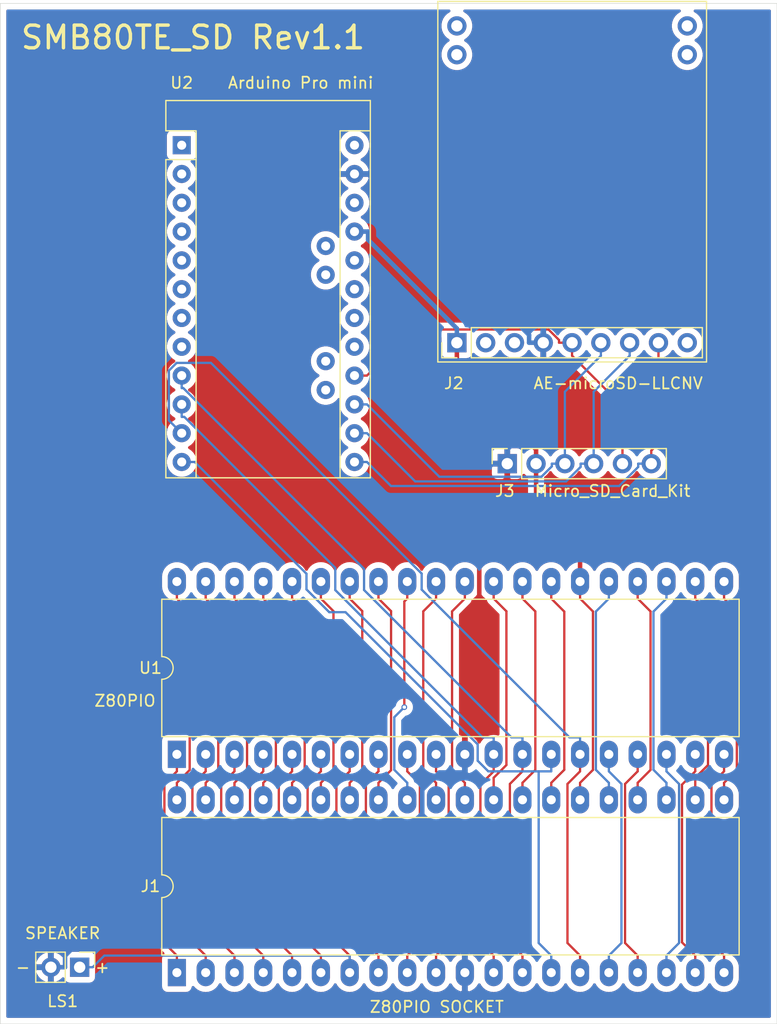
<source format=kicad_pcb>
(kicad_pcb (version 20171130) (host pcbnew "(5.1.9)-1")

  (general
    (thickness 1.6)
    (drawings 12)
    (tracks 303)
    (zones 0)
    (modules 6)
    (nets 45)
  )

  (page A4)
  (layers
    (0 F.Cu signal)
    (31 B.Cu signal)
    (32 B.Adhes user hide)
    (33 F.Adhes user hide)
    (34 B.Paste user)
    (35 F.Paste user)
    (36 B.SilkS user hide)
    (37 F.SilkS user)
    (38 B.Mask user)
    (39 F.Mask user)
    (40 Dwgs.User user hide)
    (41 Cmts.User user hide)
    (42 Eco1.User user hide)
    (43 Eco2.User user)
    (44 Edge.Cuts user)
    (45 Margin user hide)
    (46 B.CrtYd user hide)
    (47 F.CrtYd user hide)
    (48 B.Fab user hide)
    (49 F.Fab user hide)
  )

  (setup
    (last_trace_width 0.2)
    (user_trace_width 0.2)
    (user_trace_width 0.4)
    (user_trace_width 0.6)
    (user_trace_width 0.8)
    (user_trace_width 1)
    (user_trace_width 1.2)
    (user_trace_width 1.6)
    (user_trace_width 2)
    (trace_clearance 0.2)
    (zone_clearance 0.508)
    (zone_45_only no)
    (trace_min 0.2)
    (via_size 0.5)
    (via_drill 0.3)
    (via_min_size 0.4)
    (via_min_drill 0.3)
    (user_via 0.9 0.5)
    (user_via 1.2 0.8)
    (user_via 1.4 0.9)
    (user_via 1.5 1)
    (uvia_size 0.3)
    (uvia_drill 0.1)
    (uvias_allowed no)
    (uvia_min_size 0.2)
    (uvia_min_drill 0.1)
    (edge_width 0.05)
    (segment_width 0.2)
    (pcb_text_width 0.3)
    (pcb_text_size 1.5 1.5)
    (mod_edge_width 0.12)
    (mod_text_size 1 1)
    (mod_text_width 0.15)
    (pad_size 1.524 1.524)
    (pad_drill 0.762)
    (pad_to_mask_clearance 0)
    (aux_axis_origin 87.63 154.94)
    (grid_origin 87.63 154.94)
    (visible_elements 7FFFFFFF)
    (pcbplotparams
      (layerselection 0x010fc_ffffffff)
      (usegerberextensions true)
      (usegerberattributes false)
      (usegerberadvancedattributes false)
      (creategerberjobfile false)
      (excludeedgelayer true)
      (linewidth 0.100000)
      (plotframeref false)
      (viasonmask false)
      (mode 1)
      (useauxorigin true)
      (hpglpennumber 1)
      (hpglpenspeed 20)
      (hpglpendiameter 15.000000)
      (psnegative false)
      (psa4output false)
      (plotreference true)
      (plotvalue false)
      (plotinvisibletext false)
      (padsonsilk true)
      (subtractmaskfromsilk false)
      (outputformat 1)
      (mirror false)
      (drillshape 0)
      (scaleselection 1)
      (outputdirectory ""))
  )

  (net 0 "")
  (net 1 +5V)
  (net 2 GND)
  (net 3 /D0)
  (net 4 /D1)
  (net 5 /D2)
  (net 6 /D3)
  (net 7 /D4)
  (net 8 /D5)
  (net 9 /D6)
  (net 10 /D7)
  (net 11 /SCK)
  (net 12 /MISO)
  (net 13 /MOSI)
  (net 14 /CS)
  (net 15 /ARDY)
  (net 16 /M1)
  (net 17 /BSTB)
  (net 18 /IORQ)
  (net 19 /ASTB)
  (net 20 /RD)
  (net 21 /PA0)
  (net 22 /PB7)
  (net 23 /PA1)
  (net 24 /PB6)
  (net 25 /PA2)
  (net 26 /PB5)
  (net 27 /PA3)
  (net 28 /PB4)
  (net 29 /PB3)
  (net 30 /PA4)
  (net 31 /PB2)
  (net 32 /PA5)
  (net 33 /PB1)
  (net 34 /PA6)
  (net 35 /PB0)
  (net 36 /PA7)
  (net 37 /BA)
  (net 38 /CLK)
  (net 39 /CD)
  (net 40 /IE1)
  (net 41 /CE)
  (net 42 /INT)
  (net 43 /IE0)
  (net 44 /BRDY)

  (net_class Default "これはデフォルトのネット クラスです。"
    (clearance 0.2)
    (trace_width 0.2)
    (via_dia 0.5)
    (via_drill 0.3)
    (uvia_dia 0.3)
    (uvia_drill 0.1)
    (add_net /ARDY)
    (add_net /ASTB)
    (add_net /BA)
    (add_net /BRDY)
    (add_net /BSTB)
    (add_net /CD)
    (add_net /CE)
    (add_net /CLK)
    (add_net /CS)
    (add_net /D0)
    (add_net /D1)
    (add_net /D2)
    (add_net /D3)
    (add_net /D4)
    (add_net /D5)
    (add_net /D6)
    (add_net /D7)
    (add_net /IE0)
    (add_net /IE1)
    (add_net /INT)
    (add_net /IORQ)
    (add_net /M1)
    (add_net /MISO)
    (add_net /MOSI)
    (add_net /PA0)
    (add_net /PA1)
    (add_net /PA2)
    (add_net /PA3)
    (add_net /PA4)
    (add_net /PA5)
    (add_net /PA6)
    (add_net /PA7)
    (add_net /PB0)
    (add_net /PB1)
    (add_net /PB2)
    (add_net /PB3)
    (add_net /PB4)
    (add_net /PB5)
    (add_net /PB6)
    (add_net /PB7)
    (add_net /RD)
    (add_net /SCK)
  )

  (net_class +5V ""
    (clearance 0.2)
    (trace_width 0.4)
    (via_dia 0.5)
    (via_drill 0.3)
    (uvia_dia 0.3)
    (uvia_drill 0.1)
    (add_net +5V)
  )

  (net_class GND ""
    (clearance 0.2)
    (trace_width 0.4)
    (via_dia 0.5)
    (via_drill 0.3)
    (uvia_dia 0.3)
    (uvia_drill 0.1)
    (add_net GND)
  )

  (module Kicad:AE-microSD-LLCNV (layer F.Cu) (tedit 612B3468) (tstamp 62EC0D26)
    (at 148.22 94.86 270)
    (descr "Through hole straight pin header, 1x09, 2.54mm pitch, single row")
    (tags "Through hole pin header THT 1x09 2.54mm single row")
    (path /6188B7C4)
    (fp_text reference J2 (at 3.58 20.59) (layer F.SilkS)
      (effects (font (size 1 1) (thickness 0.15)))
    )
    (fp_text value Micro_SD_Card_Kit (at -16.415 8.725 90) (layer F.Fab) hide
      (effects (font (size 1 1) (thickness 0.15)))
    )
    (fp_line (start 1.7 22) (end 1.7 -1.7) (layer F.SilkS) (width 0.12))
    (fp_line (start -30.1 22) (end 1.7 22) (layer F.SilkS) (width 0.12))
    (fp_line (start -30.1 -1.7) (end -30.1 22) (layer F.SilkS) (width 0.12))
    (fp_line (start 1.7 -1.7) (end -30.1 -1.7) (layer F.SilkS) (width 0.12))
    (fp_line (start 1.8 -1.8) (end -30.2 -1.8) (layer F.CrtYd) (width 0.05))
    (fp_line (start 1.8 22.1) (end 1.8 -1.8) (layer F.CrtYd) (width 0.05))
    (fp_line (start -30.2 22.1) (end 1.8 22.1) (layer F.CrtYd) (width 0.05))
    (fp_line (start -30.2 -1.8) (end -30.2 22.1) (layer F.CrtYd) (width 0.05))
    (fp_line (start 1.33 21.65) (end 0 21.65) (layer F.SilkS) (width 0.12))
    (fp_line (start 1.33 20.32) (end 1.33 21.65) (layer F.SilkS) (width 0.12))
    (fp_line (start 1.33 19.05) (end -1.33 19.05) (layer F.SilkS) (width 0.12))
    (fp_line (start -1.33 19.05) (end -1.33 -1.33) (layer F.SilkS) (width 0.12))
    (fp_line (start 1.33 19.05) (end 1.33 -1.33) (layer F.SilkS) (width 0.12))
    (fp_line (start 1.33 -1.33) (end -1.33 -1.33) (layer F.SilkS) (width 0.12))
    (fp_line (start 1.27 20.955) (end 0.635 21.59) (layer F.Fab) (width 0.1))
    (fp_line (start 1.27 -1.27) (end 1.27 20.955) (layer F.Fab) (width 0.1))
    (fp_line (start -1.27 -1.27) (end 1.27 -1.27) (layer F.Fab) (width 0.1))
    (fp_line (start -1.27 21.59) (end -1.27 -1.27) (layer F.Fab) (width 0.1))
    (fp_line (start 0.635 21.59) (end -1.27 21.59) (layer F.Fab) (width 0.1))
    (fp_text user %R (at 0 10.16 180) (layer F.Fab)
      (effects (font (size 1 1) (thickness 0.15)))
    )
    (fp_text user AE-microSD-LLCNV (at 3.58 6.09) (layer F.SilkS)
      (effects (font (size 1 1) (thickness 0.15)))
    )
    (pad 1 thru_hole rect (at 0 20.32 90) (size 1.7 1.7) (drill 1) (layers *.Cu *.Mask)
      (net 1 +5V))
    (pad 2 thru_hole oval (at 0 17.78 90) (size 1.7 1.7) (drill 1) (layers *.Cu *.Mask))
    (pad 3 thru_hole oval (at 0 15.24 90) (size 1.7 1.7) (drill 1) (layers *.Cu *.Mask))
    (pad 4 thru_hole oval (at 0 12.7 90) (size 1.7 1.7) (drill 1) (layers *.Cu *.Mask)
      (net 2 GND))
    (pad 5 thru_hole oval (at 0 10.16 90) (size 1.7 1.7) (drill 1) (layers *.Cu *.Mask)
      (net 11 /SCK))
    (pad 6 thru_hole oval (at 0 7.62 90) (size 1.7 1.7) (drill 1) (layers *.Cu *.Mask)
      (net 12 /MISO))
    (pad 7 thru_hole oval (at 0 5.08 90) (size 1.7 1.7) (drill 1) (layers *.Cu *.Mask)
      (net 13 /MOSI))
    (pad 8 thru_hole oval (at 0 2.54 90) (size 1.7 1.7) (drill 1) (layers *.Cu *.Mask)
      (net 14 /CS))
    (pad 9 thru_hole oval (at 0 0 90) (size 1.7 1.7) (drill 1) (layers *.Cu *.Mask))
    (pad "" thru_hole oval (at -27.94 0 270) (size 1.7 1.7) (drill 1) (layers *.Cu *.Mask))
    (pad "" thru_hole oval (at -25.4 0 270) (size 1.7 1.7) (drill 1) (layers *.Cu *.Mask))
    (pad "" thru_hole oval (at -27.94 20.32 270) (size 1.7 1.7) (drill 1) (layers *.Cu *.Mask))
    (pad "" thru_hole oval (at -25.4 20.32 270) (size 1.7 1.7) (drill 1) (layers *.Cu *.Mask))
    (model ${KISYS3DMOD}/Connector_PinHeader_2.54mm.3dshapes/PinHeader_1x09_P2.54mm_Vertical.wrl
      (at (xyz 0 0 0))
      (scale (xyz 1 1 1))
      (rotate (xyz 0 0 0))
    )
  )

  (module Kicad:Arduino_Pro_Mini (layer F.Cu) (tedit 5FA0E9FC) (tstamp 62EC0D4B)
    (at 103.63 77.44)
    (descr "Arduino Pro Mini")
    (tags "Arduino Pro Mini")
    (path /61A254A8)
    (fp_text reference U2 (at 0 -5.5 180) (layer F.SilkS)
      (effects (font (size 1 1) (thickness 0.15)))
    )
    (fp_text value Arduino_Pro_Mini_5V (at 8.89 19.05 -270) (layer F.Fab)
      (effects (font (size 1 1) (thickness 0.15)))
    )
    (fp_line (start 16.764 29.464) (end -1.524 29.464) (layer F.CrtYd) (width 0.05))
    (fp_line (start 16.764 29.464) (end 16.764 -4.064) (layer F.CrtYd) (width 0.05))
    (fp_line (start -1.524 -4.064) (end -1.524 29.464) (layer F.CrtYd) (width 0.05))
    (fp_line (start -1.524 -4.064) (end 16.764 -4.064) (layer F.CrtYd) (width 0.05))
    (fp_line (start 16.51 -3.81) (end 16.51 29.21) (layer F.Fab) (width 0.1))
    (fp_line (start 0 -3.81) (end 16.51 -3.81) (layer F.Fab) (width 0.1))
    (fp_line (start -1.27 -2.54) (end 0 -3.81) (layer F.Fab) (width 0.1))
    (fp_line (start -1.27 29.21) (end -1.27 -2.54) (layer F.Fab) (width 0.1))
    (fp_line (start 16.51 29.21) (end -1.27 29.21) (layer F.Fab) (width 0.1))
    (fp_line (start 16.637 -3.937) (end -1.397 -3.937) (layer F.SilkS) (width 0.12))
    (fp_line (start 16.637 29.337) (end 16.637 -3.937) (layer F.SilkS) (width 0.12))
    (fp_line (start 1.27 1.27) (end 1.27 29.337) (layer F.SilkS) (width 0.12))
    (fp_line (start 1.27 1.27) (end -1.397 1.27) (layer F.SilkS) (width 0.12))
    (fp_line (start -1.397 29.337) (end 16.64 29.337) (layer F.SilkS) (width 0.12))
    (fp_line (start 13.97 -1.27) (end 13.97 29.337) (layer F.SilkS) (width 0.12))
    (fp_line (start 13.97 -1.27) (end 16.64 -1.27) (layer F.SilkS) (width 0.12))
    (fp_line (start -1.397 -3.937) (end -1.397 -1.27) (layer F.SilkS) (width 0.12))
    (fp_line (start -1.397 1.27) (end -1.397 29.337) (layer F.SilkS) (width 0.12))
    (fp_line (start 1.27 -1.27) (end -1.397 -1.27) (layer F.SilkS) (width 0.12))
    (fp_line (start 1.27 1.27) (end 1.27 -1.27) (layer F.SilkS) (width 0.12))
    (fp_text user %R (at 6.35 19.05 -270) (layer F.Fab)
      (effects (font (size 1 1) (thickness 0.15)))
    )
    (pad 1 thru_hole rect (at 0 0) (size 1.6 1.6) (drill 0.8) (layers *.Cu *.Mask))
    (pad 2 thru_hole oval (at 0 2.54) (size 1.6 1.6) (drill 0.8) (layers *.Cu *.Mask))
    (pad 3 thru_hole oval (at 0 5.08) (size 1.6 1.6) (drill 0.8) (layers *.Cu *.Mask))
    (pad 13 thru_hole oval (at 15.24 27.94) (size 1.6 1.6) (drill 0.8) (layers *.Cu *.Mask)
      (net 14 /CS))
    (pad 4 thru_hole oval (at 0 7.62) (size 1.6 1.6) (drill 0.8) (layers *.Cu *.Mask))
    (pad 14 thru_hole oval (at 15.24 25.4) (size 1.6 1.6) (drill 0.8) (layers *.Cu *.Mask)
      (net 13 /MOSI))
    (pad 5 thru_hole oval (at 0 10.16) (size 1.6 1.6) (drill 0.8) (layers *.Cu *.Mask))
    (pad 15 thru_hole oval (at 15.24 22.86) (size 1.6 1.6) (drill 0.8) (layers *.Cu *.Mask)
      (net 12 /MISO))
    (pad 6 thru_hole oval (at 0 12.7) (size 1.6 1.6) (drill 0.8) (layers *.Cu *.Mask))
    (pad 16 thru_hole oval (at 15.24 20.32) (size 1.6 1.6) (drill 0.8) (layers *.Cu *.Mask)
      (net 11 /SCK))
    (pad 7 thru_hole oval (at 0 15.24) (size 1.6 1.6) (drill 0.8) (layers *.Cu *.Mask))
    (pad 17 thru_hole oval (at 15.24 17.78) (size 1.6 1.6) (drill 0.8) (layers *.Cu *.Mask))
    (pad 8 thru_hole oval (at 0 17.78) (size 1.6 1.6) (drill 0.8) (layers *.Cu *.Mask))
    (pad 18 thru_hole oval (at 15.24 15.24) (size 1.6 1.6) (drill 0.8) (layers *.Cu *.Mask))
    (pad 9 thru_hole oval (at 0 20.32) (size 1.6 1.6) (drill 0.8) (layers *.Cu *.Mask)
      (net 25 /PA2))
    (pad 19 thru_hole oval (at 15.24 12.7) (size 1.6 1.6) (drill 0.8) (layers *.Cu *.Mask))
    (pad 10 thru_hole oval (at 0 22.86) (size 1.6 1.6) (drill 0.8) (layers *.Cu *.Mask)
      (net 27 /PA3))
    (pad 20 thru_hole oval (at 15.24 10.16) (size 1.6 1.6) (drill 0.8) (layers *.Cu *.Mask))
    (pad 11 thru_hole oval (at 0 25.4) (size 1.6 1.6) (drill 0.8) (layers *.Cu *.Mask)
      (net 21 /PA0))
    (pad 21 thru_hole oval (at 15.24 7.62) (size 1.6 1.6) (drill 0.8) (layers *.Cu *.Mask)
      (net 1 +5V))
    (pad 12 thru_hole oval (at 0 27.94) (size 1.6 1.6) (drill 0.8) (layers *.Cu *.Mask)
      (net 23 /PA1))
    (pad 22 thru_hole oval (at 15.24 5.08) (size 1.6 1.6) (drill 0.8) (layers *.Cu *.Mask))
    (pad 23 thru_hole oval (at 15.24 2.54) (size 1.6 1.6) (drill 0.8) (layers *.Cu *.Mask)
      (net 2 GND))
    (pad 24 thru_hole oval (at 15.24 0) (size 1.6 1.6) (drill 0.8) (layers *.Cu *.Mask))
    (pad A5 thru_hole oval (at 12.7 8.89) (size 1.6 1.6) (drill 0.8) (layers *.Cu *.Mask))
    (pad A4 thru_hole oval (at 12.7 11.43) (size 1.6 1.6) (drill 0.8) (layers *.Cu *.Mask))
    (pad A7 thru_hole oval (at 12.7 19.05) (size 1.6 1.6) (drill 0.8) (layers *.Cu *.Mask))
    (pad A6 thru_hole oval (at 12.7 21.59) (size 1.6 1.6) (drill 0.8) (layers *.Cu *.Mask))
    (model ${KISYS3DMOD}/Module.3dshapes/Arduino_Nano_WithMountingHoles.wrl
      (at (xyz 0 0 0))
      (scale (xyz 1 1 1))
      (rotate (xyz 0 0 0))
    )
    (model ${LOCALREPO}/kicad-lib-arduino/Arduino.3dshapes/arduino_pro_mini.x3d
      (at (xyz 0 0 0))
      (scale (xyz 1 1 1))
      (rotate (xyz 0 0 0))
    )
  )

  (module Connector_PinSocket_2.54mm:PinSocket_1x06_P2.54mm_Vertical (layer F.Cu) (tedit 5A19A430) (tstamp 63159919)
    (at 132.345 105.528 90)
    (descr "Through hole straight socket strip, 1x06, 2.54mm pitch, single row (from Kicad 4.0.7), script generated")
    (tags "Through hole socket strip THT 1x06 2.54mm single row")
    (path /631763B9)
    (fp_text reference J3 (at -2.412 -0.215) (layer F.SilkS)
      (effects (font (size 1 1) (thickness 0.15)))
    )
    (fp_text value "MicroSD Card Adapter" (at 0 15.47 90) (layer F.Fab)
      (effects (font (size 1 1) (thickness 0.15)))
    )
    (fp_line (start -1.8 14.45) (end -1.8 -1.8) (layer F.CrtYd) (width 0.05))
    (fp_line (start 1.75 14.45) (end -1.8 14.45) (layer F.CrtYd) (width 0.05))
    (fp_line (start 1.75 -1.8) (end 1.75 14.45) (layer F.CrtYd) (width 0.05))
    (fp_line (start -1.8 -1.8) (end 1.75 -1.8) (layer F.CrtYd) (width 0.05))
    (fp_line (start 0 -1.33) (end 1.33 -1.33) (layer F.SilkS) (width 0.12))
    (fp_line (start 1.33 -1.33) (end 1.33 0) (layer F.SilkS) (width 0.12))
    (fp_line (start 1.33 1.27) (end 1.33 14.03) (layer F.SilkS) (width 0.12))
    (fp_line (start -1.33 14.03) (end 1.33 14.03) (layer F.SilkS) (width 0.12))
    (fp_line (start -1.33 1.27) (end -1.33 14.03) (layer F.SilkS) (width 0.12))
    (fp_line (start -1.33 1.27) (end 1.33 1.27) (layer F.SilkS) (width 0.12))
    (fp_line (start -1.27 13.97) (end -1.27 -1.27) (layer F.Fab) (width 0.1))
    (fp_line (start 1.27 13.97) (end -1.27 13.97) (layer F.Fab) (width 0.1))
    (fp_line (start 1.27 -0.635) (end 1.27 13.97) (layer F.Fab) (width 0.1))
    (fp_line (start 0.635 -1.27) (end 1.27 -0.635) (layer F.Fab) (width 0.1))
    (fp_line (start -1.27 -1.27) (end 0.635 -1.27) (layer F.Fab) (width 0.1))
    (fp_text user %R (at 0 6.35) (layer F.Fab)
      (effects (font (size 1 1) (thickness 0.15)))
    )
    (pad 1 thru_hole rect (at 0 0 90) (size 1.7 1.7) (drill 1) (layers *.Cu *.Mask)
      (net 2 GND))
    (pad 2 thru_hole oval (at 0 2.54 90) (size 1.7 1.7) (drill 1) (layers *.Cu *.Mask)
      (net 1 +5V))
    (pad 3 thru_hole oval (at 0 5.08 90) (size 1.7 1.7) (drill 1) (layers *.Cu *.Mask)
      (net 12 /MISO))
    (pad 4 thru_hole oval (at 0 7.62 90) (size 1.7 1.7) (drill 1) (layers *.Cu *.Mask)
      (net 13 /MOSI))
    (pad 5 thru_hole oval (at 0 10.16 90) (size 1.7 1.7) (drill 1) (layers *.Cu *.Mask)
      (net 11 /SCK))
    (pad 6 thru_hole oval (at 0 12.7 90) (size 1.7 1.7) (drill 1) (layers *.Cu *.Mask)
      (net 14 /CS))
    (model ${KISYS3DMOD}/Connector_PinSocket_2.54mm.3dshapes/PinSocket_1x06_P2.54mm_Vertical.wrl
      (at (xyz 0 0 0))
      (scale (xyz 1 1 1))
      (rotate (xyz 0 0 0))
    )
  )

  (module Package_DIP:DIP-40_W15.24mm_LongPads (layer F.Cu) (tedit 5A02E8C5) (tstamp 640EDDF1)
    (at 103.205 150.415 90)
    (descr "40-lead though-hole mounted DIP package, row spacing 15.24 mm (600 mils), LongPads")
    (tags "THT DIP DIL PDIP 2.54mm 15.24mm 600mil LongPads")
    (path /64187B00)
    (fp_text reference J1 (at 7.62 -2.33) (layer F.SilkS)
      (effects (font (size 1 1) (thickness 0.15)))
    )
    (fp_text value SOCKET (at 7.62 50.59 90) (layer F.Fab)
      (effects (font (size 1 1) (thickness 0.15)))
    )
    (fp_line (start 16.7 -1.55) (end -1.5 -1.55) (layer F.CrtYd) (width 0.05))
    (fp_line (start 16.7 49.8) (end 16.7 -1.55) (layer F.CrtYd) (width 0.05))
    (fp_line (start -1.5 49.8) (end 16.7 49.8) (layer F.CrtYd) (width 0.05))
    (fp_line (start -1.5 -1.55) (end -1.5 49.8) (layer F.CrtYd) (width 0.05))
    (fp_line (start 13.68 -1.33) (end 8.62 -1.33) (layer F.SilkS) (width 0.12))
    (fp_line (start 13.68 49.59) (end 13.68 -1.33) (layer F.SilkS) (width 0.12))
    (fp_line (start 1.56 49.59) (end 13.68 49.59) (layer F.SilkS) (width 0.12))
    (fp_line (start 1.56 -1.33) (end 1.56 49.59) (layer F.SilkS) (width 0.12))
    (fp_line (start 6.62 -1.33) (end 1.56 -1.33) (layer F.SilkS) (width 0.12))
    (fp_line (start 0.255 -0.27) (end 1.255 -1.27) (layer F.Fab) (width 0.1))
    (fp_line (start 0.255 49.53) (end 0.255 -0.27) (layer F.Fab) (width 0.1))
    (fp_line (start 14.985 49.53) (end 0.255 49.53) (layer F.Fab) (width 0.1))
    (fp_line (start 14.985 -1.27) (end 14.985 49.53) (layer F.Fab) (width 0.1))
    (fp_line (start 1.255 -1.27) (end 14.985 -1.27) (layer F.Fab) (width 0.1))
    (fp_text user %R (at 7.62 24.13 90) (layer F.Fab)
      (effects (font (size 1 1) (thickness 0.15)))
    )
    (fp_arc (start 7.62 -1.33) (end 6.62 -1.33) (angle -180) (layer F.SilkS) (width 0.12))
    (pad 40 thru_hole oval (at 15.24 0 90) (size 2.4 1.6) (drill 0.8) (layers *.Cu *.Mask)
      (net 6 /D3))
    (pad 20 thru_hole oval (at 0 48.26 90) (size 2.4 1.6) (drill 0.8) (layers *.Cu *.Mask)
      (net 4 /D1))
    (pad 39 thru_hole oval (at 15.24 2.54 90) (size 2.4 1.6) (drill 0.8) (layers *.Cu *.Mask)
      (net 7 /D4))
    (pad 19 thru_hole oval (at 0 45.72 90) (size 2.4 1.6) (drill 0.8) (layers *.Cu *.Mask)
      (net 3 /D0))
    (pad 38 thru_hole oval (at 15.24 5.08 90) (size 2.4 1.6) (drill 0.8) (layers *.Cu *.Mask)
      (net 8 /D5))
    (pad 18 thru_hole oval (at 0 43.18 90) (size 2.4 1.6) (drill 0.8) (layers *.Cu *.Mask)
      (net 15 /ARDY))
    (pad 37 thru_hole oval (at 15.24 7.62 90) (size 2.4 1.6) (drill 0.8) (layers *.Cu *.Mask)
      (net 16 /M1))
    (pad 17 thru_hole oval (at 0 40.64 90) (size 2.4 1.6) (drill 0.8) (layers *.Cu *.Mask)
      (net 17 /BSTB))
    (pad 36 thru_hole oval (at 15.24 10.16 90) (size 2.4 1.6) (drill 0.8) (layers *.Cu *.Mask)
      (net 18 /IORQ))
    (pad 16 thru_hole oval (at 0 38.1 90) (size 2.4 1.6) (drill 0.8) (layers *.Cu *.Mask)
      (net 19 /ASTB))
    (pad 35 thru_hole oval (at 15.24 12.7 90) (size 2.4 1.6) (drill 0.8) (layers *.Cu *.Mask)
      (net 20 /RD))
    (pad 15 thru_hole oval (at 0 35.56 90) (size 2.4 1.6) (drill 0.8) (layers *.Cu *.Mask)
      (net 21 /PA0))
    (pad 34 thru_hole oval (at 15.24 15.24 90) (size 2.4 1.6) (drill 0.8) (layers *.Cu *.Mask)
      (net 22 /PB7))
    (pad 14 thru_hole oval (at 0 33.02 90) (size 2.4 1.6) (drill 0.8) (layers *.Cu *.Mask)
      (net 23 /PA1))
    (pad 33 thru_hole oval (at 15.24 17.78 90) (size 2.4 1.6) (drill 0.8) (layers *.Cu *.Mask)
      (net 24 /PB6))
    (pad 13 thru_hole oval (at 0 30.48 90) (size 2.4 1.6) (drill 0.8) (layers *.Cu *.Mask)
      (net 25 /PA2))
    (pad 32 thru_hole oval (at 15.24 20.32 90) (size 2.4 1.6) (drill 0.8) (layers *.Cu *.Mask)
      (net 26 /PB5))
    (pad 12 thru_hole oval (at 0 27.94 90) (size 2.4 1.6) (drill 0.8) (layers *.Cu *.Mask)
      (net 27 /PA3))
    (pad 31 thru_hole oval (at 15.24 22.86 90) (size 2.4 1.6) (drill 0.8) (layers *.Cu *.Mask)
      (net 28 /PB4))
    (pad 11 thru_hole oval (at 0 25.4 90) (size 2.4 1.6) (drill 0.8) (layers *.Cu *.Mask)
      (net 2 GND))
    (pad 30 thru_hole oval (at 15.24 25.4 90) (size 2.4 1.6) (drill 0.8) (layers *.Cu *.Mask)
      (net 29 /PB3))
    (pad 10 thru_hole oval (at 0 22.86 90) (size 2.4 1.6) (drill 0.8) (layers *.Cu *.Mask)
      (net 30 /PA4))
    (pad 29 thru_hole oval (at 15.24 27.94 90) (size 2.4 1.6) (drill 0.8) (layers *.Cu *.Mask)
      (net 31 /PB2))
    (pad 9 thru_hole oval (at 0 20.32 90) (size 2.4 1.6) (drill 0.8) (layers *.Cu *.Mask)
      (net 32 /PA5))
    (pad 28 thru_hole oval (at 15.24 30.48 90) (size 2.4 1.6) (drill 0.8) (layers *.Cu *.Mask)
      (net 33 /PB1))
    (pad 8 thru_hole oval (at 0 17.78 90) (size 2.4 1.6) (drill 0.8) (layers *.Cu *.Mask)
      (net 34 /PA6))
    (pad 27 thru_hole oval (at 15.24 33.02 90) (size 2.4 1.6) (drill 0.8) (layers *.Cu *.Mask)
      (net 35 /PB0))
    (pad 7 thru_hole oval (at 0 15.24 90) (size 2.4 1.6) (drill 0.8) (layers *.Cu *.Mask)
      (net 36 /PA7))
    (pad 26 thru_hole oval (at 15.24 35.56 90) (size 2.4 1.6) (drill 0.8) (layers *.Cu *.Mask)
      (net 1 +5V))
    (pad 6 thru_hole oval (at 0 12.7 90) (size 2.4 1.6) (drill 0.8) (layers *.Cu *.Mask)
      (net 37 /BA))
    (pad 25 thru_hole oval (at 15.24 38.1 90) (size 2.4 1.6) (drill 0.8) (layers *.Cu *.Mask)
      (net 38 /CLK))
    (pad 5 thru_hole oval (at 0 10.16 90) (size 2.4 1.6) (drill 0.8) (layers *.Cu *.Mask)
      (net 39 /CD))
    (pad 24 thru_hole oval (at 15.24 40.64 90) (size 2.4 1.6) (drill 0.8) (layers *.Cu *.Mask)
      (net 40 /IE1))
    (pad 4 thru_hole oval (at 0 7.62 90) (size 2.4 1.6) (drill 0.8) (layers *.Cu *.Mask)
      (net 41 /CE))
    (pad 23 thru_hole oval (at 15.24 43.18 90) (size 2.4 1.6) (drill 0.8) (layers *.Cu *.Mask)
      (net 42 /INT))
    (pad 3 thru_hole oval (at 0 5.08 90) (size 2.4 1.6) (drill 0.8) (layers *.Cu *.Mask)
      (net 9 /D6))
    (pad 22 thru_hole oval (at 15.24 45.72 90) (size 2.4 1.6) (drill 0.8) (layers *.Cu *.Mask)
      (net 43 /IE0))
    (pad 2 thru_hole oval (at 0 2.54 90) (size 2.4 1.6) (drill 0.8) (layers *.Cu *.Mask)
      (net 10 /D7))
    (pad 21 thru_hole oval (at 15.24 48.26 90) (size 2.4 1.6) (drill 0.8) (layers *.Cu *.Mask)
      (net 44 /BRDY))
    (pad 1 thru_hole rect (at 0 0 90) (size 2.4 1.6) (drill 0.8) (layers *.Cu *.Mask)
      (net 5 /D2))
    (model ${KISYS3DMOD}/Package_DIP.3dshapes/DIP-40_W15.24mm.wrl
      (at (xyz 0 0 0))
      (scale (xyz 1 1 1))
      (rotate (xyz 0 0 0))
    )
  )

  (module Package_DIP:DIP-40_W15.24mm_LongPads (layer F.Cu) (tedit 5A02E8C5) (tstamp 640EDE2D)
    (at 103.205 131.165 90)
    (descr "40-lead though-hole mounted DIP package, row spacing 15.24 mm (600 mils), LongPads")
    (tags "THT DIP DIL PDIP 2.54mm 15.24mm 600mil LongPads")
    (path /6418003D)
    (fp_text reference U1 (at 7.62 -2.33) (layer F.SilkS)
      (effects (font (size 1 1) (thickness 0.15)))
    )
    (fp_text value Z8420 (at 7.62 50.59 90) (layer F.Fab)
      (effects (font (size 1 1) (thickness 0.15)))
    )
    (fp_line (start 1.255 -1.27) (end 14.985 -1.27) (layer F.Fab) (width 0.1))
    (fp_line (start 14.985 -1.27) (end 14.985 49.53) (layer F.Fab) (width 0.1))
    (fp_line (start 14.985 49.53) (end 0.255 49.53) (layer F.Fab) (width 0.1))
    (fp_line (start 0.255 49.53) (end 0.255 -0.27) (layer F.Fab) (width 0.1))
    (fp_line (start 0.255 -0.27) (end 1.255 -1.27) (layer F.Fab) (width 0.1))
    (fp_line (start 6.62 -1.33) (end 1.56 -1.33) (layer F.SilkS) (width 0.12))
    (fp_line (start 1.56 -1.33) (end 1.56 49.59) (layer F.SilkS) (width 0.12))
    (fp_line (start 1.56 49.59) (end 13.68 49.59) (layer F.SilkS) (width 0.12))
    (fp_line (start 13.68 49.59) (end 13.68 -1.33) (layer F.SilkS) (width 0.12))
    (fp_line (start 13.68 -1.33) (end 8.62 -1.33) (layer F.SilkS) (width 0.12))
    (fp_line (start -1.5 -1.55) (end -1.5 49.8) (layer F.CrtYd) (width 0.05))
    (fp_line (start -1.5 49.8) (end 16.7 49.8) (layer F.CrtYd) (width 0.05))
    (fp_line (start 16.7 49.8) (end 16.7 -1.55) (layer F.CrtYd) (width 0.05))
    (fp_line (start 16.7 -1.55) (end -1.5 -1.55) (layer F.CrtYd) (width 0.05))
    (fp_arc (start 7.62 -1.33) (end 6.62 -1.33) (angle -180) (layer F.SilkS) (width 0.12))
    (fp_text user %R (at 7.62 24.13 90) (layer F.Fab)
      (effects (font (size 1 1) (thickness 0.15)))
    )
    (pad 1 thru_hole rect (at 0 0 90) (size 2.4 1.6) (drill 0.8) (layers *.Cu *.Mask)
      (net 5 /D2))
    (pad 21 thru_hole oval (at 15.24 48.26 90) (size 2.4 1.6) (drill 0.8) (layers *.Cu *.Mask)
      (net 44 /BRDY))
    (pad 2 thru_hole oval (at 0 2.54 90) (size 2.4 1.6) (drill 0.8) (layers *.Cu *.Mask)
      (net 10 /D7))
    (pad 22 thru_hole oval (at 15.24 45.72 90) (size 2.4 1.6) (drill 0.8) (layers *.Cu *.Mask)
      (net 43 /IE0))
    (pad 3 thru_hole oval (at 0 5.08 90) (size 2.4 1.6) (drill 0.8) (layers *.Cu *.Mask)
      (net 9 /D6))
    (pad 23 thru_hole oval (at 15.24 43.18 90) (size 2.4 1.6) (drill 0.8) (layers *.Cu *.Mask)
      (net 42 /INT))
    (pad 4 thru_hole oval (at 0 7.62 90) (size 2.4 1.6) (drill 0.8) (layers *.Cu *.Mask)
      (net 41 /CE))
    (pad 24 thru_hole oval (at 15.24 40.64 90) (size 2.4 1.6) (drill 0.8) (layers *.Cu *.Mask)
      (net 40 /IE1))
    (pad 5 thru_hole oval (at 0 10.16 90) (size 2.4 1.6) (drill 0.8) (layers *.Cu *.Mask)
      (net 39 /CD))
    (pad 25 thru_hole oval (at 15.24 38.1 90) (size 2.4 1.6) (drill 0.8) (layers *.Cu *.Mask)
      (net 38 /CLK))
    (pad 6 thru_hole oval (at 0 12.7 90) (size 2.4 1.6) (drill 0.8) (layers *.Cu *.Mask)
      (net 37 /BA))
    (pad 26 thru_hole oval (at 15.24 35.56 90) (size 2.4 1.6) (drill 0.8) (layers *.Cu *.Mask)
      (net 1 +5V))
    (pad 7 thru_hole oval (at 0 15.24 90) (size 2.4 1.6) (drill 0.8) (layers *.Cu *.Mask)
      (net 36 /PA7))
    (pad 27 thru_hole oval (at 15.24 33.02 90) (size 2.4 1.6) (drill 0.8) (layers *.Cu *.Mask)
      (net 35 /PB0))
    (pad 8 thru_hole oval (at 0 17.78 90) (size 2.4 1.6) (drill 0.8) (layers *.Cu *.Mask)
      (net 34 /PA6))
    (pad 28 thru_hole oval (at 15.24 30.48 90) (size 2.4 1.6) (drill 0.8) (layers *.Cu *.Mask)
      (net 33 /PB1))
    (pad 9 thru_hole oval (at 0 20.32 90) (size 2.4 1.6) (drill 0.8) (layers *.Cu *.Mask)
      (net 32 /PA5))
    (pad 29 thru_hole oval (at 15.24 27.94 90) (size 2.4 1.6) (drill 0.8) (layers *.Cu *.Mask)
      (net 31 /PB2))
    (pad 10 thru_hole oval (at 0 22.86 90) (size 2.4 1.6) (drill 0.8) (layers *.Cu *.Mask)
      (net 30 /PA4))
    (pad 30 thru_hole oval (at 15.24 25.4 90) (size 2.4 1.6) (drill 0.8) (layers *.Cu *.Mask)
      (net 29 /PB3))
    (pad 11 thru_hole oval (at 0 25.4 90) (size 2.4 1.6) (drill 0.8) (layers *.Cu *.Mask)
      (net 2 GND))
    (pad 31 thru_hole oval (at 15.24 22.86 90) (size 2.4 1.6) (drill 0.8) (layers *.Cu *.Mask)
      (net 28 /PB4))
    (pad 12 thru_hole oval (at 0 27.94 90) (size 2.4 1.6) (drill 0.8) (layers *.Cu *.Mask)
      (net 27 /PA3))
    (pad 32 thru_hole oval (at 15.24 20.32 90) (size 2.4 1.6) (drill 0.8) (layers *.Cu *.Mask)
      (net 26 /PB5))
    (pad 13 thru_hole oval (at 0 30.48 90) (size 2.4 1.6) (drill 0.8) (layers *.Cu *.Mask)
      (net 25 /PA2))
    (pad 33 thru_hole oval (at 15.24 17.78 90) (size 2.4 1.6) (drill 0.8) (layers *.Cu *.Mask)
      (net 24 /PB6))
    (pad 14 thru_hole oval (at 0 33.02 90) (size 2.4 1.6) (drill 0.8) (layers *.Cu *.Mask)
      (net 23 /PA1))
    (pad 34 thru_hole oval (at 15.24 15.24 90) (size 2.4 1.6) (drill 0.8) (layers *.Cu *.Mask)
      (net 22 /PB7))
    (pad 15 thru_hole oval (at 0 35.56 90) (size 2.4 1.6) (drill 0.8) (layers *.Cu *.Mask)
      (net 21 /PA0))
    (pad 35 thru_hole oval (at 15.24 12.7 90) (size 2.4 1.6) (drill 0.8) (layers *.Cu *.Mask)
      (net 20 /RD))
    (pad 16 thru_hole oval (at 0 38.1 90) (size 2.4 1.6) (drill 0.8) (layers *.Cu *.Mask)
      (net 19 /ASTB))
    (pad 36 thru_hole oval (at 15.24 10.16 90) (size 2.4 1.6) (drill 0.8) (layers *.Cu *.Mask)
      (net 18 /IORQ))
    (pad 17 thru_hole oval (at 0 40.64 90) (size 2.4 1.6) (drill 0.8) (layers *.Cu *.Mask)
      (net 17 /BSTB))
    (pad 37 thru_hole oval (at 15.24 7.62 90) (size 2.4 1.6) (drill 0.8) (layers *.Cu *.Mask)
      (net 16 /M1))
    (pad 18 thru_hole oval (at 0 43.18 90) (size 2.4 1.6) (drill 0.8) (layers *.Cu *.Mask)
      (net 15 /ARDY))
    (pad 38 thru_hole oval (at 15.24 5.08 90) (size 2.4 1.6) (drill 0.8) (layers *.Cu *.Mask)
      (net 8 /D5))
    (pad 19 thru_hole oval (at 0 45.72 90) (size 2.4 1.6) (drill 0.8) (layers *.Cu *.Mask)
      (net 3 /D0))
    (pad 39 thru_hole oval (at 15.24 2.54 90) (size 2.4 1.6) (drill 0.8) (layers *.Cu *.Mask)
      (net 7 /D4))
    (pad 20 thru_hole oval (at 0 48.26 90) (size 2.4 1.6) (drill 0.8) (layers *.Cu *.Mask)
      (net 4 /D1))
    (pad 40 thru_hole oval (at 15.24 0 90) (size 2.4 1.6) (drill 0.8) (layers *.Cu *.Mask)
      (net 6 /D3))
    (model ${KISYS3DMOD}/Package_DIP.3dshapes/DIP-40_W15.24mm.wrl
      (at (xyz 0 0 0))
      (scale (xyz 1 1 1))
      (rotate (xyz 0 0 0))
    )
  )

  (module Connector_PinHeader_2.54mm:PinHeader_1x02_P2.54mm_Vertical (layer F.Cu) (tedit 59FED5CC) (tstamp 640EEFD4)
    (at 94.63 149.94 270)
    (descr "Through hole straight pin header, 1x02, 2.54mm pitch, single row")
    (tags "Through hole pin header THT 1x02 2.54mm single row")
    (path /642897BE)
    (fp_text reference LS1 (at 3 1.5) (layer F.SilkS)
      (effects (font (size 1 1) (thickness 0.15)))
    )
    (fp_text value Speaker (at 0 4.87 90) (layer F.Fab)
      (effects (font (size 1 1) (thickness 0.15)))
    )
    (fp_line (start 1.8 -1.8) (end -1.8 -1.8) (layer F.CrtYd) (width 0.05))
    (fp_line (start 1.8 4.35) (end 1.8 -1.8) (layer F.CrtYd) (width 0.05))
    (fp_line (start -1.8 4.35) (end 1.8 4.35) (layer F.CrtYd) (width 0.05))
    (fp_line (start -1.8 -1.8) (end -1.8 4.35) (layer F.CrtYd) (width 0.05))
    (fp_line (start -1.33 -1.33) (end 0 -1.33) (layer F.SilkS) (width 0.12))
    (fp_line (start -1.33 0) (end -1.33 -1.33) (layer F.SilkS) (width 0.12))
    (fp_line (start -1.33 1.27) (end 1.33 1.27) (layer F.SilkS) (width 0.12))
    (fp_line (start 1.33 1.27) (end 1.33 3.87) (layer F.SilkS) (width 0.12))
    (fp_line (start -1.33 1.27) (end -1.33 3.87) (layer F.SilkS) (width 0.12))
    (fp_line (start -1.33 3.87) (end 1.33 3.87) (layer F.SilkS) (width 0.12))
    (fp_line (start -1.27 -0.635) (end -0.635 -1.27) (layer F.Fab) (width 0.1))
    (fp_line (start -1.27 3.81) (end -1.27 -0.635) (layer F.Fab) (width 0.1))
    (fp_line (start 1.27 3.81) (end -1.27 3.81) (layer F.Fab) (width 0.1))
    (fp_line (start 1.27 -1.27) (end 1.27 3.81) (layer F.Fab) (width 0.1))
    (fp_line (start -0.635 -1.27) (end 1.27 -1.27) (layer F.Fab) (width 0.1))
    (fp_text user %R (at 0 1.27) (layer F.Fab)
      (effects (font (size 1 1) (thickness 0.15)))
    )
    (pad 1 thru_hole rect (at 0 0 270) (size 1.7 1.7) (drill 1) (layers *.Cu *.Mask)
      (net 36 /PA7))
    (pad 2 thru_hole oval (at 0 2.54 270) (size 1.7 1.7) (drill 1) (layers *.Cu *.Mask)
      (net 2 GND))
    (model ${KISYS3DMOD}/Connector_PinHeader_2.54mm.3dshapes/PinHeader_1x02_P2.54mm_Vertical.wrl
      (at (xyz 0 0 0))
      (scale (xyz 1 1 1))
      (rotate (xyz 0 0 0))
    )
  )

  (gr_text Micro_SD_Card_Kit (at 141.63 107.94) (layer F.SilkS)
    (effects (font (size 1 1) (thickness 0.15)))
  )
  (gr_text "Arduino Pro mini" (at 114.13 71.94) (layer F.SilkS)
    (effects (font (size 1 1) (thickness 0.15)))
  )
  (gr_text Z80PIO (at 98.63 126.44) (layer F.SilkS)
    (effects (font (size 1 1) (thickness 0.15)))
  )
  (gr_text - (at 89.63 149.94) (layer F.SilkS)
    (effects (font (size 1 1) (thickness 0.15)))
  )
  (gr_text + (at 96.63 149.94) (layer F.SilkS)
    (effects (font (size 1 1) (thickness 0.15)))
  )
  (gr_text SPEAKER (at 93.13 146.94) (layer F.SilkS)
    (effects (font (size 1 1) (thickness 0.15)))
  )
  (gr_text "Z80PIO SOCKET" (at 126.13 153.44) (layer F.SilkS)
    (effects (font (size 1 1) (thickness 0.15)))
  )
  (gr_text "SMB80TE_SD Rev1.1" (at 104.63 67.94) (layer F.SilkS)
    (effects (font (size 2 2) (thickness 0.3)))
  )
  (gr_line (start 87.63 64.94) (end 87.63 154.94) (layer Edge.Cuts) (width 0.05) (tstamp 61A31CA2))
  (gr_line (start 156.13 154.94) (end 156.13 64.94) (layer Edge.Cuts) (width 0.05))
  (gr_line (start 87.63 154.94) (end 156.13 154.94) (layer Edge.Cuts) (width 0.05))
  (gr_line (start 156.13 64.94) (end 87.63 64.94) (layer Edge.Cuts) (width 0.05))

  (segment (start 134.885 105.528) (end 134.885 104.2777) (width 0.4) (layer F.Cu) (net 1) (status 10))
  (segment (start 134.885 104.2777) (end 127.9 97.2927) (width 0.4) (layer F.Cu) (net 1))
  (segment (start 127.9 97.2927) (end 127.9 94.86) (width 0.4) (layer F.Cu) (net 1) (status 20))
  (segment (start 118.87 85.06) (end 120.0703 85.06) (width 0.4) (layer B.Cu) (net 1) (status 10))
  (segment (start 127.9 94.86) (end 127.9 93.6097) (width 0.4) (layer B.Cu) (net 1) (status 10))
  (segment (start 127.9 93.6097) (end 120.0703 85.78) (width 0.4) (layer B.Cu) (net 1))
  (segment (start 120.0703 85.78) (end 120.0703 85.06) (width 0.4) (layer B.Cu) (net 1))
  (segment (start 138.765 135.175) (end 138.765 133.6747) (width 0.2) (layer F.Cu) (net 1) (status 10))
  (segment (start 138.765 115.925) (end 138.765 117.4253) (width 0.2) (layer F.Cu) (net 1) (status 10))
  (segment (start 138.765 117.4253) (end 139.9005 118.5608) (width 0.2) (layer F.Cu) (net 1))
  (segment (start 139.9005 118.5608) (end 139.9005 132.5392) (width 0.2) (layer F.Cu) (net 1))
  (segment (start 139.9005 132.5392) (end 138.765 133.6747) (width 0.2) (layer F.Cu) (net 1))
  (segment (start 134.885 105.528) (end 134.885 108.195) (width 0.4) (layer F.Cu) (net 1))
  (segment (start 138.765 112.075) (end 138.765 115.925) (width 0.4) (layer F.Cu) (net 1))
  (segment (start 134.885 108.195) (end 138.765 112.075) (width 0.4) (layer F.Cu) (net 1))
  (segment (start 132.345 105.528) (end 132.345 106.7783) (width 0.4) (layer F.Cu) (net 2) (status 10))
  (segment (start 128.605 131.165) (end 128.605 129.5647) (width 0.4) (layer F.Cu) (net 2) (status 10))
  (segment (start 128.605 129.5647) (end 129.875 128.2947) (width 0.4) (layer F.Cu) (net 2))
  (segment (start 129.875 128.2947) (end 129.875 109.2483) (width 0.4) (layer F.Cu) (net 2))
  (segment (start 129.875 109.2483) (end 132.345 106.7783) (width 0.4) (layer F.Cu) (net 2))
  (segment (start 92.09 149.94) (end 93.3403 149.94) (width 0.4) (layer B.Cu) (net 2) (status 10))
  (segment (start 124.8456 145.0553) (end 124.8456 134.2873) (width 0.4) (layer B.Cu) (net 2))
  (segment (start 124.8456 134.2873) (end 126.3676 132.7653) (width 0.4) (layer B.Cu) (net 2))
  (segment (start 126.3676 132.7653) (end 128.605 132.7653) (width 0.4) (layer B.Cu) (net 2))
  (segment (start 128.605 148.8147) (end 124.8456 145.0553) (width 0.4) (layer B.Cu) (net 2))
  (segment (start 93.3403 149.94) (end 93.3403 148.9241) (width 0.4) (layer B.Cu) (net 2))
  (segment (start 93.3403 148.9241) (end 97.2091 145.0553) (width 0.4) (layer B.Cu) (net 2))
  (segment (start 97.2091 145.0553) (end 124.8456 145.0553) (width 0.4) (layer B.Cu) (net 2))
  (segment (start 132.345 105.528) (end 132.345 104.2777) (width 0.4) (layer B.Cu) (net 2) (status 10))
  (segment (start 132.345 104.2777) (end 135.52 101.1027) (width 0.4) (layer B.Cu) (net 2))
  (segment (start 135.52 101.1027) (end 135.52 96.1103) (width 0.4) (layer B.Cu) (net 2))
  (segment (start 118.87 79.98) (end 120.0703 79.98) (width 0.4) (layer B.Cu) (net 2) (status 10))
  (segment (start 135.52 94.86) (end 134.2697 94.86) (width 0.4) (layer B.Cu) (net 2) (status 10))
  (segment (start 120.0703 79.98) (end 134.2697 94.1794) (width 0.4) (layer B.Cu) (net 2))
  (segment (start 134.2697 94.1794) (end 134.2697 94.86) (width 0.4) (layer B.Cu) (net 2))
  (segment (start 135.52 94.86) (end 135.52 96.1103) (width 0.4) (layer B.Cu) (net 2) (status 10))
  (segment (start 128.605 131.165) (end 128.605 132.7653) (width 0.4) (layer B.Cu) (net 2) (status 10))
  (segment (start 128.605 150.415) (end 128.605 148.8147) (width 0.4) (layer B.Cu) (net 2) (status 10))
  (segment (start 148.925 150.415) (end 148.925 148.9147) (width 0.2) (layer F.Cu) (net 3) (status 10))
  (segment (start 148.925 131.165) (end 148.925 132.6653) (width 0.2) (layer F.Cu) (net 3) (status 10))
  (segment (start 148.925 132.6653) (end 147.7554 133.8349) (width 0.2) (layer F.Cu) (net 3))
  (segment (start 147.7554 133.8349) (end 147.7554 147.7451) (width 0.2) (layer F.Cu) (net 3))
  (segment (start 147.7554 147.7451) (end 148.925 148.9147) (width 0.2) (layer F.Cu) (net 3))
  (segment (start 151.465 150.415) (end 151.465 148.9147) (width 0.2) (layer F.Cu) (net 4) (status 10))
  (segment (start 151.465 131.165) (end 151.465 132.6653) (width 0.2) (layer F.Cu) (net 4) (status 10))
  (segment (start 151.465 132.6653) (end 150.3538 133.7765) (width 0.2) (layer F.Cu) (net 4))
  (segment (start 150.3538 133.7765) (end 150.3538 147.8035) (width 0.2) (layer F.Cu) (net 4))
  (segment (start 150.3538 147.8035) (end 151.465 148.9147) (width 0.2) (layer F.Cu) (net 4))
  (segment (start 103.205 150.415) (end 103.205 148.9147) (width 0.2) (layer F.Cu) (net 5) (status 10))
  (segment (start 103.205 131.165) (end 103.205 132.6653) (width 0.2) (layer F.Cu) (net 5) (status 10))
  (segment (start 103.205 132.6653) (end 102.1047 133.7656) (width 0.2) (layer F.Cu) (net 5))
  (segment (start 102.1047 133.7656) (end 102.1047 147.8144) (width 0.2) (layer F.Cu) (net 5))
  (segment (start 102.1047 147.8144) (end 103.205 148.9147) (width 0.2) (layer F.Cu) (net 5))
  (segment (start 103.205 117.4253) (end 104.3333 118.5536) (width 0.2) (layer F.Cu) (net 6))
  (segment (start 104.3333 118.5536) (end 104.3333 132.5464) (width 0.2) (layer F.Cu) (net 6))
  (segment (start 104.3333 132.5464) (end 103.205 133.6747) (width 0.2) (layer F.Cu) (net 6))
  (segment (start 103.205 135.175) (end 103.205 133.6747) (width 0.2) (layer F.Cu) (net 6) (status 10))
  (segment (start 103.205 115.925) (end 103.205 117.4253) (width 0.2) (layer F.Cu) (net 6) (status 10))
  (segment (start 105.745 117.4253) (end 106.8561 118.5364) (width 0.2) (layer F.Cu) (net 7))
  (segment (start 106.8561 118.5364) (end 106.8561 132.5636) (width 0.2) (layer F.Cu) (net 7))
  (segment (start 106.8561 132.5636) (end 105.745 133.6747) (width 0.2) (layer F.Cu) (net 7))
  (segment (start 105.745 135.175) (end 105.745 133.6747) (width 0.2) (layer F.Cu) (net 7) (status 10))
  (segment (start 105.745 115.925) (end 105.745 117.4253) (width 0.2) (layer F.Cu) (net 7) (status 10))
  (segment (start 108.285 117.4253) (end 109.3961 118.5364) (width 0.2) (layer F.Cu) (net 8))
  (segment (start 109.3961 118.5364) (end 109.3961 132.5636) (width 0.2) (layer F.Cu) (net 8))
  (segment (start 109.3961 132.5636) (end 108.285 133.6747) (width 0.2) (layer F.Cu) (net 8))
  (segment (start 108.285 135.175) (end 108.285 133.6747) (width 0.2) (layer F.Cu) (net 8) (status 10))
  (segment (start 108.285 115.925) (end 108.285 117.4253) (width 0.2) (layer F.Cu) (net 8) (status 10))
  (segment (start 108.285 150.415) (end 108.285 148.9147) (width 0.2) (layer F.Cu) (net 9) (status 10))
  (segment (start 108.285 131.165) (end 108.285 132.6653) (width 0.2) (layer F.Cu) (net 9) (status 10))
  (segment (start 108.285 132.6653) (end 107.1154 133.8349) (width 0.2) (layer F.Cu) (net 9))
  (segment (start 107.1154 133.8349) (end 107.1154 147.7451) (width 0.2) (layer F.Cu) (net 9))
  (segment (start 107.1154 147.7451) (end 108.285 148.9147) (width 0.2) (layer F.Cu) (net 9))
  (segment (start 105.745 150.415) (end 105.745 148.9147) (width 0.2) (layer F.Cu) (net 10) (status 10))
  (segment (start 105.745 131.165) (end 105.745 132.6653) (width 0.2) (layer F.Cu) (net 10) (status 10))
  (segment (start 105.745 132.6653) (end 104.5754 133.8349) (width 0.2) (layer F.Cu) (net 10))
  (segment (start 104.5754 133.8349) (end 104.5754 147.7451) (width 0.2) (layer F.Cu) (net 10))
  (segment (start 104.5754 147.7451) (end 105.745 148.9147) (width 0.2) (layer F.Cu) (net 10))
  (segment (start 138.06 94.86) (end 136.9097 94.86) (width 0.2) (layer F.Cu) (net 11) (status 10))
  (segment (start 118.87 97.76) (end 119.9703 97.76) (width 0.2) (layer F.Cu) (net 11) (status 10))
  (segment (start 119.9703 97.76) (end 124.0342 93.6961) (width 0.2) (layer F.Cu) (net 11))
  (segment (start 124.0342 93.6961) (end 135.9841 93.6961) (width 0.2) (layer F.Cu) (net 11))
  (segment (start 135.9841 93.6961) (end 136.9097 94.6217) (width 0.2) (layer F.Cu) (net 11))
  (segment (start 136.9097 94.6217) (end 136.9097 94.86) (width 0.2) (layer F.Cu) (net 11))
  (segment (start 138.06 94.86) (end 138.06 96.0103) (width 0.2) (layer F.Cu) (net 11) (status 10))
  (segment (start 142.505 105.528) (end 142.505 100.4553) (width 0.2) (layer F.Cu) (net 11) (status 10))
  (segment (start 142.505 100.4553) (end 138.06 96.0103) (width 0.2) (layer F.Cu) (net 11))
  (segment (start 136.2747 105.528) (end 136.2747 105.7663) (width 0.2) (layer B.Cu) (net 12))
  (segment (start 136.2747 105.7663) (end 135.3587 106.6823) (width 0.2) (layer B.Cu) (net 12))
  (segment (start 135.3587 106.6823) (end 126.3526 106.6823) (width 0.2) (layer B.Cu) (net 12))
  (segment (start 126.3526 106.6823) (end 119.9703 100.3) (width 0.2) (layer B.Cu) (net 12))
  (segment (start 137.425 105.528) (end 136.2747 105.528) (width 0.2) (layer B.Cu) (net 12) (status 10))
  (segment (start 118.87 100.3) (end 119.9703 100.3) (width 0.2) (layer B.Cu) (net 12) (status 10))
  (segment (start 140.6 94.86) (end 140.6 96.0103) (width 0.2) (layer B.Cu) (net 12) (status 10))
  (segment (start 137.425 105.528) (end 137.425 99.1853) (width 0.2) (layer B.Cu) (net 12) (status 10))
  (segment (start 137.425 99.1853) (end 140.6 96.0103) (width 0.2) (layer B.Cu) (net 12))
  (segment (start 139.965 105.528) (end 138.8147 105.528) (width 0.2) (layer B.Cu) (net 13) (status 10))
  (segment (start 138.8147 105.528) (end 138.8147 105.8156) (width 0.2) (layer B.Cu) (net 13))
  (segment (start 138.8147 105.8156) (end 137.5389 107.0914) (width 0.2) (layer B.Cu) (net 13))
  (segment (start 137.5389 107.0914) (end 124.2217 107.0914) (width 0.2) (layer B.Cu) (net 13))
  (segment (start 124.2217 107.0914) (end 119.9703 102.84) (width 0.2) (layer B.Cu) (net 13))
  (segment (start 139.965 105.528) (end 139.965 99.1853) (width 0.2) (layer B.Cu) (net 13) (status 10))
  (segment (start 139.965 99.1853) (end 143.14 96.0103) (width 0.2) (layer B.Cu) (net 13))
  (segment (start 118.87 102.84) (end 119.9703 102.84) (width 0.2) (layer B.Cu) (net 13) (status 10))
  (segment (start 143.14 94.86) (end 143.14 96.0103) (width 0.2) (layer B.Cu) (net 13) (status 10))
  (segment (start 118.87 105.38) (end 119.9703 105.38) (width 0.2) (layer B.Cu) (net 14) (status 10))
  (segment (start 145.045 105.528) (end 143.8947 105.528) (width 0.2) (layer B.Cu) (net 14) (status 10))
  (segment (start 143.8947 105.528) (end 143.8947 105.8156) (width 0.2) (layer B.Cu) (net 14))
  (segment (start 143.8947 105.8156) (end 142.2111 107.4992) (width 0.2) (layer B.Cu) (net 14))
  (segment (start 142.2111 107.4992) (end 122.0895 107.4992) (width 0.2) (layer B.Cu) (net 14))
  (segment (start 122.0895 107.4992) (end 119.9703 105.38) (width 0.2) (layer B.Cu) (net 14))
  (segment (start 145.045 105.528) (end 145.045 104.3777) (width 0.2) (layer F.Cu) (net 14) (status 10))
  (segment (start 145.045 104.3777) (end 145.68 103.7427) (width 0.2) (layer F.Cu) (net 14))
  (segment (start 145.68 103.7427) (end 145.68 94.86) (width 0.2) (layer F.Cu) (net 14) (status 20))
  (segment (start 146.385 150.415) (end 146.385 148.9147) (width 0.2) (layer B.Cu) (net 15) (status 10))
  (segment (start 146.385 131.165) (end 146.385 132.6653) (width 0.2) (layer B.Cu) (net 15) (status 10))
  (segment (start 146.385 132.6653) (end 147.4961 133.7764) (width 0.2) (layer B.Cu) (net 15))
  (segment (start 147.4961 133.7764) (end 147.4961 147.8036) (width 0.2) (layer B.Cu) (net 15))
  (segment (start 147.4961 147.8036) (end 146.385 148.9147) (width 0.2) (layer B.Cu) (net 15))
  (segment (start 110.825 117.4253) (end 111.9361 118.5364) (width 0.2) (layer F.Cu) (net 16))
  (segment (start 111.9361 118.5364) (end 111.9361 132.5636) (width 0.2) (layer F.Cu) (net 16))
  (segment (start 111.9361 132.5636) (end 110.825 133.6747) (width 0.2) (layer F.Cu) (net 16))
  (segment (start 110.825 135.175) (end 110.825 133.6747) (width 0.2) (layer F.Cu) (net 16) (status 10))
  (segment (start 110.825 115.925) (end 110.825 117.4253) (width 0.2) (layer F.Cu) (net 16) (status 10))
  (segment (start 143.845 150.415) (end 143.845 148.9147) (width 0.2) (layer F.Cu) (net 17) (status 10))
  (segment (start 143.845 131.165) (end 143.845 132.6653) (width 0.2) (layer F.Cu) (net 17) (status 10))
  (segment (start 143.845 132.6653) (end 142.7338 133.7765) (width 0.2) (layer F.Cu) (net 17))
  (segment (start 142.7338 133.7765) (end 142.7338 147.8035) (width 0.2) (layer F.Cu) (net 17))
  (segment (start 142.7338 147.8035) (end 143.845 148.9147) (width 0.2) (layer F.Cu) (net 17))
  (segment (start 113.365 117.4253) (end 114.4761 118.5364) (width 0.2) (layer F.Cu) (net 18))
  (segment (start 114.4761 118.5364) (end 114.4761 132.5636) (width 0.2) (layer F.Cu) (net 18))
  (segment (start 114.4761 132.5636) (end 113.365 133.6747) (width 0.2) (layer F.Cu) (net 18))
  (segment (start 113.365 135.175) (end 113.365 133.6747) (width 0.2) (layer F.Cu) (net 18) (status 10))
  (segment (start 113.365 115.925) (end 113.365 117.4253) (width 0.2) (layer F.Cu) (net 18) (status 10))
  (segment (start 141.305 150.415) (end 141.305 148.9147) (width 0.2) (layer B.Cu) (net 19) (status 10))
  (segment (start 141.305 131.165) (end 141.305 132.6653) (width 0.2) (layer B.Cu) (net 19) (status 10))
  (segment (start 141.305 132.6653) (end 142.4161 133.7764) (width 0.2) (layer B.Cu) (net 19))
  (segment (start 142.4161 133.7764) (end 142.4161 147.8036) (width 0.2) (layer B.Cu) (net 19))
  (segment (start 142.4161 147.8036) (end 141.305 148.9147) (width 0.2) (layer B.Cu) (net 19))
  (segment (start 115.905 117.4253) (end 117.0161 118.5364) (width 0.2) (layer F.Cu) (net 20))
  (segment (start 117.0161 118.5364) (end 117.0161 132.5636) (width 0.2) (layer F.Cu) (net 20))
  (segment (start 117.0161 132.5636) (end 115.905 133.6747) (width 0.2) (layer F.Cu) (net 20))
  (segment (start 115.905 135.175) (end 115.905 133.6747) (width 0.2) (layer F.Cu) (net 20) (status 10))
  (segment (start 115.905 115.925) (end 115.905 117.4253) (width 0.2) (layer F.Cu) (net 20) (status 10))
  (segment (start 138.765 131.165) (end 138.765 129.6647) (width 0.2) (layer B.Cu) (net 21) (status 10))
  (segment (start 138.765 129.6647) (end 137.8273 129.6647) (width 0.2) (layer B.Cu) (net 21))
  (segment (start 137.8273 129.6647) (end 124.795 116.6324) (width 0.2) (layer B.Cu) (net 21))
  (segment (start 124.795 116.6324) (end 124.795 115.2256) (width 0.2) (layer B.Cu) (net 21))
  (segment (start 124.795 115.2256) (end 106.2098 96.6404) (width 0.2) (layer B.Cu) (net 21))
  (segment (start 106.2098 96.6404) (end 103.1812 96.6404) (width 0.2) (layer B.Cu) (net 21))
  (segment (start 103.1812 96.6404) (end 102.5 97.3216) (width 0.2) (layer B.Cu) (net 21))
  (segment (start 102.5 97.3216) (end 102.5 101.71) (width 0.2) (layer B.Cu) (net 21))
  (segment (start 102.5 101.71) (end 103.63 102.84) (width 0.2) (layer B.Cu) (net 21) (status 20))
  (segment (start 138.765 150.415) (end 138.765 148.9147) (width 0.2) (layer F.Cu) (net 21) (status 10))
  (segment (start 138.765 131.165) (end 138.765 132.6653) (width 0.2) (layer F.Cu) (net 21) (status 10))
  (segment (start 138.765 132.6653) (end 137.6538 133.7765) (width 0.2) (layer F.Cu) (net 21))
  (segment (start 137.6538 133.7765) (end 137.6538 147.8035) (width 0.2) (layer F.Cu) (net 21))
  (segment (start 137.6538 147.8035) (end 138.765 148.9147) (width 0.2) (layer F.Cu) (net 21))
  (segment (start 118.445 117.4253) (end 119.5561 118.5364) (width 0.2) (layer F.Cu) (net 22))
  (segment (start 119.5561 118.5364) (end 119.5561 132.5636) (width 0.2) (layer F.Cu) (net 22))
  (segment (start 119.5561 132.5636) (end 118.445 133.6747) (width 0.2) (layer F.Cu) (net 22))
  (segment (start 118.445 135.175) (end 118.445 133.6747) (width 0.2) (layer F.Cu) (net 22) (status 10))
  (segment (start 118.445 115.925) (end 118.445 117.4253) (width 0.2) (layer F.Cu) (net 22) (status 10))
  (segment (start 135.1137 132.6653) (end 130.6725 132.6653) (width 0.2) (layer B.Cu) (net 23))
  (segment (start 130.6725 132.6653) (end 129.7342 131.727) (width 0.2) (layer B.Cu) (net 23))
  (segment (start 129.7342 131.727) (end 129.7342 130.283) (width 0.2) (layer B.Cu) (net 23))
  (segment (start 129.7342 130.283) (end 118.0789 118.6277) (width 0.2) (layer B.Cu) (net 23))
  (segment (start 118.0789 118.6277) (end 116.6436 118.6277) (width 0.2) (layer B.Cu) (net 23))
  (segment (start 116.6436 118.6277) (end 114.635 116.6191) (width 0.2) (layer B.Cu) (net 23))
  (segment (start 114.635 116.6191) (end 114.635 115.2363) (width 0.2) (layer B.Cu) (net 23))
  (segment (start 114.635 115.2363) (end 104.7787 105.38) (width 0.2) (layer B.Cu) (net 23))
  (segment (start 104.7787 105.38) (end 103.63 105.38) (width 0.2) (layer B.Cu) (net 23) (status 20))
  (segment (start 136.225 132.6653) (end 135.1137 132.6653) (width 0.2) (layer B.Cu) (net 23))
  (segment (start 135.1137 132.6653) (end 135.1137 147.8034) (width 0.2) (layer B.Cu) (net 23))
  (segment (start 135.1137 147.8034) (end 136.225 148.9147) (width 0.2) (layer B.Cu) (net 23))
  (segment (start 136.225 150.415) (end 136.225 148.9147) (width 0.2) (layer B.Cu) (net 23) (status 10))
  (segment (start 136.225 131.165) (end 136.225 132.6653) (width 0.2) (layer B.Cu) (net 23) (status 10))
  (segment (start 120.985 117.4253) (end 122.0961 118.5364) (width 0.2) (layer F.Cu) (net 24))
  (segment (start 122.0961 118.5364) (end 122.0961 132.5636) (width 0.2) (layer F.Cu) (net 24))
  (segment (start 122.0961 132.5636) (end 120.985 133.6747) (width 0.2) (layer F.Cu) (net 24))
  (segment (start 120.985 135.175) (end 120.985 133.6747) (width 0.2) (layer F.Cu) (net 24) (status 10))
  (segment (start 120.985 115.925) (end 120.985 117.4253) (width 0.2) (layer F.Cu) (net 24) (status 10))
  (segment (start 133.685 150.415) (end 133.685 148.9147) (width 0.2) (layer F.Cu) (net 25) (status 10))
  (segment (start 133.685 131.165) (end 133.685 132.6653) (width 0.2) (layer F.Cu) (net 25) (status 10))
  (segment (start 133.685 132.6653) (end 132.5738 133.7765) (width 0.2) (layer F.Cu) (net 25))
  (segment (start 132.5738 133.7765) (end 132.5738 147.8035) (width 0.2) (layer F.Cu) (net 25))
  (segment (start 132.5738 147.8035) (end 133.685 148.9147) (width 0.2) (layer F.Cu) (net 25))
  (segment (start 133.685 131.165) (end 133.685 129.6647) (width 0.2) (layer B.Cu) (net 25) (status 10))
  (segment (start 103.63 97.76) (end 103.63 98.8603) (width 0.2) (layer B.Cu) (net 25) (status 10))
  (segment (start 103.63 98.8603) (end 103.7675 98.8603) (width 0.2) (layer B.Cu) (net 25))
  (segment (start 103.7675 98.8603) (end 119.715 114.8078) (width 0.2) (layer B.Cu) (net 25))
  (segment (start 119.715 114.8078) (end 119.715 116.6729) (width 0.2) (layer B.Cu) (net 25))
  (segment (start 119.715 116.6729) (end 132.7068 129.6647) (width 0.2) (layer B.Cu) (net 25))
  (segment (start 132.7068 129.6647) (end 133.685 129.6647) (width 0.2) (layer B.Cu) (net 25))
  (segment (start 123.525 135.175) (end 123.525 133.6747) (width 0.2) (layer B.Cu) (net 26) (status 10))
  (segment (start 123.525 115.925) (end 123.525 117.4253) (width 0.2) (layer F.Cu) (net 26) (status 10))
  (segment (start 123.2651 127.0041) (end 122.3814 127.8878) (width 0.2) (layer B.Cu) (net 26))
  (segment (start 122.3814 127.8878) (end 122.3814 132.5311) (width 0.2) (layer B.Cu) (net 26))
  (segment (start 122.3814 132.5311) (end 123.525 133.6747) (width 0.2) (layer B.Cu) (net 26))
  (segment (start 123.525 117.4253) (end 123.2651 117.6852) (width 0.2) (layer F.Cu) (net 26))
  (segment (start 123.2651 117.6852) (end 123.2651 127.0041) (width 0.2) (layer F.Cu) (net 26))
  (via (at 123.2651 127.0041) (size 0.5) (layers F.Cu B.Cu) (net 26))
  (segment (start 103.63 100.3) (end 103.63 101.4003) (width 0.2) (layer B.Cu) (net 27) (status 10))
  (segment (start 131.145 129.6647) (end 130.1637 129.6647) (width 0.2) (layer B.Cu) (net 27))
  (segment (start 130.1637 129.6647) (end 117.175 116.676) (width 0.2) (layer B.Cu) (net 27))
  (segment (start 117.175 116.676) (end 117.175 114.7173) (width 0.2) (layer B.Cu) (net 27))
  (segment (start 117.175 114.7173) (end 103.858 101.4003) (width 0.2) (layer B.Cu) (net 27))
  (segment (start 103.858 101.4003) (end 103.63 101.4003) (width 0.2) (layer B.Cu) (net 27))
  (segment (start 131.145 131.165) (end 131.145 129.6647) (width 0.2) (layer B.Cu) (net 27) (status 10))
  (segment (start 131.145 150.415) (end 131.145 148.9147) (width 0.2) (layer F.Cu) (net 27) (status 10))
  (segment (start 131.145 131.165) (end 131.145 132.6653) (width 0.2) (layer F.Cu) (net 27) (status 10))
  (segment (start 131.145 132.6653) (end 129.9754 133.8349) (width 0.2) (layer F.Cu) (net 27))
  (segment (start 129.9754 133.8349) (end 129.9754 147.7451) (width 0.2) (layer F.Cu) (net 27))
  (segment (start 129.9754 147.7451) (end 131.145 148.9147) (width 0.2) (layer F.Cu) (net 27))
  (segment (start 126.065 135.175) (end 126.065 133.6747) (width 0.2) (layer F.Cu) (net 28) (status 10))
  (segment (start 126.065 115.925) (end 126.065 117.4253) (width 0.2) (layer F.Cu) (net 28) (status 10))
  (segment (start 126.065 117.4253) (end 124.9364 118.5539) (width 0.2) (layer F.Cu) (net 28))
  (segment (start 124.9364 118.5539) (end 124.9364 132.5461) (width 0.2) (layer F.Cu) (net 28))
  (segment (start 124.9364 132.5461) (end 126.065 133.6747) (width 0.2) (layer F.Cu) (net 28))
  (segment (start 128.605 135.175) (end 128.605 133.6747) (width 0.2) (layer F.Cu) (net 29) (status 10))
  (segment (start 128.605 115.925) (end 128.605 117.4253) (width 0.2) (layer F.Cu) (net 29) (status 10))
  (segment (start 128.605 117.4253) (end 127.4764 118.5539) (width 0.2) (layer F.Cu) (net 29))
  (segment (start 127.4764 118.5539) (end 127.4764 132.5461) (width 0.2) (layer F.Cu) (net 29))
  (segment (start 127.4764 132.5461) (end 128.605 133.6747) (width 0.2) (layer F.Cu) (net 29))
  (segment (start 126.065 150.415) (end 126.065 148.9147) (width 0.2) (layer F.Cu) (net 30) (status 10))
  (segment (start 126.065 131.165) (end 126.065 132.6653) (width 0.2) (layer F.Cu) (net 30) (status 10))
  (segment (start 126.065 132.6653) (end 127.1761 133.7764) (width 0.2) (layer F.Cu) (net 30))
  (segment (start 127.1761 133.7764) (end 127.1761 147.8036) (width 0.2) (layer F.Cu) (net 30))
  (segment (start 127.1761 147.8036) (end 126.065 148.9147) (width 0.2) (layer F.Cu) (net 30))
  (segment (start 131.145 115.925) (end 131.145 117.4253) (width 0.2) (layer F.Cu) (net 31) (status 10))
  (segment (start 131.145 117.4253) (end 132.2692 118.5495) (width 0.2) (layer F.Cu) (net 31))
  (segment (start 132.2692 118.5495) (end 132.2692 132.1074) (width 0.2) (layer F.Cu) (net 31))
  (segment (start 132.2692 132.1074) (end 131.145 133.2316) (width 0.2) (layer F.Cu) (net 31))
  (segment (start 131.145 133.2316) (end 131.145 135.175) (width 0.2) (layer F.Cu) (net 31) (status 20))
  (segment (start 123.525 150.415) (end 123.525 148.9147) (width 0.2) (layer F.Cu) (net 32) (status 10))
  (segment (start 123.525 131.165) (end 123.525 132.6653) (width 0.2) (layer F.Cu) (net 32) (status 10))
  (segment (start 123.525 132.6653) (end 124.6361 133.7764) (width 0.2) (layer F.Cu) (net 32))
  (segment (start 124.6361 133.7764) (end 124.6361 147.8036) (width 0.2) (layer F.Cu) (net 32))
  (segment (start 124.6361 147.8036) (end 123.525 148.9147) (width 0.2) (layer F.Cu) (net 32))
  (segment (start 133.685 135.175) (end 133.685 133.6747) (width 0.2) (layer F.Cu) (net 33) (status 10))
  (segment (start 133.685 115.925) (end 133.685 117.4253) (width 0.2) (layer F.Cu) (net 33) (status 10))
  (segment (start 133.685 117.4253) (end 134.8205 118.5608) (width 0.2) (layer F.Cu) (net 33))
  (segment (start 134.8205 118.5608) (end 134.8205 132.5392) (width 0.2) (layer F.Cu) (net 33))
  (segment (start 134.8205 132.5392) (end 133.685 133.6747) (width 0.2) (layer F.Cu) (net 33))
  (segment (start 120.985 150.415) (end 120.985 148.9147) (width 0.2) (layer F.Cu) (net 34) (status 10))
  (segment (start 120.985 131.165) (end 120.985 132.6653) (width 0.2) (layer F.Cu) (net 34) (status 10))
  (segment (start 120.985 132.6653) (end 119.8738 133.7765) (width 0.2) (layer F.Cu) (net 34))
  (segment (start 119.8738 133.7765) (end 119.8738 147.8035) (width 0.2) (layer F.Cu) (net 34))
  (segment (start 119.8738 147.8035) (end 120.985 148.9147) (width 0.2) (layer F.Cu) (net 34))
  (segment (start 136.225 135.175) (end 136.225 133.6747) (width 0.2) (layer F.Cu) (net 35) (status 10))
  (segment (start 136.225 115.925) (end 136.225 117.4253) (width 0.2) (layer F.Cu) (net 35) (status 10))
  (segment (start 136.225 117.4253) (end 137.3742 118.5745) (width 0.2) (layer F.Cu) (net 35))
  (segment (start 137.3742 118.5745) (end 137.3742 132.5255) (width 0.2) (layer F.Cu) (net 35))
  (segment (start 137.3742 132.5255) (end 136.225 133.6747) (width 0.2) (layer F.Cu) (net 35))
  (segment (start 118.445 150.415) (end 118.445 148.9147) (width 0.2) (layer B.Cu) (net 36) (status 10))
  (segment (start 94.63 149.94) (end 95.7803 149.94) (width 0.2) (layer B.Cu) (net 36) (status 10))
  (segment (start 95.7803 149.94) (end 96.8056 148.9147) (width 0.2) (layer B.Cu) (net 36))
  (segment (start 96.8056 148.9147) (end 118.445 148.9147) (width 0.2) (layer B.Cu) (net 36))
  (segment (start 118.445 150.415) (end 118.445 148.9147) (width 0.2) (layer F.Cu) (net 36) (status 10))
  (segment (start 118.445 131.165) (end 118.445 132.6653) (width 0.2) (layer F.Cu) (net 36) (status 10))
  (segment (start 118.445 132.6653) (end 117.2754 133.8349) (width 0.2) (layer F.Cu) (net 36))
  (segment (start 117.2754 133.8349) (end 117.2754 147.7451) (width 0.2) (layer F.Cu) (net 36))
  (segment (start 117.2754 147.7451) (end 118.445 148.9147) (width 0.2) (layer F.Cu) (net 36))
  (segment (start 115.905 150.415) (end 115.905 148.9147) (width 0.2) (layer F.Cu) (net 37) (status 10))
  (segment (start 115.905 131.165) (end 115.905 132.6653) (width 0.2) (layer F.Cu) (net 37) (status 10))
  (segment (start 115.905 132.6653) (end 114.7354 133.8349) (width 0.2) (layer F.Cu) (net 37))
  (segment (start 114.7354 133.8349) (end 114.7354 147.7451) (width 0.2) (layer F.Cu) (net 37))
  (segment (start 114.7354 147.7451) (end 115.905 148.9147) (width 0.2) (layer F.Cu) (net 37))
  (segment (start 141.305 135.175) (end 141.305 133.6747) (width 0.2) (layer B.Cu) (net 38) (status 10))
  (segment (start 141.305 115.925) (end 141.305 117.4253) (width 0.2) (layer B.Cu) (net 38) (status 10))
  (segment (start 141.305 117.4253) (end 140.16 118.5703) (width 0.2) (layer B.Cu) (net 38))
  (segment (start 140.16 118.5703) (end 140.16 132.5297) (width 0.2) (layer B.Cu) (net 38))
  (segment (start 140.16 132.5297) (end 141.305 133.6747) (width 0.2) (layer B.Cu) (net 38))
  (segment (start 113.365 150.415) (end 113.365 148.9147) (width 0.2) (layer F.Cu) (net 39) (status 10))
  (segment (start 113.365 131.165) (end 113.365 132.6653) (width 0.2) (layer F.Cu) (net 39) (status 10))
  (segment (start 113.365 132.6653) (end 112.1954 133.8349) (width 0.2) (layer F.Cu) (net 39))
  (segment (start 112.1954 133.8349) (end 112.1954 147.7451) (width 0.2) (layer F.Cu) (net 39))
  (segment (start 112.1954 147.7451) (end 113.365 148.9147) (width 0.2) (layer F.Cu) (net 39))
  (segment (start 143.845 135.175) (end 143.845 133.6747) (width 0.2) (layer F.Cu) (net 40) (status 10))
  (segment (start 143.845 115.925) (end 143.845 117.4253) (width 0.2) (layer F.Cu) (net 40) (status 10))
  (segment (start 143.845 117.4253) (end 144.9805 118.5608) (width 0.2) (layer F.Cu) (net 40))
  (segment (start 144.9805 118.5608) (end 144.9805 132.5392) (width 0.2) (layer F.Cu) (net 40))
  (segment (start 144.9805 132.5392) (end 143.845 133.6747) (width 0.2) (layer F.Cu) (net 40))
  (segment (start 110.825 150.415) (end 110.825 148.9147) (width 0.2) (layer F.Cu) (net 41) (status 10))
  (segment (start 110.825 131.165) (end 110.825 132.6653) (width 0.2) (layer F.Cu) (net 41) (status 10))
  (segment (start 110.825 132.6653) (end 109.6554 133.8349) (width 0.2) (layer F.Cu) (net 41))
  (segment (start 109.6554 133.8349) (end 109.6554 147.7451) (width 0.2) (layer F.Cu) (net 41))
  (segment (start 109.6554 147.7451) (end 110.825 148.9147) (width 0.2) (layer F.Cu) (net 41))
  (segment (start 146.385 135.175) (end 146.385 133.6747) (width 0.2) (layer B.Cu) (net 42) (status 10))
  (segment (start 146.385 115.925) (end 146.385 117.4253) (width 0.2) (layer B.Cu) (net 42) (status 10))
  (segment (start 146.385 117.4253) (end 145.24 118.5703) (width 0.2) (layer B.Cu) (net 42))
  (segment (start 145.24 118.5703) (end 145.24 132.5297) (width 0.2) (layer B.Cu) (net 42))
  (segment (start 145.24 132.5297) (end 146.385 133.6747) (width 0.2) (layer B.Cu) (net 42))
  (segment (start 148.925 117.4253) (end 150.0492 118.5495) (width 0.2) (layer F.Cu) (net 43))
  (segment (start 150.0492 118.5495) (end 150.0492 132.1074) (width 0.2) (layer F.Cu) (net 43))
  (segment (start 150.0492 132.1074) (end 148.925 133.2316) (width 0.2) (layer F.Cu) (net 43))
  (segment (start 148.925 133.2316) (end 148.925 135.175) (width 0.2) (layer F.Cu) (net 43) (status 20))
  (segment (start 148.925 115.925) (end 148.925 117.4253) (width 0.2) (layer F.Cu) (net 43) (status 10))
  (segment (start 151.465 135.175) (end 151.465 133.6747) (width 0.2) (layer F.Cu) (net 44) (status 10))
  (segment (start 151.465 115.925) (end 151.465 117.4253) (width 0.2) (layer F.Cu) (net 44) (status 10))
  (segment (start 151.465 117.4253) (end 152.5908 118.5511) (width 0.2) (layer F.Cu) (net 44))
  (segment (start 152.5908 118.5511) (end 152.5908 132.5489) (width 0.2) (layer F.Cu) (net 44))
  (segment (start 152.5908 132.5489) (end 151.465 133.6747) (width 0.2) (layer F.Cu) (net 44))

  (zone (net 2) (net_name GND) (layer F.Cu) (tstamp 0) (hatch edge 0.508)
    (connect_pads (clearance 0.508))
    (min_thickness 0.254)
    (fill yes (arc_segments 32) (thermal_gap 0.508) (thermal_bridge_width 0.508))
    (polygon
      (pts
        (xy 155.63 154.44) (xy 88.13 154.44) (xy 88.13 65.44) (xy 155.63 65.44)
      )
    )
    (filled_polygon
      (pts
        (xy 127.196589 65.60401) (xy 126.953368 65.766525) (xy 126.746525 65.973368) (xy 126.58401 66.216589) (xy 126.472068 66.486842)
        (xy 126.415 66.77374) (xy 126.415 67.06626) (xy 126.472068 67.353158) (xy 126.58401 67.623411) (xy 126.746525 67.866632)
        (xy 126.953368 68.073475) (xy 127.12776 68.19) (xy 126.953368 68.306525) (xy 126.746525 68.513368) (xy 126.58401 68.756589)
        (xy 126.472068 69.026842) (xy 126.415 69.31374) (xy 126.415 69.60626) (xy 126.472068 69.893158) (xy 126.58401 70.163411)
        (xy 126.746525 70.406632) (xy 126.953368 70.613475) (xy 127.196589 70.77599) (xy 127.466842 70.887932) (xy 127.75374 70.945)
        (xy 128.04626 70.945) (xy 128.333158 70.887932) (xy 128.603411 70.77599) (xy 128.846632 70.613475) (xy 129.053475 70.406632)
        (xy 129.21599 70.163411) (xy 129.327932 69.893158) (xy 129.385 69.60626) (xy 129.385 69.31374) (xy 129.327932 69.026842)
        (xy 129.21599 68.756589) (xy 129.053475 68.513368) (xy 128.846632 68.306525) (xy 128.67224 68.19) (xy 128.846632 68.073475)
        (xy 129.053475 67.866632) (xy 129.21599 67.623411) (xy 129.327932 67.353158) (xy 129.385 67.06626) (xy 129.385 66.77374)
        (xy 129.327932 66.486842) (xy 129.21599 66.216589) (xy 129.053475 65.973368) (xy 128.846632 65.766525) (xy 128.603411 65.60401)
        (xy 128.59373 65.6) (xy 147.52627 65.6) (xy 147.516589 65.60401) (xy 147.273368 65.766525) (xy 147.066525 65.973368)
        (xy 146.90401 66.216589) (xy 146.792068 66.486842) (xy 146.735 66.77374) (xy 146.735 67.06626) (xy 146.792068 67.353158)
        (xy 146.90401 67.623411) (xy 147.066525 67.866632) (xy 147.273368 68.073475) (xy 147.44776 68.19) (xy 147.273368 68.306525)
        (xy 147.066525 68.513368) (xy 146.90401 68.756589) (xy 146.792068 69.026842) (xy 146.735 69.31374) (xy 146.735 69.60626)
        (xy 146.792068 69.893158) (xy 146.90401 70.163411) (xy 147.066525 70.406632) (xy 147.273368 70.613475) (xy 147.516589 70.77599)
        (xy 147.786842 70.887932) (xy 148.07374 70.945) (xy 148.36626 70.945) (xy 148.653158 70.887932) (xy 148.923411 70.77599)
        (xy 149.166632 70.613475) (xy 149.373475 70.406632) (xy 149.53599 70.163411) (xy 149.647932 69.893158) (xy 149.705 69.60626)
        (xy 149.705 69.31374) (xy 149.647932 69.026842) (xy 149.53599 68.756589) (xy 149.373475 68.513368) (xy 149.166632 68.306525)
        (xy 148.99224 68.19) (xy 149.166632 68.073475) (xy 149.373475 67.866632) (xy 149.53599 67.623411) (xy 149.647932 67.353158)
        (xy 149.705 67.06626) (xy 149.705 66.77374) (xy 149.647932 66.486842) (xy 149.53599 66.216589) (xy 149.373475 65.973368)
        (xy 149.166632 65.766525) (xy 148.923411 65.60401) (xy 148.91373 65.6) (xy 155.470001 65.6) (xy 155.47 154.28)
        (xy 88.29 154.28) (xy 88.29 150.296891) (xy 90.648519 150.296891) (xy 90.745843 150.571252) (xy 90.894822 150.821355)
        (xy 91.089731 151.037588) (xy 91.32308 151.211641) (xy 91.585901 151.336825) (xy 91.73311 151.381476) (xy 91.963 151.260155)
        (xy 91.963 150.067) (xy 90.769186 150.067) (xy 90.648519 150.296891) (xy 88.29 150.296891) (xy 88.29 149.583109)
        (xy 90.648519 149.583109) (xy 90.769186 149.813) (xy 91.963 149.813) (xy 91.963 148.619845) (xy 92.217 148.619845)
        (xy 92.217 149.813) (xy 92.237 149.813) (xy 92.237 150.067) (xy 92.217 150.067) (xy 92.217 151.260155)
        (xy 92.44689 151.381476) (xy 92.594099 151.336825) (xy 92.85692 151.211641) (xy 93.090269 151.037588) (xy 93.166034 150.953534)
        (xy 93.190498 151.03418) (xy 93.249463 151.144494) (xy 93.328815 151.241185) (xy 93.425506 151.320537) (xy 93.53582 151.379502)
        (xy 93.655518 151.415812) (xy 93.78 151.428072) (xy 95.48 151.428072) (xy 95.604482 151.415812) (xy 95.72418 151.379502)
        (xy 95.834494 151.320537) (xy 95.931185 151.241185) (xy 96.010537 151.144494) (xy 96.069502 151.03418) (xy 96.105812 150.914482)
        (xy 96.118072 150.79) (xy 96.118072 149.09) (xy 96.105812 148.965518) (xy 96.069502 148.84582) (xy 96.010537 148.735506)
        (xy 95.931185 148.638815) (xy 95.834494 148.559463) (xy 95.72418 148.500498) (xy 95.604482 148.464188) (xy 95.48 148.451928)
        (xy 93.78 148.451928) (xy 93.655518 148.464188) (xy 93.53582 148.500498) (xy 93.425506 148.559463) (xy 93.328815 148.638815)
        (xy 93.249463 148.735506) (xy 93.190498 148.84582) (xy 93.166034 148.926466) (xy 93.090269 148.842412) (xy 92.85692 148.668359)
        (xy 92.594099 148.543175) (xy 92.44689 148.498524) (xy 92.217 148.619845) (xy 91.963 148.619845) (xy 91.73311 148.498524)
        (xy 91.585901 148.543175) (xy 91.32308 148.668359) (xy 91.089731 148.842412) (xy 90.894822 149.058645) (xy 90.745843 149.308748)
        (xy 90.648519 149.583109) (xy 88.29 149.583109) (xy 88.29 133.7656) (xy 101.366144 133.7656) (xy 101.3697 133.801705)
        (xy 101.369701 147.778285) (xy 101.366144 147.8144) (xy 101.380335 147.958485) (xy 101.419088 148.086233) (xy 101.422364 148.097033)
        (xy 101.490614 148.22472) (xy 101.582463 148.336638) (xy 101.610508 148.359654) (xy 101.987239 148.736385) (xy 101.953815 148.763815)
        (xy 101.874463 148.860506) (xy 101.815498 148.97082) (xy 101.779188 149.090518) (xy 101.766928 149.215) (xy 101.766928 151.615)
        (xy 101.779188 151.739482) (xy 101.815498 151.85918) (xy 101.874463 151.969494) (xy 101.953815 152.066185) (xy 102.050506 152.145537)
        (xy 102.16082 152.204502) (xy 102.280518 152.240812) (xy 102.405 152.253072) (xy 104.005 152.253072) (xy 104.129482 152.240812)
        (xy 104.24918 152.204502) (xy 104.359494 152.145537) (xy 104.456185 152.066185) (xy 104.535537 151.969494) (xy 104.594502 151.85918)
        (xy 104.630812 151.739482) (xy 104.632581 151.721517) (xy 104.725393 151.834608) (xy 104.9439 152.013932) (xy 105.193193 152.147182)
        (xy 105.463692 152.229236) (xy 105.745 152.256943) (xy 106.026309 152.229236) (xy 106.296808 152.147182) (xy 106.546101 152.013932)
        (xy 106.764608 151.834608) (xy 106.943932 151.616101) (xy 107.015 151.483142) (xy 107.086068 151.616101) (xy 107.265393 151.834608)
        (xy 107.4839 152.013932) (xy 107.733193 152.147182) (xy 108.003692 152.229236) (xy 108.285 152.256943) (xy 108.566309 152.229236)
        (xy 108.836808 152.147182) (xy 109.086101 152.013932) (xy 109.304608 151.834608) (xy 109.483932 151.616101) (xy 109.555 151.483142)
        (xy 109.626068 151.616101) (xy 109.805393 151.834608) (xy 110.0239 152.013932) (xy 110.273193 152.147182) (xy 110.543692 152.229236)
        (xy 110.825 152.256943) (xy 111.106309 152.229236) (xy 111.376808 152.147182) (xy 111.626101 152.013932) (xy 111.844608 151.834608)
        (xy 112.023932 151.616101) (xy 112.095 151.483142) (xy 112.166068 151.616101) (xy 112.345393 151.834608) (xy 112.5639 152.013932)
        (xy 112.813193 152.147182) (xy 113.083692 152.229236) (xy 113.365 152.256943) (xy 113.646309 152.229236) (xy 113.916808 152.147182)
        (xy 114.166101 152.013932) (xy 114.384608 151.834608) (xy 114.563932 151.616101) (xy 114.635 151.483142) (xy 114.706068 151.616101)
        (xy 114.885393 151.834608) (xy 115.1039 152.013932) (xy 115.353193 152.147182) (xy 115.623692 152.229236) (xy 115.905 152.256943)
        (xy 116.186309 152.229236) (xy 116.456808 152.147182) (xy 116.706101 152.013932) (xy 116.924608 151.834608) (xy 117.103932 151.616101)
        (xy 117.175 151.483142) (xy 117.246068 151.616101) (xy 117.425393 151.834608) (xy 117.6439 152.013932) (xy 117.893193 152.147182)
        (xy 118.163692 152.229236) (xy 118.445 152.256943) (xy 118.726309 152.229236) (xy 118.996808 152.147182) (xy 119.246101 152.013932)
        (xy 119.464608 151.834608) (xy 119.643932 151.616101) (xy 119.715 151.483142) (xy 119.786068 151.616101) (xy 119.965393 151.834608)
        (xy 120.1839 152.013932) (xy 120.433193 152.147182) (xy 120.703692 152.229236) (xy 120.985 152.256943) (xy 121.266309 152.229236)
        (xy 121.536808 152.147182) (xy 121.786101 152.013932) (xy 122.004608 151.834608) (xy 122.183932 151.616101) (xy 122.255 151.483142)
        (xy 122.326068 151.616101) (xy 122.505393 151.834608) (xy 122.7239 152.013932) (xy 122.973193 152.147182) (xy 123.243692 152.229236)
        (xy 123.525 152.256943) (xy 123.806309 152.229236) (xy 124.076808 152.147182) (xy 124.326101 152.013932) (xy 124.544608 151.834608)
        (xy 124.723932 151.616101) (xy 124.795 151.483142) (xy 124.866068 151.616101) (xy 125.045393 151.834608) (xy 125.2639 152.013932)
        (xy 125.513193 152.147182) (xy 125.783692 152.229236) (xy 126.065 152.256943) (xy 126.346309 152.229236) (xy 126.616808 152.147182)
        (xy 126.866101 152.013932) (xy 127.084608 151.834608) (xy 127.263932 151.616101) (xy 127.332265 151.488259) (xy 127.482399 151.717839)
        (xy 127.680105 151.9195) (xy 127.913354 152.078715) (xy 128.173182 152.189367) (xy 128.255961 152.206904) (xy 128.478 152.084915)
        (xy 128.478 150.542) (xy 128.458 150.542) (xy 128.458 150.288) (xy 128.478 150.288) (xy 128.478 148.745085)
        (xy 128.255961 148.623096) (xy 128.173182 148.640633) (xy 127.913354 148.751285) (xy 127.680105 148.9105) (xy 127.482399 149.112161)
        (xy 127.332265 149.341741) (xy 127.263932 149.213899) (xy 127.084607 148.995392) (xy 127.051184 148.967962) (xy 127.670293 148.348854)
        (xy 127.698338 148.325838) (xy 127.790187 148.21392) (xy 127.790241 148.213819) (xy 127.858437 148.086234) (xy 127.900465 147.947685)
        (xy 127.914656 147.8036) (xy 127.9111 147.767495) (xy 127.9111 136.831232) (xy 128.053193 136.907182) (xy 128.323692 136.989236)
        (xy 128.605 137.016943) (xy 128.886309 136.989236) (xy 129.156808 136.907182) (xy 129.2404 136.862501) (xy 129.240401 147.708985)
        (xy 129.236844 147.7451) (xy 129.251035 147.889185) (xy 129.293064 148.027733) (xy 129.361314 148.15542) (xy 129.453163 148.267338)
        (xy 129.481208 148.290354) (xy 130.158816 148.967963) (xy 130.125392 148.995393) (xy 129.946068 149.2139) (xy 129.877735 149.341742)
        (xy 129.727601 149.112161) (xy 129.529895 148.9105) (xy 129.296646 148.751285) (xy 129.036818 148.640633) (xy 128.954039 148.623096)
        (xy 128.732 148.745085) (xy 128.732 150.288) (xy 128.752 150.288) (xy 128.752 150.542) (xy 128.732 150.542)
        (xy 128.732 152.084915) (xy 128.954039 152.206904) (xy 129.036818 152.189367) (xy 129.296646 152.078715) (xy 129.529895 151.9195)
        (xy 129.727601 151.717839) (xy 129.877735 151.488259) (xy 129.946068 151.616101) (xy 130.125393 151.834608) (xy 130.3439 152.013932)
        (xy 130.593193 152.147182) (xy 130.863692 152.229236) (xy 131.145 152.256943) (xy 131.426309 152.229236) (xy 131.696808 152.147182)
        (xy 131.946101 152.013932) (xy 132.164608 151.834608) (xy 132.343932 151.616101) (xy 132.415 151.483142) (xy 132.486068 151.616101)
        (xy 132.665393 151.834608) (xy 132.8839 152.013932) (xy 133.133193 152.147182) (xy 133.403692 152.229236) (xy 133.685 152.256943)
        (xy 133.966309 152.229236) (xy 134.236808 152.147182) (xy 134.486101 152.013932) (xy 134.704608 151.834608) (xy 134.883932 151.616101)
        (xy 134.955 151.483142) (xy 135.026068 151.616101) (xy 135.205393 151.834608) (xy 135.4239 152.013932) (xy 135.673193 152.147182)
        (xy 135.943692 152.229236) (xy 136.225 152.256943) (xy 136.506309 152.229236) (xy 136.776808 152.147182) (xy 137.026101 152.013932)
        (xy 137.244608 151.834608) (xy 137.423932 151.616101) (xy 137.495 151.483142) (xy 137.566068 151.616101) (xy 137.745393 151.834608)
        (xy 137.9639 152.013932) (xy 138.213193 152.147182) (xy 138.483692 152.229236) (xy 138.765 152.256943) (xy 139.046309 152.229236)
        (xy 139.316808 152.147182) (xy 139.566101 152.013932) (xy 139.784608 151.834608) (xy 139.963932 151.616101) (xy 140.035 151.483142)
        (xy 140.106068 151.616101) (xy 140.285393 151.834608) (xy 140.5039 152.013932) (xy 140.753193 152.147182) (xy 141.023692 152.229236)
        (xy 141.305 152.256943) (xy 141.586309 152.229236) (xy 141.856808 152.147182) (xy 142.106101 152.013932) (xy 142.324608 151.834608)
        (xy 142.503932 151.616101) (xy 142.575 151.483142) (xy 142.646068 151.616101) (xy 142.825393 151.834608) (xy 143.0439 152.013932)
        (xy 143.293193 152.147182) (xy 143.563692 152.229236) (xy 143.845 152.256943) (xy 144.126309 152.229236) (xy 144.396808 152.147182)
        (xy 144.646101 152.013932) (xy 144.864608 151.834608) (xy 145.043932 151.616101) (xy 145.115 151.483142) (xy 145.186068 151.616101)
        (xy 145.365393 151.834608) (xy 145.5839 152.013932) (xy 145.833193 152.147182) (xy 146.103692 152.229236) (xy 146.385 152.256943)
        (xy 146.666309 152.229236) (xy 146.936808 152.147182) (xy 147.186101 152.013932) (xy 147.404608 151.834608) (xy 147.583932 151.616101)
        (xy 147.655 151.483142) (xy 147.726068 151.616101) (xy 147.905393 151.834608) (xy 148.1239 152.013932) (xy 148.373193 152.147182)
        (xy 148.643692 152.229236) (xy 148.925 152.256943) (xy 149.206309 152.229236) (xy 149.476808 152.147182) (xy 149.726101 152.013932)
        (xy 149.944608 151.834608) (xy 150.123932 151.616101) (xy 150.195 151.483142) (xy 150.266068 151.616101) (xy 150.445393 151.834608)
        (xy 150.6639 152.013932) (xy 150.913193 152.147182) (xy 151.183692 152.229236) (xy 151.465 152.256943) (xy 151.746309 152.229236)
        (xy 152.016808 152.147182) (xy 152.266101 152.013932) (xy 152.484608 151.834608) (xy 152.663932 151.616101) (xy 152.797182 151.366808)
        (xy 152.879236 151.096309) (xy 152.9 150.885491) (xy 152.9 149.944508) (xy 152.879236 149.733691) (xy 152.797182 149.463192)
        (xy 152.663932 149.213899) (xy 152.484607 148.995392) (xy 152.2661 148.816068) (xy 152.189826 148.775299) (xy 152.189365 148.770615)
        (xy 152.187303 148.763815) (xy 152.149935 148.640633) (xy 152.147337 148.632067) (xy 152.079087 148.50438) (xy 151.987238 148.392462)
        (xy 151.959193 148.369446) (xy 151.0888 147.499054) (xy 151.0888 136.960451) (xy 151.183692 136.989236) (xy 151.465 137.016943)
        (xy 151.746309 136.989236) (xy 152.016808 136.907182) (xy 152.266101 136.773932) (xy 152.484608 136.594608) (xy 152.663932 136.376101)
        (xy 152.797182 136.126808) (xy 152.879236 135.856309) (xy 152.9 135.645491) (xy 152.9 134.704508) (xy 152.879236 134.493691)
        (xy 152.797182 134.223192) (xy 152.663932 133.973899) (xy 152.484607 133.755392) (xy 152.451184 133.727962) (xy 153.084993 133.094154)
        (xy 153.113038 133.071138) (xy 153.204887 132.95922) (xy 153.210367 132.948967) (xy 153.273137 132.831534) (xy 153.315165 132.692985)
        (xy 153.329356 132.5489) (xy 153.3258 132.512795) (xy 153.3258 118.587205) (xy 153.329356 118.5511) (xy 153.315165 118.407015)
        (xy 153.273137 118.268466) (xy 153.204887 118.14078) (xy 153.136053 118.056906) (xy 153.13605 118.056903) (xy 153.113037 118.028862)
        (xy 153.084997 118.00585) (xy 152.451184 117.372038) (xy 152.484608 117.344608) (xy 152.663932 117.126101) (xy 152.797182 116.876808)
        (xy 152.879236 116.606309) (xy 152.9 116.395491) (xy 152.9 115.454508) (xy 152.879236 115.243691) (xy 152.797182 114.973192)
        (xy 152.663932 114.723899) (xy 152.484607 114.505392) (xy 152.2661 114.326068) (xy 152.016807 114.192818) (xy 151.746308 114.110764)
        (xy 151.465 114.083057) (xy 151.183691 114.110764) (xy 150.913192 114.192818) (xy 150.663899 114.326068) (xy 150.445392 114.505393)
        (xy 150.266068 114.7239) (xy 150.195 114.856858) (xy 150.123932 114.723899) (xy 149.944607 114.505392) (xy 149.7261 114.326068)
        (xy 149.476807 114.192818) (xy 149.206308 114.110764) (xy 148.925 114.083057) (xy 148.643691 114.110764) (xy 148.373192 114.192818)
        (xy 148.123899 114.326068) (xy 147.905392 114.505393) (xy 147.726068 114.7239) (xy 147.655 114.856858) (xy 147.583932 114.723899)
        (xy 147.404607 114.505392) (xy 147.1861 114.326068) (xy 146.936807 114.192818) (xy 146.666308 114.110764) (xy 146.385 114.083057)
        (xy 146.103691 114.110764) (xy 145.833192 114.192818) (xy 145.583899 114.326068) (xy 145.365392 114.505393) (xy 145.186068 114.7239)
        (xy 145.115 114.856858) (xy 145.043932 114.723899) (xy 144.864607 114.505392) (xy 144.6461 114.326068) (xy 144.396807 114.192818)
        (xy 144.126308 114.110764) (xy 143.845 114.083057) (xy 143.563691 114.110764) (xy 143.293192 114.192818) (xy 143.043899 114.326068)
        (xy 142.825392 114.505393) (xy 142.646068 114.7239) (xy 142.575 114.856858) (xy 142.503932 114.723899) (xy 142.324607 114.505392)
        (xy 142.1061 114.326068) (xy 141.856807 114.192818) (xy 141.586308 114.110764) (xy 141.305 114.083057) (xy 141.023691 114.110764)
        (xy 140.753192 114.192818) (xy 140.503899 114.326068) (xy 140.285392 114.505393) (xy 140.106068 114.7239) (xy 140.035 114.856858)
        (xy 139.963932 114.723899) (xy 139.784607 114.505392) (xy 139.6 114.353889) (xy 139.6 112.116018) (xy 139.60404 112.075)
        (xy 139.587918 111.911312) (xy 139.540172 111.753913) (xy 139.462636 111.608854) (xy 139.384439 111.51357) (xy 139.384437 111.513568)
        (xy 139.358291 111.481709) (xy 139.326433 111.455564) (xy 135.72 107.849133) (xy 135.72 106.756065) (xy 135.831632 106.681475)
        (xy 136.038475 106.474632) (xy 136.155 106.30024) (xy 136.271525 106.474632) (xy 136.478368 106.681475) (xy 136.721589 106.84399)
        (xy 136.991842 106.955932) (xy 137.27874 107.013) (xy 137.57126 107.013) (xy 137.858158 106.955932) (xy 138.128411 106.84399)
        (xy 138.371632 106.681475) (xy 138.578475 106.474632) (xy 138.695 106.30024) (xy 138.811525 106.474632) (xy 139.018368 106.681475)
        (xy 139.261589 106.84399) (xy 139.531842 106.955932) (xy 139.81874 107.013) (xy 140.11126 107.013) (xy 140.398158 106.955932)
        (xy 140.668411 106.84399) (xy 140.911632 106.681475) (xy 141.118475 106.474632) (xy 141.235 106.30024) (xy 141.351525 106.474632)
        (xy 141.558368 106.681475) (xy 141.801589 106.84399) (xy 142.071842 106.955932) (xy 142.35874 107.013) (xy 142.65126 107.013)
        (xy 142.938158 106.955932) (xy 143.208411 106.84399) (xy 143.451632 106.681475) (xy 143.658475 106.474632) (xy 143.775 106.30024)
        (xy 143.891525 106.474632) (xy 144.098368 106.681475) (xy 144.341589 106.84399) (xy 144.611842 106.955932) (xy 144.89874 107.013)
        (xy 145.19126 107.013) (xy 145.478158 106.955932) (xy 145.748411 106.84399) (xy 145.991632 106.681475) (xy 146.198475 106.474632)
        (xy 146.36099 106.231411) (xy 146.472932 105.961158) (xy 146.53 105.67426) (xy 146.53 105.38174) (xy 146.472932 105.094842)
        (xy 146.36099 104.824589) (xy 146.198475 104.581368) (xy 146.039627 104.42252) (xy 146.174197 104.28795) (xy 146.202237 104.264938)
        (xy 146.22525 104.236897) (xy 146.225253 104.236894) (xy 146.294087 104.15302) (xy 146.362337 104.025334) (xy 146.404365 103.886785)
        (xy 146.418556 103.7427) (xy 146.415 103.706595) (xy 146.415 96.154883) (xy 146.626632 96.013475) (xy 146.833475 95.806632)
        (xy 146.95 95.63224) (xy 147.066525 95.806632) (xy 147.273368 96.013475) (xy 147.516589 96.17599) (xy 147.786842 96.287932)
        (xy 148.07374 96.345) (xy 148.36626 96.345) (xy 148.653158 96.287932) (xy 148.923411 96.17599) (xy 149.166632 96.013475)
        (xy 149.373475 95.806632) (xy 149.53599 95.563411) (xy 149.647932 95.293158) (xy 149.705 95.00626) (xy 149.705 94.71374)
        (xy 149.647932 94.426842) (xy 149.53599 94.156589) (xy 149.373475 93.913368) (xy 149.166632 93.706525) (xy 148.923411 93.54401)
        (xy 148.653158 93.432068) (xy 148.36626 93.375) (xy 148.07374 93.375) (xy 147.786842 93.432068) (xy 147.516589 93.54401)
        (xy 147.273368 93.706525) (xy 147.066525 93.913368) (xy 146.95 94.08776) (xy 146.833475 93.913368) (xy 146.626632 93.706525)
        (xy 146.383411 93.54401) (xy 146.113158 93.432068) (xy 145.82626 93.375) (xy 145.53374 93.375) (xy 145.246842 93.432068)
        (xy 144.976589 93.54401) (xy 144.733368 93.706525) (xy 144.526525 93.913368) (xy 144.41 94.08776) (xy 144.293475 93.913368)
        (xy 144.086632 93.706525) (xy 143.843411 93.54401) (xy 143.573158 93.432068) (xy 143.28626 93.375) (xy 142.99374 93.375)
        (xy 142.706842 93.432068) (xy 142.436589 93.54401) (xy 142.193368 93.706525) (xy 141.986525 93.913368) (xy 141.87 94.08776)
        (xy 141.753475 93.913368) (xy 141.546632 93.706525) (xy 141.303411 93.54401) (xy 141.033158 93.432068) (xy 140.74626 93.375)
        (xy 140.45374 93.375) (xy 140.166842 93.432068) (xy 139.896589 93.54401) (xy 139.653368 93.706525) (xy 139.446525 93.913368)
        (xy 139.33 94.08776) (xy 139.213475 93.913368) (xy 139.006632 93.706525) (xy 138.763411 93.54401) (xy 138.493158 93.432068)
        (xy 138.20626 93.375) (xy 137.91374 93.375) (xy 137.626842 93.432068) (xy 137.356589 93.54401) (xy 137.113368 93.706525)
        (xy 137.07367 93.746223) (xy 136.529358 93.201912) (xy 136.506338 93.173862) (xy 136.39442 93.082013) (xy 136.266733 93.013763)
        (xy 136.128185 92.971735) (xy 136.020205 92.9611) (xy 135.9841 92.957544) (xy 135.947995 92.9611) (xy 124.070294 92.9611)
        (xy 124.034199 92.957545) (xy 123.998104 92.9611) (xy 123.998095 92.9611) (xy 123.890115 92.971735) (xy 123.751567 93.013763)
        (xy 123.62388 93.082013) (xy 123.511962 93.173862) (xy 123.488946 93.201907) (xy 119.915125 96.775729) (xy 119.784759 96.645363)
        (xy 119.552241 96.49) (xy 119.784759 96.334637) (xy 119.984637 96.134759) (xy 120.14168 95.899727) (xy 120.249853 95.638574)
        (xy 120.305 95.361335) (xy 120.305 95.078665) (xy 120.249853 94.801426) (xy 120.14168 94.540273) (xy 119.984637 94.305241)
        (xy 119.784759 94.105363) (xy 119.552241 93.95) (xy 119.784759 93.794637) (xy 119.984637 93.594759) (xy 120.14168 93.359727)
        (xy 120.249853 93.098574) (xy 120.305 92.821335) (xy 120.305 92.538665) (xy 120.249853 92.261426) (xy 120.14168 92.000273)
        (xy 119.984637 91.765241) (xy 119.784759 91.565363) (xy 119.552241 91.41) (xy 119.784759 91.254637) (xy 119.984637 91.054759)
        (xy 120.14168 90.819727) (xy 120.249853 90.558574) (xy 120.305 90.281335) (xy 120.305 89.998665) (xy 120.249853 89.721426)
        (xy 120.14168 89.460273) (xy 119.984637 89.225241) (xy 119.784759 89.025363) (xy 119.552241 88.87) (xy 119.784759 88.714637)
        (xy 119.984637 88.514759) (xy 120.14168 88.279727) (xy 120.249853 88.018574) (xy 120.305 87.741335) (xy 120.305 87.458665)
        (xy 120.249853 87.181426) (xy 120.14168 86.920273) (xy 119.984637 86.685241) (xy 119.784759 86.485363) (xy 119.552241 86.33)
        (xy 119.784759 86.174637) (xy 119.984637 85.974759) (xy 120.14168 85.739727) (xy 120.249853 85.478574) (xy 120.305 85.201335)
        (xy 120.305 84.918665) (xy 120.249853 84.641426) (xy 120.14168 84.380273) (xy 119.984637 84.145241) (xy 119.784759 83.945363)
        (xy 119.552241 83.79) (xy 119.784759 83.634637) (xy 119.984637 83.434759) (xy 120.14168 83.199727) (xy 120.249853 82.938574)
        (xy 120.305 82.661335) (xy 120.305 82.378665) (xy 120.249853 82.101426) (xy 120.14168 81.840273) (xy 119.984637 81.605241)
        (xy 119.784759 81.405363) (xy 119.549727 81.24832) (xy 119.539135 81.243933) (xy 119.725131 81.132385) (xy 119.933519 80.943414)
        (xy 120.101037 80.71742) (xy 120.221246 80.463087) (xy 120.261904 80.329039) (xy 120.139915 80.107) (xy 118.997 80.107)
        (xy 118.997 80.127) (xy 118.743 80.127) (xy 118.743 80.107) (xy 117.600085 80.107) (xy 117.478096 80.329039)
        (xy 117.518754 80.463087) (xy 117.638963 80.71742) (xy 117.806481 80.943414) (xy 118.014869 81.132385) (xy 118.200865 81.243933)
        (xy 118.190273 81.24832) (xy 117.955241 81.405363) (xy 117.755363 81.605241) (xy 117.59832 81.840273) (xy 117.490147 82.101426)
        (xy 117.435 82.378665) (xy 117.435 82.661335) (xy 117.490147 82.938574) (xy 117.59832 83.199727) (xy 117.755363 83.434759)
        (xy 117.955241 83.634637) (xy 118.187759 83.79) (xy 117.955241 83.945363) (xy 117.755363 84.145241) (xy 117.59832 84.380273)
        (xy 117.490147 84.641426) (xy 117.435 84.918665) (xy 117.435 85.201335) (xy 117.490147 85.478574) (xy 117.495354 85.491144)
        (xy 117.444637 85.415241) (xy 117.244759 85.215363) (xy 117.009727 85.05832) (xy 116.748574 84.950147) (xy 116.471335 84.895)
        (xy 116.188665 84.895) (xy 115.911426 84.950147) (xy 115.650273 85.05832) (xy 115.415241 85.215363) (xy 115.215363 85.415241)
        (xy 115.05832 85.650273) (xy 114.950147 85.911426) (xy 114.895 86.188665) (xy 114.895 86.471335) (xy 114.950147 86.748574)
        (xy 115.05832 87.009727) (xy 115.215363 87.244759) (xy 115.415241 87.444637) (xy 115.647759 87.6) (xy 115.415241 87.755363)
        (xy 115.215363 87.955241) (xy 115.05832 88.190273) (xy 114.950147 88.451426) (xy 114.895 88.728665) (xy 114.895 89.011335)
        (xy 114.950147 89.288574) (xy 115.05832 89.549727) (xy 115.215363 89.784759) (xy 115.415241 89.984637) (xy 115.650273 90.14168)
        (xy 115.911426 90.249853) (xy 116.188665 90.305) (xy 116.471335 90.305) (xy 116.748574 90.249853) (xy 117.009727 90.14168)
        (xy 117.244759 89.984637) (xy 117.444637 89.784759) (xy 117.495354 89.708856) (xy 117.490147 89.721426) (xy 117.435 89.998665)
        (xy 117.435 90.281335) (xy 117.490147 90.558574) (xy 117.59832 90.819727) (xy 117.755363 91.054759) (xy 117.955241 91.254637)
        (xy 118.187759 91.41) (xy 117.955241 91.565363) (xy 117.755363 91.765241) (xy 117.59832 92.000273) (xy 117.490147 92.261426)
        (xy 117.435 92.538665) (xy 117.435 92.821335) (xy 117.490147 93.098574) (xy 117.59832 93.359727) (xy 117.755363 93.594759)
        (xy 117.955241 93.794637) (xy 118.187759 93.95) (xy 117.955241 94.105363) (xy 117.755363 94.305241) (xy 117.59832 94.540273)
        (xy 117.490147 94.801426) (xy 117.435 95.078665) (xy 117.435 95.361335) (xy 117.490147 95.638574) (xy 117.495354 95.651144)
        (xy 117.444637 95.575241) (xy 117.244759 95.375363) (xy 117.009727 95.21832) (xy 116.748574 95.110147) (xy 116.471335 95.055)
        (xy 116.188665 95.055) (xy 115.911426 95.110147) (xy 115.650273 95.21832) (xy 115.415241 95.375363) (xy 115.215363 95.575241)
        (xy 115.05832 95.810273) (xy 114.950147 96.071426) (xy 114.895 96.348665) (xy 114.895 96.631335) (xy 114.950147 96.908574)
        (xy 115.05832 97.169727) (xy 115.215363 97.404759) (xy 115.415241 97.604637) (xy 115.647759 97.76) (xy 115.415241 97.915363)
        (xy 115.215363 98.115241) (xy 115.05832 98.350273) (xy 114.950147 98.611426) (xy 114.895 98.888665) (xy 114.895 99.171335)
        (xy 114.950147 99.448574) (xy 115.05832 99.709727) (xy 115.215363 99.944759) (xy 115.415241 100.144637) (xy 115.650273 100.30168)
        (xy 115.911426 100.409853) (xy 116.188665 100.465) (xy 116.471335 100.465) (xy 116.748574 100.409853) (xy 117.009727 100.30168)
        (xy 117.244759 100.144637) (xy 117.444637 99.944759) (xy 117.495354 99.868856) (xy 117.490147 99.881426) (xy 117.435 100.158665)
        (xy 117.435 100.441335) (xy 117.490147 100.718574) (xy 117.59832 100.979727) (xy 117.755363 101.214759) (xy 117.955241 101.414637)
        (xy 118.187759 101.57) (xy 117.955241 101.725363) (xy 117.755363 101.925241) (xy 117.59832 102.160273) (xy 117.490147 102.421426)
        (xy 117.435 102.698665) (xy 117.435 102.981335) (xy 117.490147 103.258574) (xy 117.59832 103.519727) (xy 117.755363 103.754759)
        (xy 117.955241 103.954637) (xy 118.187759 104.11) (xy 117.955241 104.265363) (xy 117.755363 104.465241) (xy 117.59832 104.700273)
        (xy 117.490147 104.961426) (xy 117.435 105.238665) (xy 117.435 105.521335) (xy 117.490147 105.798574) (xy 117.59832 106.059727)
        (xy 117.755363 106.294759) (xy 117.955241 106.494637) (xy 118.190273 106.65168) (xy 118.451426 106.759853) (xy 118.728665 106.815)
        (xy 119.011335 106.815) (xy 119.288574 106.759853) (xy 119.549727 106.65168) (xy 119.784759 106.494637) (xy 119.901396 106.378)
        (xy 130.856928 106.378) (xy 130.869188 106.502482) (xy 130.905498 106.62218) (xy 130.964463 106.732494) (xy 131.043815 106.829185)
        (xy 131.140506 106.908537) (xy 131.25082 106.967502) (xy 131.370518 107.003812) (xy 131.495 107.016072) (xy 132.05925 107.013)
        (xy 132.218 106.85425) (xy 132.218 105.655) (xy 131.01875 105.655) (xy 130.86 105.81375) (xy 130.856928 106.378)
        (xy 119.901396 106.378) (xy 119.984637 106.294759) (xy 120.14168 106.059727) (xy 120.249853 105.798574) (xy 120.305 105.521335)
        (xy 120.305 105.238665) (xy 120.249853 104.961426) (xy 120.14168 104.700273) (xy 120.126798 104.678) (xy 130.856928 104.678)
        (xy 130.86 105.24225) (xy 131.01875 105.401) (xy 132.218 105.401) (xy 132.218 104.20175) (xy 132.05925 104.043)
        (xy 131.495 104.039928) (xy 131.370518 104.052188) (xy 131.25082 104.088498) (xy 131.140506 104.147463) (xy 131.043815 104.226815)
        (xy 130.964463 104.323506) (xy 130.905498 104.43382) (xy 130.869188 104.553518) (xy 130.856928 104.678) (xy 120.126798 104.678)
        (xy 119.984637 104.465241) (xy 119.784759 104.265363) (xy 119.552241 104.11) (xy 119.784759 103.954637) (xy 119.984637 103.754759)
        (xy 120.14168 103.519727) (xy 120.249853 103.258574) (xy 120.305 102.981335) (xy 120.305 102.698665) (xy 120.249853 102.421426)
        (xy 120.14168 102.160273) (xy 119.984637 101.925241) (xy 119.784759 101.725363) (xy 119.552241 101.57) (xy 119.784759 101.414637)
        (xy 119.984637 101.214759) (xy 120.14168 100.979727) (xy 120.249853 100.718574) (xy 120.305 100.441335) (xy 120.305 100.158665)
        (xy 120.249853 99.881426) (xy 120.14168 99.620273) (xy 119.984637 99.385241) (xy 119.784759 99.185363) (xy 119.552241 99.03)
        (xy 119.784759 98.874637) (xy 119.984637 98.674759) (xy 120.111676 98.484632) (xy 120.114385 98.484365) (xy 120.252933 98.442337)
        (xy 120.38062 98.374087) (xy 120.492538 98.282238) (xy 120.515559 98.254187) (xy 124.338647 94.4311) (xy 126.411928 94.4311)
        (xy 126.411928 95.71) (xy 126.424188 95.834482) (xy 126.460498 95.95418) (xy 126.519463 96.064494) (xy 126.598815 96.161185)
        (xy 126.695506 96.240537) (xy 126.80582 96.299502) (xy 126.925518 96.335812) (xy 127.05 96.348072) (xy 127.065 96.348072)
        (xy 127.065 97.251681) (xy 127.06096 97.2927) (xy 127.065 97.333718) (xy 127.077082 97.456388) (xy 127.124828 97.613786)
        (xy 127.202364 97.758845) (xy 127.306709 97.885991) (xy 127.338579 97.912146) (xy 133.869662 104.443231) (xy 133.806513 104.50638)
        (xy 133.784502 104.43382) (xy 133.725537 104.323506) (xy 133.646185 104.226815) (xy 133.549494 104.147463) (xy 133.43918 104.088498)
        (xy 133.319482 104.052188) (xy 133.195 104.039928) (xy 132.63075 104.043) (xy 132.472 104.20175) (xy 132.472 105.401)
        (xy 132.492 105.401) (xy 132.492 105.655) (xy 132.472 105.655) (xy 132.472 106.85425) (xy 132.63075 107.013)
        (xy 133.195 107.016072) (xy 133.319482 107.003812) (xy 133.43918 106.967502) (xy 133.549494 106.908537) (xy 133.646185 106.829185)
        (xy 133.725537 106.732494) (xy 133.784502 106.62218) (xy 133.806513 106.54962) (xy 133.938368 106.681475) (xy 134.05 106.756065)
        (xy 134.050001 108.153972) (xy 134.04596 108.195) (xy 134.062082 108.358688) (xy 134.109828 108.516086) (xy 134.109829 108.516087)
        (xy 134.187365 108.661146) (xy 134.29171 108.788291) (xy 134.323574 108.814441) (xy 137.93 112.420869) (xy 137.930001 114.353888)
        (xy 137.745392 114.505393) (xy 137.566068 114.7239) (xy 137.495 114.856858) (xy 137.423932 114.723899) (xy 137.244607 114.505392)
        (xy 137.0261 114.326068) (xy 136.776807 114.192818) (xy 136.506308 114.110764) (xy 136.225 114.083057) (xy 135.943691 114.110764)
        (xy 135.673192 114.192818) (xy 135.423899 114.326068) (xy 135.205392 114.505393) (xy 135.026068 114.7239) (xy 134.955 114.856858)
        (xy 134.883932 114.723899) (xy 134.704607 114.505392) (xy 134.4861 114.326068) (xy 134.236807 114.192818) (xy 133.966308 114.110764)
        (xy 133.685 114.083057) (xy 133.403691 114.110764) (xy 133.133192 114.192818) (xy 132.883899 114.326068) (xy 132.665392 114.505393)
        (xy 132.486068 114.7239) (xy 132.415 114.856858) (xy 132.343932 114.723899) (xy 132.164607 114.505392) (xy 131.9461 114.326068)
        (xy 131.696807 114.192818) (xy 131.426308 114.110764) (xy 131.145 114.083057) (xy 130.863691 114.110764) (xy 130.593192 114.192818)
        (xy 130.343899 114.326068) (xy 130.125392 114.505393) (xy 129.946068 114.7239) (xy 129.875 114.856858) (xy 129.803932 114.723899)
        (xy 129.624607 114.505392) (xy 129.4061 114.326068) (xy 129.156807 114.192818) (xy 128.886308 114.110764) (xy 128.605 114.083057)
        (xy 128.323691 114.110764) (xy 128.053192 114.192818) (xy 127.803899 114.326068) (xy 127.585392 114.505393) (xy 127.406068 114.7239)
        (xy 127.335 114.856858) (xy 127.263932 114.723899) (xy 127.084607 114.505392) (xy 126.8661 114.326068) (xy 126.616807 114.192818)
        (xy 126.346308 114.110764) (xy 126.065 114.083057) (xy 125.783691 114.110764) (xy 125.513192 114.192818) (xy 125.263899 114.326068)
        (xy 125.045392 114.505393) (xy 124.866068 114.7239) (xy 124.795 114.856858) (xy 124.723932 114.723899) (xy 124.544607 114.505392)
        (xy 124.3261 114.326068) (xy 124.076807 114.192818) (xy 123.806308 114.110764) (xy 123.525 114.083057) (xy 123.243691 114.110764)
        (xy 122.973192 114.192818) (xy 122.723899 114.326068) (xy 122.505392 114.505393) (xy 122.326068 114.7239) (xy 122.255 114.856858)
        (xy 122.183932 114.723899) (xy 122.004607 114.505392) (xy 121.7861 114.326068) (xy 121.536807 114.192818) (xy 121.266308 114.110764)
        (xy 120.985 114.083057) (xy 120.703691 114.110764) (xy 120.433192 114.192818) (xy 120.183899 114.326068) (xy 119.965392 114.505393)
        (xy 119.786068 114.7239) (xy 119.715 114.856858) (xy 119.643932 114.723899) (xy 119.464607 114.505392) (xy 119.2461 114.326068)
        (xy 118.996807 114.192818) (xy 118.726308 114.110764) (xy 118.445 114.083057) (xy 118.163691 114.110764) (xy 117.893192 114.192818)
        (xy 117.643899 114.326068) (xy 117.425392 114.505393) (xy 117.246068 114.7239) (xy 117.175 114.856858) (xy 117.103932 114.723899)
        (xy 116.924607 114.505392) (xy 116.7061 114.326068) (xy 116.456807 114.192818) (xy 116.186308 114.110764) (xy 115.905 114.083057)
        (xy 115.623691 114.110764) (xy 115.353192 114.192818) (xy 115.103899 114.326068) (xy 114.885392 114.505393) (xy 114.706068 114.7239)
        (xy 114.635 114.856858) (xy 114.563932 114.723899) (xy 114.384607 114.505392) (xy 114.1661 114.326068) (xy 113.916807 114.192818)
        (xy 113.646308 114.110764) (xy 113.365 114.083057) (xy 113.083691 114.110764) (xy 112.813192 114.192818) (xy 112.563899 114.326068)
        (xy 112.345392 114.505393) (xy 112.166068 114.7239) (xy 112.095 114.856858) (xy 112.023932 114.723899) (xy 111.844607 114.505392)
        (xy 111.6261 114.326068) (xy 111.376807 114.192818) (xy 111.106308 114.110764) (xy 110.825 114.083057) (xy 110.543691 114.110764)
        (xy 110.273192 114.192818) (xy 110.023899 114.326068) (xy 109.805392 114.505393) (xy 109.626068 114.7239) (xy 109.555 114.856858)
        (xy 109.483932 114.723899) (xy 109.304607 114.505392) (xy 109.0861 114.326068) (xy 108.836807 114.192818) (xy 108.566308 114.110764)
        (xy 108.285 114.083057) (xy 108.003691 114.110764) (xy 107.733192 114.192818) (xy 107.483899 114.326068) (xy 107.265392 114.505393)
        (xy 107.086068 114.7239) (xy 107.015 114.856858) (xy 106.943932 114.723899) (xy 106.764607 114.505392) (xy 106.5461 114.326068)
        (xy 106.296807 114.192818) (xy 106.026308 114.110764) (xy 105.745 114.083057) (xy 105.463691 114.110764) (xy 105.193192 114.192818)
        (xy 104.943899 114.326068) (xy 104.725392 114.505393) (xy 104.546068 114.7239) (xy 104.475 114.856858) (xy 104.403932 114.723899)
        (xy 104.224607 114.505392) (xy 104.0061 114.326068) (xy 103.756807 114.192818) (xy 103.486308 114.110764) (xy 103.205 114.083057)
        (xy 102.923691 114.110764) (xy 102.653192 114.192818) (xy 102.403899 114.326068) (xy 102.185392 114.505393) (xy 102.006068 114.7239)
        (xy 101.872818 114.973193) (xy 101.790764 115.243692) (xy 101.77 115.454509) (xy 101.77 116.395492) (xy 101.790764 116.606309)
        (xy 101.872818 116.876808) (xy 102.006068 117.126101) (xy 102.185393 117.344608) (xy 102.4039 117.523932) (xy 102.480174 117.564701)
        (xy 102.480635 117.569385) (xy 102.504816 117.649096) (xy 102.522664 117.707933) (xy 102.590914 117.83562) (xy 102.682763 117.947538)
        (xy 102.710808 117.970554) (xy 103.5983 118.858047) (xy 103.598301 129.326928) (xy 102.405 129.326928) (xy 102.280518 129.339188)
        (xy 102.16082 129.375498) (xy 102.050506 129.434463) (xy 101.953815 129.513815) (xy 101.874463 129.610506) (xy 101.815498 129.72082)
        (xy 101.779188 129.840518) (xy 101.766928 129.965) (xy 101.766928 132.365) (xy 101.779188 132.489482) (xy 101.815498 132.60918)
        (xy 101.874463 132.719494) (xy 101.953815 132.816185) (xy 101.987239 132.843615) (xy 101.610508 133.220346) (xy 101.582462 133.243363)
        (xy 101.490613 133.355281) (xy 101.422363 133.482968) (xy 101.401341 133.552268) (xy 101.380335 133.621515) (xy 101.366144 133.7656)
        (xy 88.29 133.7656) (xy 88.29 76.64) (xy 102.191928 76.64) (xy 102.191928 78.24) (xy 102.204188 78.364482)
        (xy 102.240498 78.48418) (xy 102.299463 78.594494) (xy 102.378815 78.691185) (xy 102.475506 78.770537) (xy 102.58582 78.829502)
        (xy 102.705518 78.865812) (xy 102.713961 78.866643) (xy 102.515363 79.065241) (xy 102.35832 79.300273) (xy 102.250147 79.561426)
        (xy 102.195 79.838665) (xy 102.195 80.121335) (xy 102.250147 80.398574) (xy 102.35832 80.659727) (xy 102.515363 80.894759)
        (xy 102.715241 81.094637) (xy 102.947759 81.25) (xy 102.715241 81.405363) (xy 102.515363 81.605241) (xy 102.35832 81.840273)
        (xy 102.250147 82.101426) (xy 102.195 82.378665) (xy 102.195 82.661335) (xy 102.250147 82.938574) (xy 102.35832 83.199727)
        (xy 102.515363 83.434759) (xy 102.715241 83.634637) (xy 102.947759 83.79) (xy 102.715241 83.945363) (xy 102.515363 84.145241)
        (xy 102.35832 84.380273) (xy 102.250147 84.641426) (xy 102.195 84.918665) (xy 102.195 85.201335) (xy 102.250147 85.478574)
        (xy 102.35832 85.739727) (xy 102.515363 85.974759) (xy 102.715241 86.174637) (xy 102.947759 86.33) (xy 102.715241 86.485363)
        (xy 102.515363 86.685241) (xy 102.35832 86.920273) (xy 102.250147 87.181426) (xy 102.195 87.458665) (xy 102.195 87.741335)
        (xy 102.250147 88.018574) (xy 102.35832 88.279727) (xy 102.515363 88.514759) (xy 102.715241 88.714637) (xy 102.947759 88.87)
        (xy 102.715241 89.025363) (xy 102.515363 89.225241) (xy 102.35832 89.460273) (xy 102.250147 89.721426) (xy 102.195 89.998665)
        (xy 102.195 90.281335) (xy 102.250147 90.558574) (xy 102.35832 90.819727) (xy 102.515363 91.054759) (xy 102.715241 91.254637)
        (xy 102.947759 91.41) (xy 102.715241 91.565363) (xy 102.515363 91.765241) (xy 102.35832 92.000273) (xy 102.250147 92.261426)
        (xy 102.195 92.538665) (xy 102.195 92.821335) (xy 102.250147 93.098574) (xy 102.35832 93.359727) (xy 102.515363 93.594759)
        (xy 102.715241 93.794637) (xy 102.947759 93.95) (xy 102.715241 94.105363) (xy 102.515363 94.305241) (xy 102.35832 94.540273)
        (xy 102.250147 94.801426) (xy 102.195 95.078665) (xy 102.195 95.361335) (xy 102.250147 95.638574) (xy 102.35832 95.899727)
        (xy 102.515363 96.134759) (xy 102.715241 96.334637) (xy 102.947759 96.49) (xy 102.715241 96.645363) (xy 102.515363 96.845241)
        (xy 102.35832 97.080273) (xy 102.250147 97.341426) (xy 102.195 97.618665) (xy 102.195 97.901335) (xy 102.250147 98.178574)
        (xy 102.35832 98.439727) (xy 102.515363 98.674759) (xy 102.715241 98.874637) (xy 102.947759 99.03) (xy 102.715241 99.185363)
        (xy 102.515363 99.385241) (xy 102.35832 99.620273) (xy 102.250147 99.881426) (xy 102.195 100.158665) (xy 102.195 100.441335)
        (xy 102.250147 100.718574) (xy 102.35832 100.979727) (xy 102.515363 101.214759) (xy 102.715241 101.414637) (xy 102.947759 101.57)
        (xy 102.715241 101.725363) (xy 102.515363 101.925241) (xy 102.35832 102.160273) (xy 102.250147 102.421426) (xy 102.195 102.698665)
        (xy 102.195 102.981335) (xy 102.250147 103.258574) (xy 102.35832 103.519727) (xy 102.515363 103.754759) (xy 102.715241 103.954637)
        (xy 102.947759 104.11) (xy 102.715241 104.265363) (xy 102.515363 104.465241) (xy 102.35832 104.700273) (xy 102.250147 104.961426)
        (xy 102.195 105.238665) (xy 102.195 105.521335) (xy 102.250147 105.798574) (xy 102.35832 106.059727) (xy 102.515363 106.294759)
        (xy 102.715241 106.494637) (xy 102.950273 106.65168) (xy 103.211426 106.759853) (xy 103.488665 106.815) (xy 103.771335 106.815)
        (xy 104.048574 106.759853) (xy 104.309727 106.65168) (xy 104.544759 106.494637) (xy 104.744637 106.294759) (xy 104.90168 106.059727)
        (xy 105.009853 105.798574) (xy 105.065 105.521335) (xy 105.065 105.238665) (xy 105.009853 104.961426) (xy 104.90168 104.700273)
        (xy 104.744637 104.465241) (xy 104.544759 104.265363) (xy 104.312241 104.11) (xy 104.544759 103.954637) (xy 104.744637 103.754759)
        (xy 104.90168 103.519727) (xy 105.009853 103.258574) (xy 105.065 102.981335) (xy 105.065 102.698665) (xy 105.009853 102.421426)
        (xy 104.90168 102.160273) (xy 104.744637 101.925241) (xy 104.544759 101.725363) (xy 104.312241 101.57) (xy 104.544759 101.414637)
        (xy 104.744637 101.214759) (xy 104.90168 100.979727) (xy 105.009853 100.718574) (xy 105.065 100.441335) (xy 105.065 100.158665)
        (xy 105.009853 99.881426) (xy 104.90168 99.620273) (xy 104.744637 99.385241) (xy 104.544759 99.185363) (xy 104.312241 99.03)
        (xy 104.544759 98.874637) (xy 104.744637 98.674759) (xy 104.90168 98.439727) (xy 105.009853 98.178574) (xy 105.065 97.901335)
        (xy 105.065 97.618665) (xy 105.009853 97.341426) (xy 104.90168 97.080273) (xy 104.744637 96.845241) (xy 104.544759 96.645363)
        (xy 104.312241 96.49) (xy 104.544759 96.334637) (xy 104.744637 96.134759) (xy 104.90168 95.899727) (xy 105.009853 95.638574)
        (xy 105.065 95.361335) (xy 105.065 95.078665) (xy 105.009853 94.801426) (xy 104.90168 94.540273) (xy 104.744637 94.305241)
        (xy 104.544759 94.105363) (xy 104.312241 93.95) (xy 104.544759 93.794637) (xy 104.744637 93.594759) (xy 104.90168 93.359727)
        (xy 105.009853 93.098574) (xy 105.065 92.821335) (xy 105.065 92.538665) (xy 105.009853 92.261426) (xy 104.90168 92.000273)
        (xy 104.744637 91.765241) (xy 104.544759 91.565363) (xy 104.312241 91.41) (xy 104.544759 91.254637) (xy 104.744637 91.054759)
        (xy 104.90168 90.819727) (xy 105.009853 90.558574) (xy 105.065 90.281335) (xy 105.065 89.998665) (xy 105.009853 89.721426)
        (xy 104.90168 89.460273) (xy 104.744637 89.225241) (xy 104.544759 89.025363) (xy 104.312241 88.87) (xy 104.544759 88.714637)
        (xy 104.744637 88.514759) (xy 104.90168 88.279727) (xy 105.009853 88.018574) (xy 105.065 87.741335) (xy 105.065 87.458665)
        (xy 105.009853 87.181426) (xy 104.90168 86.920273) (xy 104.744637 86.685241) (xy 104.544759 86.485363) (xy 104.312241 86.33)
        (xy 104.544759 86.174637) (xy 104.744637 85.974759) (xy 104.90168 85.739727) (xy 105.009853 85.478574) (xy 105.065 85.201335)
        (xy 105.065 84.918665) (xy 105.009853 84.641426) (xy 104.90168 84.380273) (xy 104.744637 84.145241) (xy 104.544759 83.945363)
        (xy 104.312241 83.79) (xy 104.544759 83.634637) (xy 104.744637 83.434759) (xy 104.90168 83.199727) (xy 105.009853 82.938574)
        (xy 105.065 82.661335) (xy 105.065 82.378665) (xy 105.009853 82.101426) (xy 104.90168 81.840273) (xy 104.744637 81.605241)
        (xy 104.544759 81.405363) (xy 104.312241 81.25) (xy 104.544759 81.094637) (xy 104.744637 80.894759) (xy 104.90168 80.659727)
        (xy 105.009853 80.398574) (xy 105.065 80.121335) (xy 105.065 79.838665) (xy 105.009853 79.561426) (xy 104.90168 79.300273)
        (xy 104.744637 79.065241) (xy 104.546039 78.866643) (xy 104.554482 78.865812) (xy 104.67418 78.829502) (xy 104.784494 78.770537)
        (xy 104.881185 78.691185) (xy 104.960537 78.594494) (xy 105.019502 78.48418) (xy 105.055812 78.364482) (xy 105.068072 78.24)
        (xy 105.068072 77.298665) (xy 117.435 77.298665) (xy 117.435 77.581335) (xy 117.490147 77.858574) (xy 117.59832 78.119727)
        (xy 117.755363 78.354759) (xy 117.955241 78.554637) (xy 118.190273 78.71168) (xy 118.200865 78.716067) (xy 118.014869 78.827615)
        (xy 117.806481 79.016586) (xy 117.638963 79.24258) (xy 117.518754 79.496913) (xy 117.478096 79.630961) (xy 117.600085 79.853)
        (xy 118.743 79.853) (xy 118.743 79.833) (xy 118.997 79.833) (xy 118.997 79.853) (xy 120.139915 79.853)
        (xy 120.261904 79.630961) (xy 120.221246 79.496913) (xy 120.101037 79.24258) (xy 119.933519 79.016586) (xy 119.725131 78.827615)
        (xy 119.539135 78.716067) (xy 119.549727 78.71168) (xy 119.784759 78.554637) (xy 119.984637 78.354759) (xy 120.14168 78.119727)
        (xy 120.249853 77.858574) (xy 120.305 77.581335) (xy 120.305 77.298665) (xy 120.249853 77.021426) (xy 120.14168 76.760273)
        (xy 119.984637 76.525241) (xy 119.784759 76.325363) (xy 119.549727 76.16832) (xy 119.288574 76.060147) (xy 119.011335 76.005)
        (xy 118.728665 76.005) (xy 118.451426 76.060147) (xy 118.190273 76.16832) (xy 117.955241 76.325363) (xy 117.755363 76.525241)
        (xy 117.59832 76.760273) (xy 117.490147 77.021426) (xy 117.435 77.298665) (xy 105.068072 77.298665) (xy 105.068072 76.64)
        (xy 105.055812 76.515518) (xy 105.019502 76.39582) (xy 104.960537 76.285506) (xy 104.881185 76.188815) (xy 104.784494 76.109463)
        (xy 104.67418 76.050498) (xy 104.554482 76.014188) (xy 104.43 76.001928) (xy 102.83 76.001928) (xy 102.705518 76.014188)
        (xy 102.58582 76.050498) (xy 102.475506 76.109463) (xy 102.378815 76.188815) (xy 102.299463 76.285506) (xy 102.240498 76.39582)
        (xy 102.204188 76.515518) (xy 102.191928 76.64) (xy 88.29 76.64) (xy 88.29 65.6) (xy 127.20627 65.6)
      )
    )
    (filled_polygon
      (pts
        (xy 129.946068 117.126101) (xy 130.125393 117.344608) (xy 130.3439 117.523932) (xy 130.420174 117.564701) (xy 130.420635 117.569385)
        (xy 130.444816 117.649096) (xy 130.462664 117.707933) (xy 130.530914 117.83562) (xy 130.622763 117.947538) (xy 130.650808 117.970554)
        (xy 131.5342 118.853947) (xy 131.534201 129.383493) (xy 131.426308 129.350764) (xy 131.145 129.323057) (xy 130.863691 129.350764)
        (xy 130.593192 129.432818) (xy 130.343899 129.566068) (xy 130.125392 129.745393) (xy 129.946068 129.9639) (xy 129.877735 130.091742)
        (xy 129.727601 129.862161) (xy 129.529895 129.6605) (xy 129.296646 129.501285) (xy 129.036818 129.390633) (xy 128.954039 129.373096)
        (xy 128.732 129.495085) (xy 128.732 131.038) (xy 128.752 131.038) (xy 128.752 131.292) (xy 128.732 131.292)
        (xy 128.732 131.312) (xy 128.478 131.312) (xy 128.478 131.292) (xy 128.458 131.292) (xy 128.458 131.038)
        (xy 128.478 131.038) (xy 128.478 129.495085) (xy 128.255961 129.373096) (xy 128.2114 129.382536) (xy 128.2114 118.858346)
        (xy 129.099193 117.970554) (xy 129.127238 117.947538) (xy 129.219087 117.83562) (xy 129.287337 117.707933) (xy 129.329365 117.569385)
        (xy 129.329826 117.564702) (xy 129.406101 117.523932) (xy 129.624608 117.344608) (xy 129.803932 117.126101) (xy 129.875 116.993142)
      )
    )
    (filled_polygon
      (pts
        (xy 135.647 94.733) (xy 135.667 94.733) (xy 135.667 94.987) (xy 135.647 94.987) (xy 135.647 96.180155)
        (xy 135.87689 96.301476) (xy 136.024099 96.256825) (xy 136.28692 96.131641) (xy 136.520269 95.957588) (xy 136.715178 95.741355)
        (xy 136.784805 95.624466) (xy 136.906525 95.806632) (xy 137.113368 96.013475) (xy 137.338528 96.163922) (xy 137.366711 96.256825)
        (xy 137.377664 96.292933) (xy 137.445914 96.42062) (xy 137.537763 96.532538) (xy 137.565808 96.555554) (xy 141.770001 100.759748)
        (xy 141.77 104.233117) (xy 141.558368 104.374525) (xy 141.351525 104.581368) (xy 141.235 104.75576) (xy 141.118475 104.581368)
        (xy 140.911632 104.374525) (xy 140.668411 104.21201) (xy 140.398158 104.100068) (xy 140.11126 104.043) (xy 139.81874 104.043)
        (xy 139.531842 104.100068) (xy 139.261589 104.21201) (xy 139.018368 104.374525) (xy 138.811525 104.581368) (xy 138.695 104.75576)
        (xy 138.578475 104.581368) (xy 138.371632 104.374525) (xy 138.128411 104.21201) (xy 137.858158 104.100068) (xy 137.57126 104.043)
        (xy 137.27874 104.043) (xy 136.991842 104.100068) (xy 136.721589 104.21201) (xy 136.478368 104.374525) (xy 136.271525 104.581368)
        (xy 136.155 104.75576) (xy 136.038475 104.581368) (xy 135.831632 104.374525) (xy 135.721736 104.301095) (xy 135.72404 104.2777)
        (xy 135.707918 104.114012) (xy 135.706192 104.10832) (xy 135.660172 103.956613) (xy 135.582636 103.811554) (xy 135.478291 103.684409)
        (xy 135.446432 103.658263) (xy 128.735 96.946833) (xy 128.735 96.348072) (xy 128.75 96.348072) (xy 128.874482 96.335812)
        (xy 128.99418 96.299502) (xy 129.104494 96.240537) (xy 129.201185 96.161185) (xy 129.280537 96.064494) (xy 129.339502 95.95418)
        (xy 129.361513 95.88162) (xy 129.493368 96.013475) (xy 129.736589 96.17599) (xy 130.006842 96.287932) (xy 130.29374 96.345)
        (xy 130.58626 96.345) (xy 130.873158 96.287932) (xy 131.143411 96.17599) (xy 131.386632 96.013475) (xy 131.593475 95.806632)
        (xy 131.71 95.63224) (xy 131.826525 95.806632) (xy 132.033368 96.013475) (xy 132.276589 96.17599) (xy 132.546842 96.287932)
        (xy 132.83374 96.345) (xy 133.12626 96.345) (xy 133.413158 96.287932) (xy 133.683411 96.17599) (xy 133.926632 96.013475)
        (xy 134.133475 95.806632) (xy 134.255195 95.624466) (xy 134.324822 95.741355) (xy 134.519731 95.957588) (xy 134.75308 96.131641)
        (xy 135.015901 96.256825) (xy 135.16311 96.301476) (xy 135.393 96.180155) (xy 135.393 94.987) (xy 135.373 94.987)
        (xy 135.373 94.733) (xy 135.393 94.733) (xy 135.393 94.713) (xy 135.647 94.713)
      )
    )
  )
  (zone (net 2) (net_name GND) (layer B.Cu) (tstamp 0) (hatch edge 0.508)
    (connect_pads (clearance 0.508))
    (min_thickness 0.254)
    (fill yes (arc_segments 32) (thermal_gap 0.508) (thermal_bridge_width 0.508))
    (polygon
      (pts
        (xy 155.63 154.44) (xy 88.13 154.44) (xy 88.13 65.44) (xy 155.63 65.44)
      )
    )
    (filled_polygon
      (pts
        (xy 127.196589 65.60401) (xy 126.953368 65.766525) (xy 126.746525 65.973368) (xy 126.58401 66.216589) (xy 126.472068 66.486842)
        (xy 126.415 66.77374) (xy 126.415 67.06626) (xy 126.472068 67.353158) (xy 126.58401 67.623411) (xy 126.746525 67.866632)
        (xy 126.953368 68.073475) (xy 127.12776 68.19) (xy 126.953368 68.306525) (xy 126.746525 68.513368) (xy 126.58401 68.756589)
        (xy 126.472068 69.026842) (xy 126.415 69.31374) (xy 126.415 69.60626) (xy 126.472068 69.893158) (xy 126.58401 70.163411)
        (xy 126.746525 70.406632) (xy 126.953368 70.613475) (xy 127.196589 70.77599) (xy 127.466842 70.887932) (xy 127.75374 70.945)
        (xy 128.04626 70.945) (xy 128.333158 70.887932) (xy 128.603411 70.77599) (xy 128.846632 70.613475) (xy 129.053475 70.406632)
        (xy 129.21599 70.163411) (xy 129.327932 69.893158) (xy 129.385 69.60626) (xy 129.385 69.31374) (xy 129.327932 69.026842)
        (xy 129.21599 68.756589) (xy 129.053475 68.513368) (xy 128.846632 68.306525) (xy 128.67224 68.19) (xy 128.846632 68.073475)
        (xy 129.053475 67.866632) (xy 129.21599 67.623411) (xy 129.327932 67.353158) (xy 129.385 67.06626) (xy 129.385 66.77374)
        (xy 129.327932 66.486842) (xy 129.21599 66.216589) (xy 129.053475 65.973368) (xy 128.846632 65.766525) (xy 128.603411 65.60401)
        (xy 128.59373 65.6) (xy 147.52627 65.6) (xy 147.516589 65.60401) (xy 147.273368 65.766525) (xy 147.066525 65.973368)
        (xy 146.90401 66.216589) (xy 146.792068 66.486842) (xy 146.735 66.77374) (xy 146.735 67.06626) (xy 146.792068 67.353158)
        (xy 146.90401 67.623411) (xy 147.066525 67.866632) (xy 147.273368 68.073475) (xy 147.44776 68.19) (xy 147.273368 68.306525)
        (xy 147.066525 68.513368) (xy 146.90401 68.756589) (xy 146.792068 69.026842) (xy 146.735 69.31374) (xy 146.735 69.60626)
        (xy 146.792068 69.893158) (xy 146.90401 70.163411) (xy 147.066525 70.406632) (xy 147.273368 70.613475) (xy 147.516589 70.77599)
        (xy 147.786842 70.887932) (xy 148.07374 70.945) (xy 148.36626 70.945) (xy 148.653158 70.887932) (xy 148.923411 70.77599)
        (xy 149.166632 70.613475) (xy 149.373475 70.406632) (xy 149.53599 70.163411) (xy 149.647932 69.893158) (xy 149.705 69.60626)
        (xy 149.705 69.31374) (xy 149.647932 69.026842) (xy 149.53599 68.756589) (xy 149.373475 68.513368) (xy 149.166632 68.306525)
        (xy 148.99224 68.19) (xy 149.166632 68.073475) (xy 149.373475 67.866632) (xy 149.53599 67.623411) (xy 149.647932 67.353158)
        (xy 149.705 67.06626) (xy 149.705 66.77374) (xy 149.647932 66.486842) (xy 149.53599 66.216589) (xy 149.373475 65.973368)
        (xy 149.166632 65.766525) (xy 148.923411 65.60401) (xy 148.91373 65.6) (xy 155.470001 65.6) (xy 155.47 154.28)
        (xy 88.29 154.28) (xy 88.29 150.296891) (xy 90.648519 150.296891) (xy 90.745843 150.571252) (xy 90.894822 150.821355)
        (xy 91.089731 151.037588) (xy 91.32308 151.211641) (xy 91.585901 151.336825) (xy 91.73311 151.381476) (xy 91.963 151.260155)
        (xy 91.963 150.067) (xy 90.769186 150.067) (xy 90.648519 150.296891) (xy 88.29 150.296891) (xy 88.29 149.583109)
        (xy 90.648519 149.583109) (xy 90.769186 149.813) (xy 91.963 149.813) (xy 91.963 148.619845) (xy 92.217 148.619845)
        (xy 92.217 149.813) (xy 92.237 149.813) (xy 92.237 150.067) (xy 92.217 150.067) (xy 92.217 151.260155)
        (xy 92.44689 151.381476) (xy 92.594099 151.336825) (xy 92.85692 151.211641) (xy 93.090269 151.037588) (xy 93.166034 150.953534)
        (xy 93.190498 151.03418) (xy 93.249463 151.144494) (xy 93.328815 151.241185) (xy 93.425506 151.320537) (xy 93.53582 151.379502)
        (xy 93.655518 151.415812) (xy 93.78 151.428072) (xy 95.48 151.428072) (xy 95.604482 151.415812) (xy 95.72418 151.379502)
        (xy 95.834494 151.320537) (xy 95.931185 151.241185) (xy 96.010537 151.144494) (xy 96.069502 151.03418) (xy 96.105812 150.914482)
        (xy 96.118072 150.79) (xy 96.118072 150.592865) (xy 96.19062 150.554087) (xy 96.302538 150.462238) (xy 96.325558 150.434188)
        (xy 97.110047 149.6497) (xy 101.766928 149.6497) (xy 101.766928 151.615) (xy 101.779188 151.739482) (xy 101.815498 151.85918)
        (xy 101.874463 151.969494) (xy 101.953815 152.066185) (xy 102.050506 152.145537) (xy 102.16082 152.204502) (xy 102.280518 152.240812)
        (xy 102.405 152.253072) (xy 104.005 152.253072) (xy 104.129482 152.240812) (xy 104.24918 152.204502) (xy 104.359494 152.145537)
        (xy 104.456185 152.066185) (xy 104.535537 151.969494) (xy 104.594502 151.85918) (xy 104.630812 151.739482) (xy 104.632581 151.721517)
        (xy 104.725393 151.834608) (xy 104.9439 152.013932) (xy 105.193193 152.147182) (xy 105.463692 152.229236) (xy 105.745 152.256943)
        (xy 106.026309 152.229236) (xy 106.296808 152.147182) (xy 106.546101 152.013932) (xy 106.764608 151.834608) (xy 106.943932 151.616101)
        (xy 107.015 151.483142) (xy 107.086068 151.616101) (xy 107.265393 151.834608) (xy 107.4839 152.013932) (xy 107.733193 152.147182)
        (xy 108.003692 152.229236) (xy 108.285 152.256943) (xy 108.566309 152.229236) (xy 108.836808 152.147182) (xy 109.086101 152.013932)
        (xy 109.304608 151.834608) (xy 109.483932 151.616101) (xy 109.555 151.483142) (xy 109.626068 151.616101) (xy 109.805393 151.834608)
        (xy 110.0239 152.013932) (xy 110.273193 152.147182) (xy 110.543692 152.229236) (xy 110.825 152.256943) (xy 111.106309 152.229236)
        (xy 111.376808 152.147182) (xy 111.626101 152.013932) (xy 111.844608 151.834608) (xy 112.023932 151.616101) (xy 112.095 151.483142)
        (xy 112.166068 151.616101) (xy 112.345393 151.834608) (xy 112.5639 152.013932) (xy 112.813193 152.147182) (xy 113.083692 152.229236)
        (xy 113.365 152.256943) (xy 113.646309 152.229236) (xy 113.916808 152.147182) (xy 114.166101 152.013932) (xy 114.384608 151.834608)
        (xy 114.563932 151.616101) (xy 114.635 151.483142) (xy 114.706068 151.616101) (xy 114.885393 151.834608) (xy 115.1039 152.013932)
        (xy 115.353193 152.147182) (xy 115.623692 152.229236) (xy 115.905 152.256943) (xy 116.186309 152.229236) (xy 116.456808 152.147182)
        (xy 116.706101 152.013932) (xy 116.924608 151.834608) (xy 117.103932 151.616101) (xy 117.175 151.483142) (xy 117.246068 151.616101)
        (xy 117.425393 151.834608) (xy 117.6439 152.013932) (xy 117.893193 152.147182) (xy 118.163692 152.229236) (xy 118.445 152.256943)
        (xy 118.726309 152.229236) (xy 118.996808 152.147182) (xy 119.246101 152.013932) (xy 119.464608 151.834608) (xy 119.643932 151.616101)
        (xy 119.715 151.483142) (xy 119.786068 151.616101) (xy 119.965393 151.834608) (xy 120.1839 152.013932) (xy 120.433193 152.147182)
        (xy 120.703692 152.229236) (xy 120.985 152.256943) (xy 121.266309 152.229236) (xy 121.536808 152.147182) (xy 121.786101 152.013932)
        (xy 122.004608 151.834608) (xy 122.183932 151.616101) (xy 122.255 151.483142) (xy 122.326068 151.616101) (xy 122.505393 151.834608)
        (xy 122.7239 152.013932) (xy 122.973193 152.147182) (xy 123.243692 152.229236) (xy 123.525 152.256943) (xy 123.806309 152.229236)
        (xy 124.076808 152.147182) (xy 124.326101 152.013932) (xy 124.544608 151.834608) (xy 124.723932 151.616101) (xy 124.795 151.483142)
        (xy 124.866068 151.616101) (xy 125.045393 151.834608) (xy 125.2639 152.013932) (xy 125.513193 152.147182) (xy 125.783692 152.229236)
        (xy 126.065 152.256943) (xy 126.346309 152.229236) (xy 126.616808 152.147182) (xy 126.866101 152.013932) (xy 127.084608 151.834608)
        (xy 127.263932 151.616101) (xy 127.332265 151.488259) (xy 127.482399 151.717839) (xy 127.680105 151.9195) (xy 127.913354 152.078715)
        (xy 128.173182 152.189367) (xy 128.255961 152.206904) (xy 128.478 152.084915) (xy 128.478 150.542) (xy 128.458 150.542)
        (xy 128.458 150.288) (xy 128.478 150.288) (xy 128.478 148.745085) (xy 128.255961 148.623096) (xy 128.173182 148.640633)
        (xy 127.913354 148.751285) (xy 127.680105 148.9105) (xy 127.482399 149.112161) (xy 127.332265 149.341741) (xy 127.263932 149.213899)
        (xy 127.084607 148.995392) (xy 126.8661 148.816068) (xy 126.616807 148.682818) (xy 126.346308 148.600764) (xy 126.065 148.573057)
        (xy 125.783691 148.600764) (xy 125.513192 148.682818) (xy 125.263899 148.816068) (xy 125.045392 148.995393) (xy 124.866068 149.2139)
        (xy 124.795 149.346858) (xy 124.723932 149.213899) (xy 124.544607 148.995392) (xy 124.3261 148.816068) (xy 124.076807 148.682818)
        (xy 123.806308 148.600764) (xy 123.525 148.573057) (xy 123.243691 148.600764) (xy 122.973192 148.682818) (xy 122.723899 148.816068)
        (xy 122.505392 148.995393) (xy 122.326068 149.2139) (xy 122.255 149.346858) (xy 122.183932 149.213899) (xy 122.004607 148.995392)
        (xy 121.7861 148.816068) (xy 121.536807 148.682818) (xy 121.266308 148.600764) (xy 120.985 148.573057) (xy 120.703691 148.600764)
        (xy 120.433192 148.682818) (xy 120.183899 148.816068) (xy 119.965392 148.995393) (xy 119.786068 149.2139) (xy 119.715 149.346858)
        (xy 119.643932 149.213899) (xy 119.464607 148.995392) (xy 119.2461 148.816068) (xy 119.169826 148.775299) (xy 119.169365 148.770615)
        (xy 119.127337 148.632067) (xy 119.059087 148.50438) (xy 118.967238 148.392462) (xy 118.85532 148.300613) (xy 118.727633 148.232363)
        (xy 118.589085 148.190335) (xy 118.481105 148.1797) (xy 118.445 148.176144) (xy 118.408895 148.1797) (xy 96.841696 148.1797)
        (xy 96.805599 148.176145) (xy 96.769502 148.1797) (xy 96.769495 148.1797) (xy 96.675732 148.188935) (xy 96.661514 148.190335)
        (xy 96.619486 148.203084) (xy 96.522967 148.232363) (xy 96.39528 148.300613) (xy 96.283362 148.392462) (xy 96.260347 148.420506)
        (xy 95.981153 148.699701) (xy 95.931185 148.638815) (xy 95.834494 148.559463) (xy 95.72418 148.500498) (xy 95.604482 148.464188)
        (xy 95.48 148.451928) (xy 93.78 148.451928) (xy 93.655518 148.464188) (xy 93.53582 148.500498) (xy 93.425506 148.559463)
        (xy 93.328815 148.638815) (xy 93.249463 148.735506) (xy 93.190498 148.84582) (xy 93.166034 148.926466) (xy 93.090269 148.842412)
        (xy 92.85692 148.668359) (xy 92.594099 148.543175) (xy 92.44689 148.498524) (xy 92.217 148.619845) (xy 91.963 148.619845)
        (xy 91.73311 148.498524) (xy 91.585901 148.543175) (xy 91.32308 148.668359) (xy 91.089731 148.842412) (xy 90.894822 149.058645)
        (xy 90.745843 149.308748) (xy 90.648519 149.583109) (xy 88.29 149.583109) (xy 88.29 97.3216) (xy 101.761444 97.3216)
        (xy 101.765 97.357705) (xy 101.765001 101.673885) (xy 101.761444 101.71) (xy 101.775635 101.854085) (xy 101.817664 101.992633)
        (xy 101.885914 102.12032) (xy 101.977763 102.232238) (xy 102.005808 102.255254) (xy 102.237178 102.486624) (xy 102.195 102.698665)
        (xy 102.195 102.981335) (xy 102.250147 103.258574) (xy 102.35832 103.519727) (xy 102.515363 103.754759) (xy 102.715241 103.954637)
        (xy 102.947759 104.11) (xy 102.715241 104.265363) (xy 102.515363 104.465241) (xy 102.35832 104.700273) (xy 102.250147 104.961426)
        (xy 102.195 105.238665) (xy 102.195 105.521335) (xy 102.250147 105.798574) (xy 102.35832 106.059727) (xy 102.515363 106.294759)
        (xy 102.715241 106.494637) (xy 102.950273 106.65168) (xy 103.211426 106.759853) (xy 103.488665 106.815) (xy 103.771335 106.815)
        (xy 104.048574 106.759853) (xy 104.309727 106.65168) (xy 104.544759 106.494637) (xy 104.699325 106.340071) (xy 112.643027 114.283773)
        (xy 112.563899 114.326068) (xy 112.345392 114.505393) (xy 112.166068 114.7239) (xy 112.095 114.856858) (xy 112.023932 114.723899)
        (xy 111.844607 114.505392) (xy 111.6261 114.326068) (xy 111.376807 114.192818) (xy 111.106308 114.110764) (xy 110.825 114.083057)
        (xy 110.543691 114.110764) (xy 110.273192 114.192818) (xy 110.023899 114.326068) (xy 109.805392 114.505393) (xy 109.626068 114.7239)
        (xy 109.555 114.856858) (xy 109.483932 114.723899) (xy 109.304607 114.505392) (xy 109.0861 114.326068) (xy 108.836807 114.192818)
        (xy 108.566308 114.110764) (xy 108.285 114.083057) (xy 108.003691 114.110764) (xy 107.733192 114.192818) (xy 107.483899 114.326068)
        (xy 107.265392 114.505393) (xy 107.086068 114.7239) (xy 107.015 114.856858) (xy 106.943932 114.723899) (xy 106.764607 114.505392)
        (xy 106.5461 114.326068) (xy 106.296807 114.192818) (xy 106.026308 114.110764) (xy 105.745 114.083057) (xy 105.463691 114.110764)
        (xy 105.193192 114.192818) (xy 104.943899 114.326068) (xy 104.725392 114.505393) (xy 104.546068 114.7239) (xy 104.475 114.856858)
        (xy 104.403932 114.723899) (xy 104.224607 114.505392) (xy 104.0061 114.326068) (xy 103.756807 114.192818) (xy 103.486308 114.110764)
        (xy 103.205 114.083057) (xy 102.923691 114.110764) (xy 102.653192 114.192818) (xy 102.403899 114.326068) (xy 102.185392 114.505393)
        (xy 102.006068 114.7239) (xy 101.872818 114.973193) (xy 101.790764 115.243692) (xy 101.77 115.454509) (xy 101.77 116.395492)
        (xy 101.790764 116.606309) (xy 101.872818 116.876808) (xy 102.006068 117.126101) (xy 102.185393 117.344608) (xy 102.4039 117.523932)
        (xy 102.653193 117.657182) (xy 102.923692 117.739236) (xy 103.205 117.766943) (xy 103.486309 117.739236) (xy 103.756808 117.657182)
        (xy 104.006101 117.523932) (xy 104.224608 117.344608) (xy 104.403932 117.126101) (xy 104.475 116.993142) (xy 104.546068 117.126101)
        (xy 104.725393 117.344608) (xy 104.9439 117.523932) (xy 105.193193 117.657182) (xy 105.463692 117.739236) (xy 105.745 117.766943)
        (xy 106.026309 117.739236) (xy 106.296808 117.657182) (xy 106.546101 117.523932) (xy 106.764608 117.344608) (xy 106.943932 117.126101)
        (xy 107.015 116.993142) (xy 107.086068 117.126101) (xy 107.265393 117.344608) (xy 107.4839 117.523932) (xy 107.733193 117.657182)
        (xy 108.003692 117.739236) (xy 108.285 117.766943) (xy 108.566309 117.739236) (xy 108.836808 117.657182) (xy 109.086101 117.523932)
        (xy 109.304608 117.344608) (xy 109.483932 117.126101) (xy 109.555 116.993142) (xy 109.626068 117.126101) (xy 109.805393 117.344608)
        (xy 110.0239 117.523932) (xy 110.273193 117.657182) (xy 110.543692 117.739236) (xy 110.825 117.766943) (xy 111.106309 117.739236)
        (xy 111.376808 117.657182) (xy 111.626101 117.523932) (xy 111.844608 117.344608) (xy 112.023932 117.126101) (xy 112.095 116.993142)
        (xy 112.166068 117.126101) (xy 112.345393 117.344608) (xy 112.5639 117.523932) (xy 112.813193 117.657182) (xy 113.083692 117.739236)
        (xy 113.365 117.766943) (xy 113.646309 117.739236) (xy 113.916808 117.657182) (xy 114.166101 117.523932) (xy 114.349706 117.373252)
        (xy 116.098346 119.121893) (xy 116.121362 119.149938) (xy 116.23328 119.241787) (xy 116.360967 119.310037) (xy 116.499515 119.352065)
        (xy 116.607495 119.3627) (xy 116.607504 119.3627) (xy 116.643599 119.366255) (xy 116.679694 119.3627) (xy 117.774454 119.3627)
        (xy 127.913166 129.501413) (xy 127.680105 129.6605) (xy 127.482399 129.862161) (xy 127.332265 130.091741) (xy 127.263932 129.963899)
        (xy 127.084607 129.745392) (xy 126.8661 129.566068) (xy 126.616807 129.432818) (xy 126.346308 129.350764) (xy 126.065 129.323057)
        (xy 125.783691 129.350764) (xy 125.513192 129.432818) (xy 125.263899 129.566068) (xy 125.045392 129.745393) (xy 124.866068 129.9639)
        (xy 124.795 130.096858) (xy 124.723932 129.963899) (xy 124.544607 129.745392) (xy 124.3261 129.566068) (xy 124.076807 129.432818)
        (xy 123.806308 129.350764) (xy 123.525 129.323057) (xy 123.243691 129.350764) (xy 123.1164 129.389377) (xy 123.1164 128.192246)
        (xy 123.436253 127.872394) (xy 123.523245 127.85509) (xy 123.684305 127.788377) (xy 123.829255 127.691524) (xy 123.952524 127.568255)
        (xy 124.049377 127.423305) (xy 124.11609 127.262245) (xy 124.1501 127.091265) (xy 124.1501 126.916935) (xy 124.11609 126.745955)
        (xy 124.049377 126.584895) (xy 123.952524 126.439945) (xy 123.829255 126.316676) (xy 123.684305 126.219823) (xy 123.523245 126.15311)
        (xy 123.352265 126.1191) (xy 123.177935 126.1191) (xy 123.006955 126.15311) (xy 122.845895 126.219823) (xy 122.700945 126.316676)
        (xy 122.577676 126.439945) (xy 122.480823 126.584895) (xy 122.41411 126.745955) (xy 122.396806 126.832947) (xy 121.887208 127.342546)
        (xy 121.859162 127.365563) (xy 121.767313 127.477481) (xy 121.699063 127.605168) (xy 121.672867 127.691524) (xy 121.657035 127.743715)
        (xy 121.642844 127.8878) (xy 121.6464 127.923905) (xy 121.6464 129.491397) (xy 121.536807 129.432818) (xy 121.266308 129.350764)
        (xy 120.985 129.323057) (xy 120.703691 129.350764) (xy 120.433192 129.432818) (xy 120.183899 129.566068) (xy 119.965392 129.745393)
        (xy 119.786068 129.9639) (xy 119.715 130.096858) (xy 119.643932 129.963899) (xy 119.464607 129.745392) (xy 119.2461 129.566068)
        (xy 118.996807 129.432818) (xy 118.726308 129.350764) (xy 118.445 129.323057) (xy 118.163691 129.350764) (xy 117.893192 129.432818)
        (xy 117.643899 129.566068) (xy 117.425392 129.745393) (xy 117.246068 129.9639) (xy 117.175 130.096858) (xy 117.103932 129.963899)
        (xy 116.924607 129.745392) (xy 116.7061 129.566068) (xy 116.456807 129.432818) (xy 116.186308 129.350764) (xy 115.905 129.323057)
        (xy 115.623691 129.350764) (xy 115.353192 129.432818) (xy 115.103899 129.566068) (xy 114.885392 129.745393) (xy 114.706068 129.9639)
        (xy 114.635 130.096858) (xy 114.563932 129.963899) (xy 114.384607 129.745392) (xy 114.1661 129.566068) (xy 113.916807 129.432818)
        (xy 113.646308 129.350764) (xy 113.365 129.323057) (xy 113.083691 129.350764) (xy 112.813192 129.432818) (xy 112.563899 129.566068)
        (xy 112.345392 129.745393) (xy 112.166068 129.9639) (xy 112.095 130.096858) (xy 112.023932 129.963899) (xy 111.844607 129.745392)
        (xy 111.6261 129.566068) (xy 111.376807 129.432818) (xy 111.106308 129.350764) (xy 110.825 129.323057) (xy 110.543691 129.350764)
        (xy 110.273192 129.432818) (xy 110.023899 129.566068) (xy 109.805392 129.745393) (xy 109.626068 129.9639) (xy 109.555 130.096858)
        (xy 109.483932 129.963899) (xy 109.304607 129.745392) (xy 109.0861 129.566068) (xy 108.836807 129.432818) (xy 108.566308 129.350764)
        (xy 108.285 129.323057) (xy 108.003691 129.350764) (xy 107.733192 129.432818) (xy 107.483899 129.566068) (xy 107.265392 129.745393)
        (xy 107.086068 129.9639) (xy 107.015 130.096858) (xy 106.943932 129.963899) (xy 106.764607 129.745392) (xy 106.5461 129.566068)
        (xy 106.296807 129.432818) (xy 106.026308 129.350764) (xy 105.745 129.323057) (xy 105.463691 129.350764) (xy 105.193192 129.432818)
        (xy 104.943899 129.566068) (xy 104.725392 129.745393) (xy 104.632581 129.858483) (xy 104.630812 129.840518) (xy 104.594502 129.72082)
        (xy 104.535537 129.610506) (xy 104.456185 129.513815) (xy 104.359494 129.434463) (xy 104.24918 129.375498) (xy 104.129482 129.339188)
        (xy 104.005 129.326928) (xy 102.405 129.326928) (xy 102.280518 129.339188) (xy 102.16082 129.375498) (xy 102.050506 129.434463)
        (xy 101.953815 129.513815) (xy 101.874463 129.610506) (xy 101.815498 129.72082) (xy 101.779188 129.840518) (xy 101.766928 129.965)
        (xy 101.766928 132.365) (xy 101.779188 132.489482) (xy 101.815498 132.60918) (xy 101.874463 132.719494) (xy 101.953815 132.816185)
        (xy 102.050506 132.895537) (xy 102.16082 132.954502) (xy 102.280518 132.990812) (xy 102.405 133.003072) (xy 104.005 133.003072)
        (xy 104.129482 132.990812) (xy 104.24918 132.954502) (xy 104.359494 132.895537) (xy 104.456185 132.816185) (xy 104.535537 132.719494)
        (xy 104.594502 132.60918) (xy 104.630812 132.489482) (xy 104.632581 132.471517) (xy 104.725393 132.584608) (xy 104.9439 132.763932)
        (xy 105.193193 132.897182) (xy 105.463692 132.979236) (xy 105.745 133.006943) (xy 106.026309 132.979236) (xy 106.296808 132.897182)
        (xy 106.546101 132.763932) (xy 106.764608 132.584608) (xy 106.943932 132.366101) (xy 107.015 132.233142) (xy 107.086068 132.366101)
        (xy 107.265393 132.584608) (xy 107.4839 132.763932) (xy 107.733193 132.897182) (xy 108.003692 132.979236) (xy 108.285 133.006943)
        (xy 108.566309 132.979236) (xy 108.836808 132.897182) (xy 109.086101 132.763932) (xy 109.304608 132.584608) (xy 109.483932 132.366101)
        (xy 109.555 132.233142) (xy 109.626068 132.366101) (xy 109.805393 132.584608) (xy 110.0239 132.763932) (xy 110.273193 132.897182)
        (xy 110.543692 132.979236) (xy 110.825 133.006943) (xy 111.106309 132.979236) (xy 111.376808 132.897182) (xy 111.626101 132.763932)
        (xy 111.844608 132.584608) (xy 112.023932 132.366101) (xy 112.095 132.233142) (xy 112.166068 132.366101) (xy 112.345393 132.584608)
        (xy 112.5639 132.763932) (xy 112.813193 132.897182) (xy 113.083692 132.979236) (xy 113.365 133.006943) (xy 113.646309 132.979236)
        (xy 113.916808 132.897182) (xy 114.166101 132.763932) (xy 114.384608 132.584608) (xy 114.563932 132.366101) (xy 114.635 132.233142)
        (xy 114.706068 132.366101) (xy 114.885393 132.584608) (xy 115.1039 132.763932) (xy 115.353193 132.897182) (xy 115.623692 132.979236)
        (xy 115.905 133.006943) (xy 116.186309 132.979236) (xy 116.456808 132.897182) (xy 116.706101 132.763932) (xy 116.924608 132.584608)
        (xy 117.103932 132.366101) (xy 117.175 132.233142) (xy 117.246068 132.366101) (xy 117.425393 132.584608) (xy 117.6439 132.763932)
        (xy 117.893193 132.897182) (xy 118.163692 132.979236) (xy 118.445 133.006943) (xy 118.726309 132.979236) (xy 118.996808 132.897182)
        (xy 119.246101 132.763932) (xy 119.464608 132.584608) (xy 119.643932 132.366101) (xy 119.715 132.233142) (xy 119.786068 132.366101)
        (xy 119.965393 132.584608) (xy 120.1839 132.763932) (xy 120.433193 132.897182) (xy 120.703692 132.979236) (xy 120.985 133.006943)
        (xy 121.266309 132.979236) (xy 121.536808 132.897182) (xy 121.698208 132.810912) (xy 121.699064 132.813733) (xy 121.767314 132.94142)
        (xy 121.859163 133.053338) (xy 121.887208 133.076354) (xy 122.538816 133.727963) (xy 122.505392 133.755393) (xy 122.326068 133.9739)
        (xy 122.255 134.106858) (xy 122.183932 133.973899) (xy 122.004607 133.755392) (xy 121.7861 133.576068) (xy 121.536807 133.442818)
        (xy 121.266308 133.360764) (xy 120.985 133.333057) (xy 120.703691 133.360764) (xy 120.433192 133.442818) (xy 120.183899 133.576068)
        (xy 119.965392 133.755393) (xy 119.786068 133.9739) (xy 119.715 134.106858) (xy 119.643932 133.973899) (xy 119.464607 133.755392)
        (xy 119.2461 133.576068) (xy 118.996807 133.442818) (xy 118.726308 133.360764) (xy 118.445 133.333057) (xy 118.163691 133.360764)
        (xy 117.893192 133.442818) (xy 117.643899 133.576068) (xy 117.425392 133.755393) (xy 117.246068 133.9739) (xy 117.175 134.106858)
        (xy 117.103932 133.973899) (xy 116.924607 133.755392) (xy 116.7061 133.576068) (xy 116.456807 133.442818) (xy 116.186308 133.360764)
        (xy 115.905 133.333057) (xy 115.623691 133.360764) (xy 115.353192 133.442818) (xy 115.103899 133.576068) (xy 114.885392 133.755393)
        (xy 114.706068 133.9739) (xy 114.635 134.106858) (xy 114.563932 133.973899) (xy 114.384607 133.755392) (xy 114.1661 133.576068)
        (xy 113.916807 133.442818) (xy 113.646308 133.360764) (xy 113.365 133.333057) (xy 113.083691 133.360764) (xy 112.813192 133.442818)
        (xy 112.563899 133.576068) (xy 112.345392 133.755393) (xy 112.166068 133.9739) (xy 112.095 134.106858) (xy 112.023932 133.973899)
        (xy 111.844607 133.755392) (xy 111.6261 133.576068) (xy 111.376807 133.442818) (xy 111.106308 133.360764) (xy 110.825 133.333057)
        (xy 110.543691 133.360764) (xy 110.273192 133.442818) (xy 110.023899 133.576068) (xy 109.805392 133.755393) (xy 109.626068 133.9739)
        (xy 109.555 134.106858) (xy 109.483932 133.973899) (xy 109.304607 133.755392) (xy 109.0861 133.576068) (xy 108.836807 133.442818)
        (xy 108.566308 133.360764) (xy 108.285 133.333057) (xy 108.003691 133.360764) (xy 107.733192 133.442818) (xy 107.483899 133.576068)
        (xy 107.265392 133.755393) (xy 107.086068 133.9739) (xy 107.015 134.106858) (xy 106.943932 133.973899) (xy 106.764607 133.755392)
        (xy 106.5461 133.576068) (xy 106.296807 133.442818) (xy 106.026308 133.360764) (xy 105.745 133.333057) (xy 105.463691 133.360764)
        (xy 105.193192 133.442818) (xy 104.943899 133.576068) (xy 104.725392 133.755393) (xy 104.546068 133.9739) (xy 104.475 134.106858)
        (xy 104.403932 133.973899) (xy 104.224607 133.755392) (xy 104.0061 133.576068) (xy 103.756807 133.442818) (xy 103.486308 133.360764)
        (xy 103.205 133.333057) (xy 102.923691 133.360764) (xy 102.653192 133.442818) (xy 102.403899 133.576068) (xy 102.185392 133.755393)
        (xy 102.006068 133.9739) (xy 101.872818 134.223193) (xy 101.790764 134.493692) (xy 101.77 134.704509) (xy 101.77 135.645492)
        (xy 101.790764 135.856309) (xy 101.872818 136.126808) (xy 102.006068 136.376101) (xy 102.185393 136.594608) (xy 102.4039 136.773932)
        (xy 102.653193 136.907182) (xy 102.923692 136.989236) (xy 103.205 137.016943) (xy 103.486309 136.989236) (xy 103.756808 136.907182)
        (xy 104.006101 136.773932) (xy 104.224608 136.594608) (xy 104.403932 136.376101) (xy 104.475 136.243142) (xy 104.546068 136.376101)
        (xy 104.725393 136.594608) (xy 104.9439 136.773932) (xy 105.193193 136.907182) (xy 105.463692 136.989236) (xy 105.745 137.016943)
        (xy 106.026309 136.989236) (xy 106.296808 136.907182) (xy 106.546101 136.773932) (xy 106.764608 136.594608) (xy 106.943932 136.376101)
        (xy 107.015 136.243142) (xy 107.086068 136.376101) (xy 107.265393 136.594608) (xy 107.4839 136.773932) (xy 107.733193 136.907182)
        (xy 108.003692 136.989236) (xy 108.285 137.016943) (xy 108.566309 136.989236) (xy 108.836808 136.907182) (xy 109.086101 136.773932)
        (xy 109.304608 136.594608) (xy 109.483932 136.376101) (xy 109.555 136.243142) (xy 109.626068 136.376101) (xy 109.805393 136.594608)
        (xy 110.0239 136.773932) (xy 110.273193 136.907182) (xy 110.543692 136.989236) (xy 110.825 137.016943) (xy 111.106309 136.989236)
        (xy 111.376808 136.907182) (xy 111.626101 136.773932) (xy 111.844608 136.594608) (xy 112.023932 136.376101) (xy 112.095 136.243142)
        (xy 112.166068 136.376101) (xy 112.345393 136.594608) (xy 112.5639 136.773932) (xy 112.813193 136.907182) (xy 113.083692 136.989236)
        (xy 113.365 137.016943) (xy 113.646309 136.989236) (xy 113.916808 136.907182) (xy 114.166101 136.773932) (xy 114.384608 136.594608)
        (xy 114.563932 136.376101) (xy 114.635 136.243142) (xy 114.706068 136.376101) (xy 114.885393 136.594608) (xy 115.1039 136.773932)
        (xy 115.353193 136.907182) (xy 115.623692 136.989236) (xy 115.905 137.016943) (xy 116.186309 136.989236) (xy 116.456808 136.907182)
        (xy 116.706101 136.773932) (xy 116.924608 136.594608) (xy 117.103932 136.376101) (xy 117.175 136.243142) (xy 117.246068 136.376101)
        (xy 117.425393 136.594608) (xy 117.6439 136.773932) (xy 117.893193 136.907182) (xy 118.163692 136.989236) (xy 118.445 137.016943)
        (xy 118.726309 136.989236) (xy 118.996808 136.907182) (xy 119.246101 136.773932) (xy 119.464608 136.594608) (xy 119.643932 136.376101)
        (xy 119.715 136.243142) (xy 119.786068 136.376101) (xy 119.965393 136.594608) (xy 120.1839 136.773932) (xy 120.433193 136.907182)
        (xy 120.703692 136.989236) (xy 120.985 137.016943) (xy 121.266309 136.989236) (xy 121.536808 136.907182) (xy 121.786101 136.773932)
        (xy 122.004608 136.594608) (xy 122.183932 136.376101) (xy 122.255 136.243142) (xy 122.326068 136.376101) (xy 122.505393 136.594608)
        (xy 122.7239 136.773932) (xy 122.973193 136.907182) (xy 123.243692 136.989236) (xy 123.525 137.016943) (xy 123.806309 136.989236)
        (xy 124.076808 136.907182) (xy 124.326101 136.773932) (xy 124.544608 136.594608) (xy 124.723932 136.376101) (xy 124.795 136.243142)
        (xy 124.866068 136.376101) (xy 125.045393 136.594608) (xy 125.2639 136.773932) (xy 125.513193 136.907182) (xy 125.783692 136.989236)
        (xy 126.065 137.016943) (xy 126.346309 136.989236) (xy 126.616808 136.907182) (xy 126.866101 136.773932) (xy 127.084608 136.594608)
        (xy 127.263932 136.376101) (xy 127.335 136.243142) (xy 127.406068 136.376101) (xy 127.585393 136.594608) (xy 127.8039 136.773932)
        (xy 128.053193 136.907182) (xy 128.323692 136.989236) (xy 128.605 137.016943) (xy 128.886309 136.989236) (xy 129.156808 136.907182)
        (xy 129.406101 136.773932) (xy 129.624608 136.594608) (xy 129.803932 136.376101) (xy 129.875 136.243142) (xy 129.946068 136.376101)
        (xy 130.125393 136.594608) (xy 130.3439 136.773932) (xy 130.593193 136.907182) (xy 130.863692 136.989236) (xy 131.145 137.016943)
        (xy 131.426309 136.989236) (xy 131.696808 136.907182) (xy 131.946101 136.773932) (xy 132.164608 136.594608) (xy 132.343932 136.376101)
        (xy 132.415 136.243142) (xy 132.486068 136.376101) (xy 132.665393 136.594608) (xy 132.8839 136.773932) (xy 133.133193 136.907182)
        (xy 133.403692 136.989236) (xy 133.685 137.016943) (xy 133.966309 136.989236) (xy 134.236808 136.907182) (xy 134.3787 136.831339)
        (xy 134.378701 147.767285) (xy 134.375144 147.8034) (xy 134.389335 147.947485) (xy 134.431364 148.086033) (xy 134.499614 148.21372)
        (xy 134.591463 148.325638) (xy 134.619508 148.348654) (xy 135.238816 148.967963) (xy 135.205392 148.995393) (xy 135.026068 149.2139)
        (xy 134.955 149.346858) (xy 134.883932 149.213899) (xy 134.704607 148.995392) (xy 134.4861 148.816068) (xy 134.236807 148.682818)
        (xy 133.966308 148.600764) (xy 133.685 148.573057) (xy 133.403691 148.600764) (xy 133.133192 148.682818) (xy 132.883899 148.816068)
        (xy 132.665392 148.995393) (xy 132.486068 149.2139) (xy 132.415 149.346858) (xy 132.343932 149.213899) (xy 132.164607 148.995392)
        (xy 131.9461 148.816068) (xy 131.696807 148.682818) (xy 131.426308 148.600764) (xy 131.145 148.573057) (xy 130.863691 148.600764)
        (xy 130.593192 148.682818) (xy 130.343899 148.816068) (xy 130.125392 148.995393) (xy 129.946068 149.2139) (xy 129.877735 149.341742)
        (xy 129.727601 149.112161) (xy 129.529895 148.9105) (xy 129.296646 148.751285) (xy 129.036818 148.640633) (xy 128.954039 148.623096)
        (xy 128.732 148.745085) (xy 128.732 150.288) (xy 128.752 150.288) (xy 128.752 150.542) (xy 128.732 150.542)
        (xy 128.732 152.084915) (xy 128.954039 152.206904) (xy 129.036818 152.189367) (xy 129.296646 152.078715) (xy 129.529895 151.9195)
        (xy 129.727601 151.717839) (xy 129.877735 151.488259) (xy 129.946068 151.616101) (xy 130.125393 151.834608) (xy 130.3439 152.013932)
        (xy 130.593193 152.147182) (xy 130.863692 152.229236) (xy 131.145 152.256943) (xy 131.426309 152.229236) (xy 131.696808 152.147182)
        (xy 131.946101 152.013932) (xy 132.164608 151.834608) (xy 132.343932 151.616101) (xy 132.415 151.483142) (xy 132.486068 151.616101)
        (xy 132.665393 151.834608) (xy 132.8839 152.013932) (xy 133.133193 152.147182) (xy 133.403692 152.229236) (xy 133.685 152.256943)
        (xy 133.966309 152.229236) (xy 134.236808 152.147182) (xy 134.486101 152.013932) (xy 134.704608 151.834608) (xy 134.883932 151.616101)
        (xy 134.955 151.483142) (xy 135.026068 151.616101) (xy 135.205393 151.834608) (xy 135.4239 152.013932) (xy 135.673193 152.147182)
        (xy 135.943692 152.229236) (xy 136.225 152.256943) (xy 136.506309 152.229236) (xy 136.776808 152.147182) (xy 137.026101 152.013932)
        (xy 137.244608 151.834608) (xy 137.423932 151.616101) (xy 137.495 151.483142) (xy 137.566068 151.616101) (xy 137.745393 151.834608)
        (xy 137.9639 152.013932) (xy 138.213193 152.147182) (xy 138.483692 152.229236) (xy 138.765 152.256943) (xy 139.046309 152.229236)
        (xy 139.316808 152.147182) (xy 139.566101 152.013932) (xy 139.784608 151.834608) (xy 139.963932 151.616101) (xy 140.035 151.483142)
        (xy 140.106068 151.616101) (xy 140.285393 151.834608) (xy 140.5039 152.013932) (xy 140.753193 152.147182) (xy 141.023692 152.229236)
        (xy 141.305 152.256943) (xy 141.586309 152.229236) (xy 141.856808 152.147182) (xy 142.106101 152.013932) (xy 142.324608 151.834608)
        (xy 142.503932 151.616101) (xy 142.575 151.483142) (xy 142.646068 151.616101) (xy 142.825393 151.834608) (xy 143.0439 152.013932)
        (xy 143.293193 152.147182) (xy 143.563692 152.229236) (xy 143.845 152.256943) (xy 144.126309 152.229236) (xy 144.396808 152.147182)
        (xy 144.646101 152.013932) (xy 144.864608 151.834608) (xy 145.043932 151.616101) (xy 145.115 151.483142) (xy 145.186068 151.616101)
        (xy 145.365393 151.834608) (xy 145.5839 152.013932) (xy 145.833193 152.147182) (xy 146.103692 152.229236) (xy 146.385 152.256943)
        (xy 146.666309 152.229236) (xy 146.936808 152.147182) (xy 147.186101 152.013932) (xy 147.404608 151.834608) (xy 147.583932 151.616101)
        (xy 147.655 151.483142) (xy 147.726068 151.616101) (xy 147.905393 151.834608) (xy 148.1239 152.013932) (xy 148.373193 152.147182)
        (xy 148.643692 152.229236) (xy 148.925 152.256943) (xy 149.206309 152.229236) (xy 149.476808 152.147182) (xy 149.726101 152.013932)
        (xy 149.944608 151.834608) (xy 150.123932 151.616101) (xy 150.195 151.483142) (xy 150.266068 151.616101) (xy 150.445393 151.834608)
        (xy 150.6639 152.013932) (xy 150.913193 152.147182) (xy 151.183692 152.229236) (xy 151.465 152.256943) (xy 151.746309 152.229236)
        (xy 152.016808 152.147182) (xy 152.266101 152.013932) (xy 152.484608 151.834608) (xy 152.663932 151.616101) (xy 152.797182 151.366808)
        (xy 152.879236 151.096309) (xy 152.9 150.885491) (xy 152.9 149.944508) (xy 152.879236 149.733691) (xy 152.797182 149.463192)
        (xy 152.663932 149.213899) (xy 152.484607 148.995392) (xy 152.2661 148.816068) (xy 152.016807 148.682818) (xy 151.746308 148.600764)
        (xy 151.465 148.573057) (xy 151.183691 148.600764) (xy 150.913192 148.682818) (xy 150.663899 148.816068) (xy 150.445392 148.995393)
        (xy 150.266068 149.2139) (xy 150.195 149.346858) (xy 150.123932 149.213899) (xy 149.944607 148.995392) (xy 149.7261 148.816068)
        (xy 149.476807 148.682818) (xy 149.206308 148.600764) (xy 148.925 148.573057) (xy 148.643691 148.600764) (xy 148.373192 148.682818)
        (xy 148.123899 148.816068) (xy 147.905392 148.995393) (xy 147.726068 149.2139) (xy 147.655 149.346858) (xy 147.583932 149.213899)
        (xy 147.404607 148.995392) (xy 147.371184 148.967962) (xy 147.990293 148.348854) (xy 148.018338 148.325838) (xy 148.110187 148.21392)
        (xy 148.110294 148.213719) (xy 148.178437 148.086234) (xy 148.220465 147.947685) (xy 148.234656 147.8036) (xy 148.2311 147.767495)
        (xy 148.2311 136.831232) (xy 148.373193 136.907182) (xy 148.643692 136.989236) (xy 148.925 137.016943) (xy 149.206309 136.989236)
        (xy 149.476808 136.907182) (xy 149.726101 136.773932) (xy 149.944608 136.594608) (xy 150.123932 136.376101) (xy 150.195 136.243142)
        (xy 150.266068 136.376101) (xy 150.445393 136.594608) (xy 150.6639 136.773932) (xy 150.913193 136.907182) (xy 151.183692 136.989236)
        (xy 151.465 137.016943) (xy 151.746309 136.989236) (xy 152.016808 136.907182) (xy 152.266101 136.773932) (xy 152.484608 136.594608)
        (xy 152.663932 136.376101) (xy 152.797182 136.126808) (xy 152.879236 135.856309) (xy 152.9 135.645491) (xy 152.9 134.704508)
        (xy 152.879236 134.493691) (xy 152.797182 134.223192) (xy 152.663932 133.973899) (xy 152.484607 133.755392) (xy 152.2661 133.576068)
        (xy 152.016807 133.442818) (xy 151.746308 133.360764) (xy 151.465 133.333057) (xy 151.183691 133.360764) (xy 150.913192 133.442818)
        (xy 150.663899 133.576068) (xy 150.445392 133.755393) (xy 150.266068 133.9739) (xy 150.195 134.106858) (xy 150.123932 133.973899)
        (xy 149.944607 133.755392) (xy 149.7261 133.576068) (xy 149.476807 133.442818) (xy 149.206308 133.360764) (xy 148.925 133.333057)
        (xy 148.643691 133.360764) (xy 148.373192 133.442818) (xy 148.192311 133.539501) (xy 148.178437 133.493766) (xy 148.110187 133.36608)
        (xy 148.041353 133.282206) (xy 148.04135 133.282203) (xy 148.018337 133.254162) (xy 147.990297 133.23115) (xy 147.371184 132.612038)
        (xy 147.404608 132.584608) (xy 147.583932 132.366101) (xy 147.655 132.233142) (xy 147.726068 132.366101) (xy 147.905393 132.584608)
        (xy 148.1239 132.763932) (xy 148.373193 132.897182) (xy 148.643692 132.979236) (xy 148.925 133.006943) (xy 149.206309 132.979236)
        (xy 149.476808 132.897182) (xy 149.726101 132.763932) (xy 149.944608 132.584608) (xy 150.123932 132.366101) (xy 150.195 132.233142)
        (xy 150.266068 132.366101) (xy 150.445393 132.584608) (xy 150.6639 132.763932) (xy 150.913193 132.897182) (xy 151.183692 132.979236)
        (xy 151.465 133.006943) (xy 151.746309 132.979236) (xy 152.016808 132.897182) (xy 152.266101 132.763932) (xy 152.484608 132.584608)
        (xy 152.663932 132.366101) (xy 152.797182 132.116808) (xy 152.879236 131.846309) (xy 152.9 131.635491) (xy 152.9 130.694508)
        (xy 152.879236 130.483691) (xy 152.797182 130.213192) (xy 152.663932 129.963899) (xy 152.484607 129.745392) (xy 152.2661 129.566068)
        (xy 152.016807 129.432818) (xy 151.746308 129.350764) (xy 151.465 129.323057) (xy 151.183691 129.350764) (xy 150.913192 129.432818)
        (xy 150.663899 129.566068) (xy 150.445392 129.745393) (xy 150.266068 129.9639) (xy 150.195 130.096858) (xy 150.123932 129.963899)
        (xy 149.944607 129.745392) (xy 149.7261 129.566068) (xy 149.476807 129.432818) (xy 149.206308 129.350764) (xy 148.925 129.323057)
        (xy 148.643691 129.350764) (xy 148.373192 129.432818) (xy 148.123899 129.566068) (xy 147.905392 129.745393) (xy 147.726068 129.9639)
        (xy 147.655 130.096858) (xy 147.583932 129.963899) (xy 147.404607 129.745392) (xy 147.1861 129.566068) (xy 146.936807 129.432818)
        (xy 146.666308 129.350764) (xy 146.385 129.323057) (xy 146.103691 129.350764) (xy 145.975 129.389802) (xy 145.975 118.874746)
        (xy 146.879193 117.970554) (xy 146.907238 117.947538) (xy 146.999087 117.83562) (xy 147.035796 117.766943) (xy 147.067337 117.707934)
        (xy 147.109365 117.569385) (xy 147.109826 117.564702) (xy 147.186101 117.523932) (xy 147.404608 117.344608) (xy 147.583932 117.126101)
        (xy 147.655 116.993142) (xy 147.726068 117.126101) (xy 147.905393 117.344608) (xy 148.1239 117.523932) (xy 148.373193 117.657182)
        (xy 148.643692 117.739236) (xy 148.925 117.766943) (xy 149.206309 117.739236) (xy 149.476808 117.657182) (xy 149.726101 117.523932)
        (xy 149.944608 117.344608) (xy 150.123932 117.126101) (xy 150.195 116.993142) (xy 150.266068 117.126101) (xy 150.445393 117.344608)
        (xy 150.6639 117.523932) (xy 150.913193 117.657182) (xy 151.183692 117.739236) (xy 151.465 117.766943) (xy 151.746309 117.739236)
        (xy 152.016808 117.657182) (xy 152.266101 117.523932) (xy 152.484608 117.344608) (xy 152.663932 117.126101) (xy 152.797182 116.876808)
        (xy 152.879236 116.606309) (xy 152.9 116.395491) (xy 152.9 115.454508) (xy 152.879236 115.243691) (xy 152.797182 114.973192)
        (xy 152.663932 114.723899) (xy 152.484607 114.505392) (xy 152.2661 114.326068) (xy 152.016807 114.192818) (xy 151.746308 114.110764)
        (xy 151.465 114.083057) (xy 151.183691 114.110764) (xy 150.913192 114.192818) (xy 150.663899 114.326068) (xy 150.445392 114.505393)
        (xy 150.266068 114.7239) (xy 150.195 114.856858) (xy 150.123932 114.723899) (xy 149.944607 114.505392) (xy 149.7261 114.326068)
        (xy 149.476807 114.192818) (xy 149.206308 114.110764) (xy 148.925 114.083057) (xy 148.643691 114.110764) (xy 148.373192 114.192818)
        (xy 148.123899 114.326068) (xy 147.905392 114.505393) (xy 147.726068 114.7239) (xy 147.655 114.856858) (xy 147.583932 114.723899)
        (xy 147.404607 114.505392) (xy 147.1861 114.326068) (xy 146.936807 114.192818) (xy 146.666308 114.110764) (xy 146.385 114.083057)
        (xy 146.103691 114.110764) (xy 145.833192 114.192818) (xy 145.583899 114.326068) (xy 145.365392 114.505393) (xy 145.186068 114.7239)
        (xy 145.115 114.856858) (xy 145.043932 114.723899) (xy 144.864607 114.505392) (xy 144.6461 114.326068) (xy 144.396807 114.192818)
        (xy 144.126308 114.110764) (xy 143.845 114.083057) (xy 143.563691 114.110764) (xy 143.293192 114.192818) (xy 143.043899 114.326068)
        (xy 142.825392 114.505393) (xy 142.646068 114.7239) (xy 142.575 114.856858) (xy 142.503932 114.723899) (xy 142.324607 114.505392)
        (xy 142.1061 114.326068) (xy 141.856807 114.192818) (xy 141.586308 114.110764) (xy 141.305 114.083057) (xy 141.023691 114.110764)
        (xy 140.753192 114.192818) (xy 140.503899 114.326068) (xy 140.285392 114.505393) (xy 140.106068 114.7239) (xy 140.035 114.856858)
        (xy 139.963932 114.723899) (xy 139.784607 114.505392) (xy 139.5661 114.326068) (xy 139.316807 114.192818) (xy 139.046308 114.110764)
        (xy 138.765 114.083057) (xy 138.483691 114.110764) (xy 138.213192 114.192818) (xy 137.963899 114.326068) (xy 137.745392 114.505393)
        (xy 137.566068 114.7239) (xy 137.495 114.856858) (xy 137.423932 114.723899) (xy 137.244607 114.505392) (xy 137.0261 114.326068)
        (xy 136.776807 114.192818) (xy 136.506308 114.110764) (xy 136.225 114.083057) (xy 135.943691 114.110764) (xy 135.673192 114.192818)
        (xy 135.423899 114.326068) (xy 135.205392 114.505393) (xy 135.026068 114.7239) (xy 134.955 114.856858) (xy 134.883932 114.723899)
        (xy 134.704607 114.505392) (xy 134.4861 114.326068) (xy 134.236807 114.192818) (xy 133.966308 114.110764) (xy 133.685 114.083057)
        (xy 133.403691 114.110764) (xy 133.133192 114.192818) (xy 132.883899 114.326068) (xy 132.665392 114.505393) (xy 132.486068 114.7239)
        (xy 132.415 114.856858) (xy 132.343932 114.723899) (xy 132.164607 114.505392) (xy 131.9461 114.326068) (xy 131.696807 114.192818)
        (xy 131.426308 114.110764) (xy 131.145 114.083057) (xy 130.863691 114.110764) (xy 130.593192 114.192818) (xy 130.343899 114.326068)
        (xy 130.125392 114.505393) (xy 129.946068 114.7239) (xy 129.875 114.856858) (xy 129.803932 114.723899) (xy 129.624607 114.505392)
        (xy 129.4061 114.326068) (xy 129.156807 114.192818) (xy 128.886308 114.110764) (xy 128.605 114.083057) (xy 128.323691 114.110764)
        (xy 128.053192 114.192818) (xy 127.803899 114.326068) (xy 127.585392 114.505393) (xy 127.406068 114.7239) (xy 127.335 114.856858)
        (xy 127.263932 114.723899) (xy 127.084607 114.505392) (xy 126.8661 114.326068) (xy 126.616807 114.192818) (xy 126.346308 114.110764)
        (xy 126.065 114.083057) (xy 125.783691 114.110764) (xy 125.513192 114.192818) (xy 125.263899 114.326068) (xy 125.083206 114.474359)
        (xy 106.755059 96.146213) (xy 106.732038 96.118162) (xy 106.62012 96.026313) (xy 106.492433 95.958063) (xy 106.353885 95.916035)
        (xy 106.245905 95.9054) (xy 106.2098 95.901844) (xy 106.173695 95.9054) (xy 104.897889 95.9054) (xy 104.90168 95.899727)
        (xy 105.009853 95.638574) (xy 105.065 95.361335) (xy 105.065 95.078665) (xy 105.009853 94.801426) (xy 104.90168 94.540273)
        (xy 104.744637 94.305241) (xy 104.544759 94.105363) (xy 104.312241 93.95) (xy 104.544759 93.794637) (xy 104.744637 93.594759)
        (xy 104.90168 93.359727) (xy 105.009853 93.098574) (xy 105.065 92.821335) (xy 105.065 92.538665) (xy 105.009853 92.261426)
        (xy 104.90168 92.000273) (xy 104.744637 91.765241) (xy 104.544759 91.565363) (xy 104.312241 91.41) (xy 104.544759 91.254637)
        (xy 104.744637 91.054759) (xy 104.90168 90.819727) (xy 105.009853 90.558574) (xy 105.065 90.281335) (xy 105.065 89.998665)
        (xy 105.009853 89.721426) (xy 104.90168 89.460273) (xy 104.744637 89.225241) (xy 104.544759 89.025363) (xy 104.312241 88.87)
        (xy 104.544759 88.714637) (xy 104.744637 88.514759) (xy 104.90168 88.279727) (xy 105.009853 88.018574) (xy 105.065 87.741335)
        (xy 105.065 87.458665) (xy 105.009853 87.181426) (xy 104.90168 86.920273) (xy 104.744637 86.685241) (xy 104.544759 86.485363)
        (xy 104.312241 86.33) (xy 104.523764 86.188665) (xy 114.895 86.188665) (xy 114.895 86.471335) (xy 114.950147 86.748574)
        (xy 115.05832 87.009727) (xy 115.215363 87.244759) (xy 115.415241 87.444637) (xy 115.647759 87.6) (xy 115.415241 87.755363)
        (xy 115.215363 87.955241) (xy 115.05832 88.190273) (xy 114.950147 88.451426) (xy 114.895 88.728665) (xy 114.895 89.011335)
        (xy 114.950147 89.288574) (xy 115.05832 89.549727) (xy 115.215363 89.784759) (xy 115.415241 89.984637) (xy 115.650273 90.14168)
        (xy 115.911426 90.249853) (xy 116.188665 90.305) (xy 116.471335 90.305) (xy 116.748574 90.249853) (xy 117.009727 90.14168)
        (xy 117.244759 89.984637) (xy 117.444637 89.784759) (xy 117.495354 89.708856) (xy 117.490147 89.721426) (xy 117.435 89.998665)
        (xy 117.435 90.281335) (xy 117.490147 90.558574) (xy 117.59832 90.819727) (xy 117.755363 91.054759) (xy 117.955241 91.254637)
        (xy 118.187759 91.41) (xy 117.955241 91.565363) (xy 117.755363 91.765241) (xy 117.59832 92.000273) (xy 117.490147 92.261426)
        (xy 117.435 92.538665) (xy 117.435 92.821335) (xy 117.490147 93.098574) (xy 117.59832 93.359727) (xy 117.755363 93.594759)
        (xy 117.955241 93.794637) (xy 118.187759 93.95) (xy 117.955241 94.105363) (xy 117.755363 94.305241) (xy 117.59832 94.540273)
        (xy 117.490147 94.801426) (xy 117.435 95.078665) (xy 117.435 95.361335) (xy 117.490147 95.638574) (xy 117.495354 95.651144)
        (xy 117.444637 95.575241) (xy 117.244759 95.375363) (xy 117.009727 95.21832) (xy 116.748574 95.110147) (xy 116.471335 95.055)
        (xy 116.188665 95.055) (xy 115.911426 95.110147) (xy 115.650273 95.21832) (xy 115.415241 95.375363) (xy 115.215363 95.575241)
        (xy 115.05832 95.810273) (xy 114.950147 96.071426) (xy 114.895 96.348665) (xy 114.895 96.631335) (xy 114.950147 96.908574)
        (xy 115.05832 97.169727) (xy 115.215363 97.404759) (xy 115.415241 97.604637) (xy 115.647759 97.76) (xy 115.415241 97.915363)
        (xy 115.215363 98.115241) (xy 115.05832 98.350273) (xy 114.950147 98.611426) (xy 114.895 98.888665) (xy 114.895 99.171335)
        (xy 114.950147 99.448574) (xy 115.05832 99.709727) (xy 115.215363 99.944759) (xy 115.415241 100.144637) (xy 115.650273 100.30168)
        (xy 115.911426 100.409853) (xy 116.188665 100.465) (xy 116.471335 100.465) (xy 116.748574 100.409853) (xy 117.009727 100.30168)
        (xy 117.244759 100.144637) (xy 117.444637 99.944759) (xy 117.495354 99.868856) (xy 117.490147 99.881426) (xy 117.435 100.158665)
        (xy 117.435 100.441335) (xy 117.490147 100.718574) (xy 117.59832 100.979727) (xy 117.755363 101.214759) (xy 117.955241 101.414637)
        (xy 118.187759 101.57) (xy 117.955241 101.725363) (xy 117.755363 101.925241) (xy 117.59832 102.160273) (xy 117.490147 102.421426)
        (xy 117.435 102.698665) (xy 117.435 102.981335) (xy 117.490147 103.258574) (xy 117.59832 103.519727) (xy 117.755363 103.754759)
        (xy 117.955241 103.954637) (xy 118.187759 104.11) (xy 117.955241 104.265363) (xy 117.755363 104.465241) (xy 117.59832 104.700273)
        (xy 117.490147 104.961426) (xy 117.435 105.238665) (xy 117.435 105.521335) (xy 117.490147 105.798574) (xy 117.59832 106.059727)
        (xy 117.755363 106.294759) (xy 117.955241 106.494637) (xy 118.190273 106.65168) (xy 118.451426 106.759853) (xy 118.728665 106.815)
        (xy 119.011335 106.815) (xy 119.288574 106.759853) (xy 119.549727 106.65168) (xy 119.784759 106.494637) (xy 119.915125 106.364271)
        (xy 121.544246 107.993393) (xy 121.567262 108.021438) (xy 121.67918 108.113287) (xy 121.806867 108.181537) (xy 121.945415 108.223565)
        (xy 122.053395 108.2342) (xy 122.053404 108.2342) (xy 122.089499 108.237755) (xy 122.125594 108.2342) (xy 142.174995 108.2342)
        (xy 142.2111 108.237756) (xy 142.247205 108.2342) (xy 142.355185 108.223565) (xy 142.493733 108.181537) (xy 142.62142 108.113287)
        (xy 142.733338 108.021438) (xy 142.756358 107.993388) (xy 144.08332 106.666427) (xy 144.098368 106.681475) (xy 144.341589 106.84399)
        (xy 144.611842 106.955932) (xy 144.89874 107.013) (xy 145.19126 107.013) (xy 145.478158 106.955932) (xy 145.748411 106.84399)
        (xy 145.991632 106.681475) (xy 146.198475 106.474632) (xy 146.36099 106.231411) (xy 146.472932 105.961158) (xy 146.53 105.67426)
        (xy 146.53 105.38174) (xy 146.472932 105.094842) (xy 146.36099 104.824589) (xy 146.198475 104.581368) (xy 145.991632 104.374525)
        (xy 145.748411 104.21201) (xy 145.478158 104.100068) (xy 145.19126 104.043) (xy 144.89874 104.043) (xy 144.611842 104.100068)
        (xy 144.341589 104.21201) (xy 144.098368 104.374525) (xy 143.891525 104.581368) (xy 143.775 104.75576) (xy 143.658475 104.581368)
        (xy 143.451632 104.374525) (xy 143.208411 104.21201) (xy 142.938158 104.100068) (xy 142.65126 104.043) (xy 142.35874 104.043)
        (xy 142.071842 104.100068) (xy 141.801589 104.21201) (xy 141.558368 104.374525) (xy 141.351525 104.581368) (xy 141.235 104.75576)
        (xy 141.118475 104.581368) (xy 140.911632 104.374525) (xy 140.7 104.233117) (xy 140.7 99.489746) (xy 143.634193 96.555554)
        (xy 143.662238 96.532538) (xy 143.754087 96.42062) (xy 143.822337 96.292933) (xy 143.857811 96.17599) (xy 143.861472 96.163922)
        (xy 144.086632 96.013475) (xy 144.293475 95.806632) (xy 144.41 95.63224) (xy 144.526525 95.806632) (xy 144.733368 96.013475)
        (xy 144.976589 96.17599) (xy 145.246842 96.287932) (xy 145.53374 96.345) (xy 145.82626 96.345) (xy 146.113158 96.287932)
        (xy 146.383411 96.17599) (xy 146.626632 96.013475) (xy 146.833475 95.806632) (xy 146.95 95.63224) (xy 147.066525 95.806632)
        (xy 147.273368 96.013475) (xy 147.516589 96.17599) (xy 147.786842 96.287932) (xy 148.07374 96.345) (xy 148.36626 96.345)
        (xy 148.653158 96.287932) (xy 148.923411 96.17599) (xy 149.166632 96.013475) (xy 149.373475 95.806632) (xy 149.53599 95.563411)
        (xy 149.647932 95.293158) (xy 149.705 95.00626) (xy 149.705 94.71374) (xy 149.647932 94.426842) (xy 149.53599 94.156589)
        (xy 149.373475 93.913368) (xy 149.166632 93.706525) (xy 148.923411 93.54401) (xy 148.653158 93.432068) (xy 148.36626 93.375)
        (xy 148.07374 93.375) (xy 147.786842 93.432068) (xy 147.516589 93.54401) (xy 147.273368 93.706525) (xy 147.066525 93.913368)
        (xy 146.95 94.08776) (xy 146.833475 93.913368) (xy 146.626632 93.706525) (xy 146.383411 93.54401) (xy 146.113158 93.432068)
        (xy 145.82626 93.375) (xy 145.53374 93.375) (xy 145.246842 93.432068) (xy 144.976589 93.54401) (xy 144.733368 93.706525)
        (xy 144.526525 93.913368) (xy 144.41 94.08776) (xy 144.293475 93.913368) (xy 144.086632 93.706525) (xy 143.843411 93.54401)
        (xy 143.573158 93.432068) (xy 143.28626 93.375) (xy 142.99374 93.375) (xy 142.706842 93.432068) (xy 142.436589 93.54401)
        (xy 142.193368 93.706525) (xy 141.986525 93.913368) (xy 141.87 94.08776) (xy 141.753475 93.913368) (xy 141.546632 93.706525)
        (xy 141.303411 93.54401) (xy 141.033158 93.432068) (xy 140.74626 93.375) (xy 140.45374 93.375) (xy 140.166842 93.432068)
        (xy 139.896589 93.54401) (xy 139.653368 93.706525) (xy 139.446525 93.913368) (xy 139.33 94.08776) (xy 139.213475 93.913368)
        (xy 139.006632 93.706525) (xy 138.763411 93.54401) (xy 138.493158 93.432068) (xy 138.20626 93.375) (xy 137.91374 93.375)
        (xy 137.626842 93.432068) (xy 137.356589 93.54401) (xy 137.113368 93.706525) (xy 136.906525 93.913368) (xy 136.784805 94.095534)
        (xy 136.715178 93.978645) (xy 136.520269 93.762412) (xy 136.28692 93.588359) (xy 136.024099 93.463175) (xy 135.87689 93.418524)
        (xy 135.647 93.539845) (xy 135.647 94.733) (xy 135.667 94.733) (xy 135.667 94.987) (xy 135.647 94.987)
        (xy 135.647 96.180155) (xy 135.87689 96.301476) (xy 136.024099 96.256825) (xy 136.28692 96.131641) (xy 136.520269 95.957588)
        (xy 136.715178 95.741355) (xy 136.784805 95.624466) (xy 136.906525 95.806632) (xy 137.113368 96.013475) (xy 137.356589 96.17599)
        (xy 137.626842 96.287932) (xy 137.91374 96.345) (xy 138.20626 96.345) (xy 138.493158 96.287932) (xy 138.763411 96.17599)
        (xy 139.006632 96.013475) (xy 139.213475 95.806632) (xy 139.33 95.63224) (xy 139.446525 95.806632) (xy 139.605373 95.96548)
        (xy 136.930808 98.640046) (xy 136.902763 98.663062) (xy 136.810914 98.77498) (xy 136.757646 98.874637) (xy 136.742664 98.902667)
        (xy 136.700635 99.041215) (xy 136.686444 99.1853) (xy 136.690001 99.221415) (xy 136.69 104.233117) (xy 136.478368 104.374525)
        (xy 136.271525 104.581368) (xy 136.155 104.75576) (xy 136.038475 104.581368) (xy 135.831632 104.374525) (xy 135.588411 104.21201)
        (xy 135.318158 104.100068) (xy 135.03126 104.043) (xy 134.73874 104.043) (xy 134.451842 104.100068) (xy 134.181589 104.21201)
        (xy 133.938368 104.374525) (xy 133.806513 104.50638) (xy 133.784502 104.43382) (xy 133.725537 104.323506) (xy 133.646185 104.226815)
        (xy 133.549494 104.147463) (xy 133.43918 104.088498) (xy 133.319482 104.052188) (xy 133.195 104.039928) (xy 132.63075 104.043)
        (xy 132.472 104.20175) (xy 132.472 105.401) (xy 132.492 105.401) (xy 132.492 105.655) (xy 132.472 105.655)
        (xy 132.472 105.675) (xy 132.218 105.675) (xy 132.218 105.655) (xy 131.01875 105.655) (xy 130.86 105.81375)
        (xy 130.859273 105.9473) (xy 126.657047 105.9473) (xy 125.387747 104.678) (xy 130.856928 104.678) (xy 130.86 105.24225)
        (xy 131.01875 105.401) (xy 132.218 105.401) (xy 132.218 104.20175) (xy 132.05925 104.043) (xy 131.495 104.039928)
        (xy 131.370518 104.052188) (xy 131.25082 104.088498) (xy 131.140506 104.147463) (xy 131.043815 104.226815) (xy 130.964463 104.323506)
        (xy 130.905498 104.43382) (xy 130.869188 104.553518) (xy 130.856928 104.678) (xy 125.387747 104.678) (xy 120.515559 99.805813)
        (xy 120.492538 99.777762) (xy 120.38062 99.685913) (xy 120.252933 99.617663) (xy 120.114385 99.575635) (xy 120.111676 99.575368)
        (xy 119.984637 99.385241) (xy 119.784759 99.185363) (xy 119.552241 99.03) (xy 119.784759 98.874637) (xy 119.984637 98.674759)
        (xy 120.14168 98.439727) (xy 120.249853 98.178574) (xy 120.305 97.901335) (xy 120.305 97.618665) (xy 120.249853 97.341426)
        (xy 120.14168 97.080273) (xy 119.984637 96.845241) (xy 119.784759 96.645363) (xy 119.552241 96.49) (xy 119.784759 96.334637)
        (xy 119.984637 96.134759) (xy 120.14168 95.899727) (xy 120.249853 95.638574) (xy 120.305 95.361335) (xy 120.305 95.078665)
        (xy 120.249853 94.801426) (xy 120.14168 94.540273) (xy 119.984637 94.305241) (xy 119.784759 94.105363) (xy 119.552241 93.95)
        (xy 119.784759 93.794637) (xy 119.984637 93.594759) (xy 120.14168 93.359727) (xy 120.249853 93.098574) (xy 120.305 92.821335)
        (xy 120.305 92.538665) (xy 120.249853 92.261426) (xy 120.14168 92.000273) (xy 119.984637 91.765241) (xy 119.784759 91.565363)
        (xy 119.552241 91.41) (xy 119.784759 91.254637) (xy 119.984637 91.054759) (xy 120.14168 90.819727) (xy 120.249853 90.558574)
        (xy 120.305 90.281335) (xy 120.305 89.998665) (xy 120.249853 89.721426) (xy 120.14168 89.460273) (xy 119.984637 89.225241)
        (xy 119.784759 89.025363) (xy 119.552241 88.87) (xy 119.784759 88.714637) (xy 119.984637 88.514759) (xy 120.14168 88.279727)
        (xy 120.249853 88.018574) (xy 120.305 87.741335) (xy 120.305 87.458665) (xy 120.249853 87.181426) (xy 120.220858 87.111425)
        (xy 126.63695 93.527519) (xy 126.598815 93.558815) (xy 126.519463 93.655506) (xy 126.460498 93.76582) (xy 126.424188 93.885518)
        (xy 126.411928 94.01) (xy 126.411928 95.71) (xy 126.424188 95.834482) (xy 126.460498 95.95418) (xy 126.519463 96.064494)
        (xy 126.598815 96.161185) (xy 126.695506 96.240537) (xy 126.80582 96.299502) (xy 126.925518 96.335812) (xy 127.05 96.348072)
        (xy 128.75 96.348072) (xy 128.874482 96.335812) (xy 128.99418 96.299502) (xy 129.104494 96.240537) (xy 129.201185 96.161185)
        (xy 129.280537 96.064494) (xy 129.339502 95.95418) (xy 129.361513 95.88162) (xy 129.493368 96.013475) (xy 129.736589 96.17599)
        (xy 130.006842 96.287932) (xy 130.29374 96.345) (xy 130.58626 96.345) (xy 130.873158 96.287932) (xy 131.143411 96.17599)
        (xy 131.386632 96.013475) (xy 131.593475 95.806632) (xy 131.71 95.63224) (xy 131.826525 95.806632) (xy 132.033368 96.013475)
        (xy 132.276589 96.17599) (xy 132.546842 96.287932) (xy 132.83374 96.345) (xy 133.12626 96.345) (xy 133.413158 96.287932)
        (xy 133.683411 96.17599) (xy 133.926632 96.013475) (xy 134.133475 95.806632) (xy 134.255195 95.624466) (xy 134.324822 95.741355)
        (xy 134.519731 95.957588) (xy 134.75308 96.131641) (xy 135.015901 96.256825) (xy 135.16311 96.301476) (xy 135.393 96.180155)
        (xy 135.393 94.987) (xy 135.373 94.987) (xy 135.373 94.733) (xy 135.393 94.733) (xy 135.393 93.539845)
        (xy 135.16311 93.418524) (xy 135.015901 93.463175) (xy 134.75308 93.588359) (xy 134.519731 93.762412) (xy 134.324822 93.978645)
        (xy 134.255195 94.095534) (xy 134.133475 93.913368) (xy 133.926632 93.706525) (xy 133.683411 93.54401) (xy 133.413158 93.432068)
        (xy 133.12626 93.375) (xy 132.83374 93.375) (xy 132.546842 93.432068) (xy 132.276589 93.54401) (xy 132.033368 93.706525)
        (xy 131.826525 93.913368) (xy 131.71 94.08776) (xy 131.593475 93.913368) (xy 131.386632 93.706525) (xy 131.143411 93.54401)
        (xy 130.873158 93.432068) (xy 130.58626 93.375) (xy 130.29374 93.375) (xy 130.006842 93.432068) (xy 129.736589 93.54401)
        (xy 129.493368 93.706525) (xy 129.361513 93.83838) (xy 129.339502 93.76582) (xy 129.280537 93.655506) (xy 129.201185 93.558815)
        (xy 129.104494 93.479463) (xy 128.99418 93.420498) (xy 128.874482 93.384188) (xy 128.75 93.371928) (xy 128.700445 93.371928)
        (xy 128.675172 93.288613) (xy 128.597636 93.143554) (xy 128.519439 93.04827) (xy 128.519437 93.048268) (xy 128.493291 93.016409)
        (xy 128.461432 92.990263) (xy 120.9053 85.434133) (xy 120.9053 85.101019) (xy 120.90934 85.06) (xy 120.893218 84.896311)
        (xy 120.845472 84.738913) (xy 120.767936 84.593854) (xy 120.663591 84.466709) (xy 120.536446 84.362364) (xy 120.391387 84.284828)
        (xy 120.233989 84.237082) (xy 120.111319 84.225) (xy 120.0703 84.22096) (xy 120.037396 84.224201) (xy 119.984637 84.145241)
        (xy 119.784759 83.945363) (xy 119.552241 83.79) (xy 119.784759 83.634637) (xy 119.984637 83.434759) (xy 120.14168 83.199727)
        (xy 120.249853 82.938574) (xy 120.305 82.661335) (xy 120.305 82.378665) (xy 120.249853 82.101426) (xy 120.14168 81.840273)
        (xy 119.984637 81.605241) (xy 119.784759 81.405363) (xy 119.549727 81.24832) (xy 119.539135 81.243933) (xy 119.725131 81.132385)
        (xy 119.933519 80.943414) (xy 120.101037 80.71742) (xy 120.221246 80.463087) (xy 120.261904 80.329039) (xy 120.139915 80.107)
        (xy 118.997 80.107) (xy 118.997 80.127) (xy 118.743 80.127) (xy 118.743 80.107) (xy 117.600085 80.107)
        (xy 117.478096 80.329039) (xy 117.518754 80.463087) (xy 117.638963 80.71742) (xy 117.806481 80.943414) (xy 118.014869 81.132385)
        (xy 118.200865 81.243933) (xy 118.190273 81.24832) (xy 117.955241 81.405363) (xy 117.755363 81.605241) (xy 117.59832 81.840273)
        (xy 117.490147 82.101426) (xy 117.435 82.378665) (xy 117.435 82.661335) (xy 117.490147 82.938574) (xy 117.59832 83.199727)
        (xy 117.755363 83.434759) (xy 117.955241 83.634637) (xy 118.187759 83.79) (xy 117.955241 83.945363) (xy 117.755363 84.145241)
        (xy 117.59832 84.380273) (xy 117.490147 84.641426) (xy 117.435 84.918665) (xy 117.435 85.201335) (xy 117.490147 85.478574)
        (xy 117.495354 85.491144) (xy 117.444637 85.415241) (xy 117.244759 85.215363) (xy 117.009727 85.05832) (xy 116.748574 84.950147)
        (xy 116.471335 84.895) (xy 116.188665 84.895) (xy 115.911426 84.950147) (xy 115.650273 85.05832) (xy 115.415241 85.215363)
        (xy 115.215363 85.415241) (xy 115.05832 85.650273) (xy 114.950147 85.911426) (xy 114.895 86.188665) (xy 104.523764 86.188665)
        (xy 104.544759 86.174637) (xy 104.744637 85.974759) (xy 104.90168 85.739727) (xy 105.009853 85.478574) (xy 105.065 85.201335)
        (xy 105.065 84.918665) (xy 105.009853 84.641426) (xy 104.90168 84.380273) (xy 104.744637 84.145241) (xy 104.544759 83.945363)
        (xy 104.312241 83.79) (xy 104.544759 83.634637) (xy 104.744637 83.434759) (xy 104.90168 83.199727) (xy 105.009853 82.938574)
        (xy 105.065 82.661335) (xy 105.065 82.378665) (xy 105.009853 82.101426) (xy 104.90168 81.840273) (xy 104.744637 81.605241)
        (xy 104.544759 81.405363) (xy 104.312241 81.25) (xy 104.544759 81.094637) (xy 104.744637 80.894759) (xy 104.90168 80.659727)
        (xy 105.009853 80.398574) (xy 105.065 80.121335) (xy 105.065 79.838665) (xy 105.009853 79.561426) (xy 104.90168 79.300273)
        (xy 104.744637 79.065241) (xy 104.546039 78.866643) (xy 104.554482 78.865812) (xy 104.67418 78.829502) (xy 104.784494 78.770537)
        (xy 104.881185 78.691185) (xy 104.960537 78.594494) (xy 105.019502 78.48418) (xy 105.055812 78.364482) (xy 105.068072 78.24)
        (xy 105.068072 77.298665) (xy 117.435 77.298665) (xy 117.435 77.581335) (xy 117.490147 77.858574) (xy 117.59832 78.119727)
        (xy 117.755363 78.354759) (xy 117.955241 78.554637) (xy 118.190273 78.71168) (xy 118.200865 78.716067) (xy 118.014869 78.827615)
        (xy 117.806481 79.016586) (xy 117.638963 79.24258) (xy 117.518754 79.496913) (xy 117.478096 79.630961) (xy 117.600085 79.853)
        (xy 118.743 79.853) (xy 118.743 79.833) (xy 118.997 79.833) (xy 118.997 79.853) (xy 120.139915 79.853)
        (xy 120.261904 79.630961) (xy 120.221246 79.496913) (xy 120.101037 79.24258) (xy 119.933519 79.016586) (xy 119.725131 78.827615)
        (xy 119.539135 78.716067) (xy 119.549727 78.71168) (xy 119.784759 78.554637) (xy 119.984637 78.354759) (xy 120.14168 78.119727)
        (xy 120.249853 77.858574) (xy 120.305 77.581335) (xy 120.305 77.298665) (xy 120.249853 77.021426) (xy 120.14168 76.760273)
        (xy 119.984637 76.525241) (xy 119.784759 76.325363) (xy 119.549727 76.16832) (xy 119.288574 76.060147) (xy 119.011335 76.005)
        (xy 118.728665 76.005) (xy 118.451426 76.060147) (xy 118.190273 76.16832) (xy 117.955241 76.325363) (xy 117.755363 76.525241)
        (xy 117.59832 76.760273) (xy 117.490147 77.021426) (xy 117.435 77.298665) (xy 105.068072 77.298665) (xy 105.068072 76.64)
        (xy 105.055812 76.515518) (xy 105.019502 76.39582) (xy 104.960537 76.285506) (xy 104.881185 76.188815) (xy 104.784494 76.109463)
        (xy 104.67418 76.050498) (xy 104.554482 76.014188) (xy 104.43 76.001928) (xy 102.83 76.001928) (xy 102.705518 76.014188)
        (xy 102.58582 76.050498) (xy 102.475506 76.109463) (xy 102.378815 76.188815) (xy 102.299463 76.285506) (xy 102.240498 76.39582)
        (xy 102.204188 76.515518) (xy 102.191928 76.64) (xy 102.191928 78.24) (xy 102.204188 78.364482) (xy 102.240498 78.48418)
        (xy 102.299463 78.594494) (xy 102.378815 78.691185) (xy 102.475506 78.770537) (xy 102.58582 78.829502) (xy 102.705518 78.865812)
        (xy 102.713961 78.866643) (xy 102.515363 79.065241) (xy 102.35832 79.300273) (xy 102.250147 79.561426) (xy 102.195 79.838665)
        (xy 102.195 80.121335) (xy 102.250147 80.398574) (xy 102.35832 80.659727) (xy 102.515363 80.894759) (xy 102.715241 81.094637)
        (xy 102.947759 81.25) (xy 102.715241 81.405363) (xy 102.515363 81.605241) (xy 102.35832 81.840273) (xy 102.250147 82.101426)
        (xy 102.195 82.378665) (xy 102.195 82.661335) (xy 102.250147 82.938574) (xy 102.35832 83.199727) (xy 102.515363 83.434759)
        (xy 102.715241 83.634637) (xy 102.947759 83.79) (xy 102.715241 83.945363) (xy 102.515363 84.145241) (xy 102.35832 84.380273)
        (xy 102.250147 84.641426) (xy 102.195 84.918665) (xy 102.195 85.201335) (xy 102.250147 85.478574) (xy 102.35832 85.739727)
        (xy 102.515363 85.974759) (xy 102.715241 86.174637) (xy 102.947759 86.33) (xy 102.715241 86.485363) (xy 102.515363 86.685241)
        (xy 102.35832 86.920273) (xy 102.250147 87.181426) (xy 102.195 87.458665) (xy 102.195 87.741335) (xy 102.250147 88.018574)
        (xy 102.35832 88.279727) (xy 102.515363 88.514759) (xy 102.715241 88.714637) (xy 102.947759 88.87) (xy 102.715241 89.025363)
        (xy 102.515363 89.225241) (xy 102.35832 89.460273) (xy 102.250147 89.721426) (xy 102.195 89.998665) (xy 102.195 90.281335)
        (xy 102.250147 90.558574) (xy 102.35832 90.819727) (xy 102.515363 91.054759) (xy 102.715241 91.254637) (xy 102.947759 91.41)
        (xy 102.715241 91.565363) (xy 102.515363 91.765241) (xy 102.35832 92.000273) (xy 102.250147 92.261426) (xy 102.195 92.538665)
        (xy 102.195 92.821335) (xy 102.250147 93.098574) (xy 102.35832 93.359727) (xy 102.515363 93.594759) (xy 102.715241 93.794637)
        (xy 102.947759 93.95) (xy 102.715241 94.105363) (xy 102.515363 94.305241) (xy 102.35832 94.540273) (xy 102.250147 94.801426)
        (xy 102.195 95.078665) (xy 102.195 95.361335) (xy 102.250147 95.638574) (xy 102.35832 95.899727) (xy 102.515363 96.134759)
        (xy 102.581379 96.200775) (xy 102.005808 96.776346) (xy 101.977762 96.799363) (xy 101.885913 96.911281) (xy 101.817663 97.038968)
        (xy 101.788656 97.134593) (xy 101.775635 97.177515) (xy 101.761444 97.3216) (xy 88.29 97.3216) (xy 88.29 65.6)
        (xy 127.20627 65.6)
      )
    )
    (filled_polygon
      (pts
        (xy 128.732 131.038) (xy 128.752 131.038) (xy 128.752 131.292) (xy 128.732 131.292) (xy 128.732 132.834915)
        (xy 128.954039 132.956904) (xy 129.036818 132.939367) (xy 129.296646 132.828715) (xy 129.529895 132.6695) (xy 129.583043 132.615289)
        (xy 130.127246 133.159493) (xy 130.150262 133.187538) (xy 130.178306 133.210553) (xy 130.26218 133.279387) (xy 130.389866 133.347637)
        (xy 130.528415 133.389665) (xy 130.6725 133.403856) (xy 130.708605 133.4003) (xy 130.733357 133.4003) (xy 130.593192 133.442818)
        (xy 130.343899 133.576068) (xy 130.125392 133.755393) (xy 129.946068 133.9739) (xy 129.875 134.106858) (xy 129.803932 133.973899)
        (xy 129.624607 133.755392) (xy 129.4061 133.576068) (xy 129.156807 133.442818) (xy 128.886308 133.360764) (xy 128.605 133.333057)
        (xy 128.323691 133.360764) (xy 128.053192 133.442818) (xy 127.803899 133.576068) (xy 127.585392 133.755393) (xy 127.406068 133.9739)
        (xy 127.335 134.106858) (xy 127.263932 133.973899) (xy 127.084607 133.755392) (xy 126.8661 133.576068) (xy 126.616807 133.442818)
        (xy 126.346308 133.360764) (xy 126.065 133.333057) (xy 125.783691 133.360764) (xy 125.513192 133.442818) (xy 125.263899 133.576068)
        (xy 125.045392 133.755393) (xy 124.866068 133.9739) (xy 124.795 134.106858) (xy 124.723932 133.973899) (xy 124.544607 133.755392)
        (xy 124.3261 133.576068) (xy 124.249826 133.535299) (xy 124.249365 133.530615) (xy 124.207337 133.392066) (xy 124.139087 133.26438)
        (xy 124.070253 133.180506) (xy 124.047238 133.152462) (xy 124.019193 133.129446) (xy 123.854396 132.964649) (xy 124.076808 132.897182)
        (xy 124.326101 132.763932) (xy 124.544608 132.584608) (xy 124.723932 132.366101) (xy 124.795 132.233142) (xy 124.866068 132.366101)
        (xy 125.045393 132.584608) (xy 125.2639 132.763932) (xy 125.513193 132.897182) (xy 125.783692 132.979236) (xy 126.065 133.006943)
        (xy 126.346309 132.979236) (xy 126.616808 132.897182) (xy 126.866101 132.763932) (xy 127.084608 132.584608) (xy 127.263932 132.366101)
        (xy 127.332265 132.238259) (xy 127.482399 132.467839) (xy 127.680105 132.6695) (xy 127.913354 132.828715) (xy 128.173182 132.939367)
        (xy 128.255961 132.956904) (xy 128.478 132.834915) (xy 128.478 131.292) (xy 128.458 131.292) (xy 128.458 131.038)
        (xy 128.478 131.038) (xy 128.478 131.018) (xy 128.732 131.018)
      )
    )
  )
)

</source>
